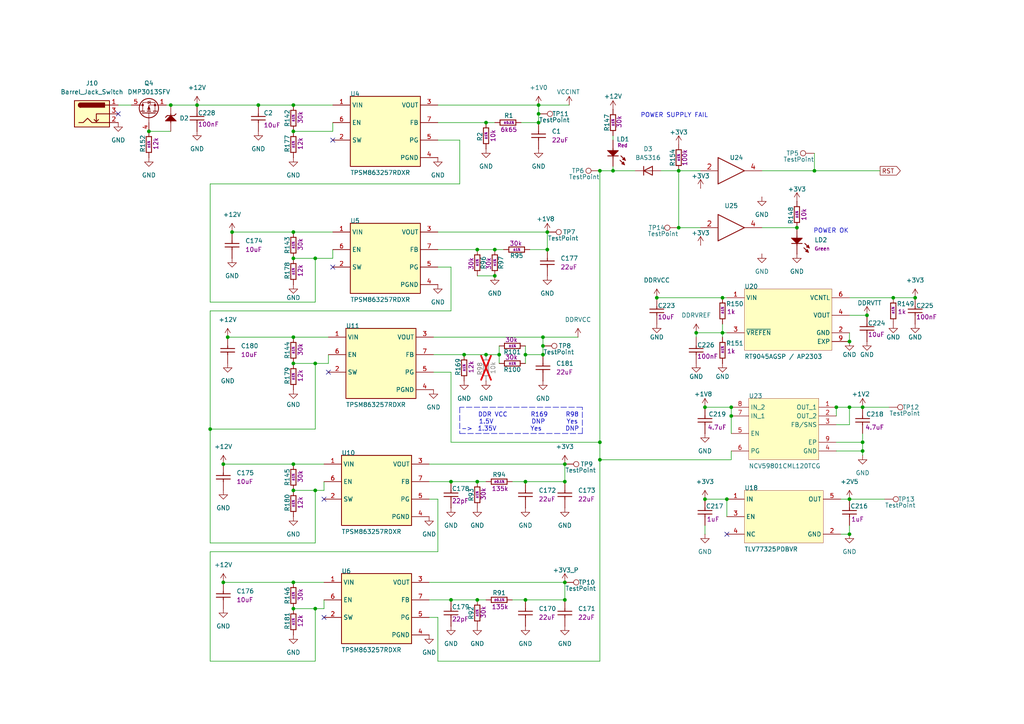
<source format=kicad_sch>
(kicad_sch (version 20250114) (generator "eeschema") (generator_version "9.0")
  (paper "A4")
  (title_block (date "2025-04-18") (rev "${rev}") (company "${name}") (comment 1 "${author}"))
  (lib_symbols
    (symbol "Capacitors SMD:CC0402_100NF_50V_10%_X7R" (pin_names (offset 1.27))
      (property "Reference" "C" (at 3.81 3.048 0))
      (property "Val" "100nF" (at 3.81 -3.048 0))
      (symbol "CC0402_100NF_50V_10%_X7R_0_1"
        (pin passive line (at 0 0 0) (length 2.54) (name "1") (number "1"))
        (pin passive line (at 7.62 0 180) (length 2.54) (name "2") (number "2"))
      )
    )
    (symbol "Capacitors SMD:CC0402_10UF_6.3V_20%_X5R" (pin_names (offset 1.27))
      (property "Reference" "C" (at 3.81 3.048 0))
      (property "Val" "10uF" (at 3.81 -3.048 0))
      (symbol "CC0402_10UF_6.3V_20%_X5R_0_1"
        (pin passive line (at 0 0 0) (length 2.54) (name "1") (number "1"))
        (pin passive line (at 7.62 0 180) (length 2.54) (name "2") (number "2"))
      )
    )
    (symbol "Capacitors SMD:CC0402_1UF_16V_10%_X5R" (pin_names (offset 1.27))
      (property "Reference" "C" (at 3.81 3.048 0))
      (property "Val" "1uF" (at 3.81 -3.048 0))
      (symbol "CC0402_1UF_16V_10%_X5R_0_1"
        (pin passive line (at 0 0 0) (length 2.54) (name "1") (number "1"))
        (pin passive line (at 7.62 0 180) (length 2.54) (name "2") (number "2"))
      )
    )
    (symbol "Capacitors SMD:CC0402_22PF_50V_5%_C0G" (pin_names (offset 1.27))
      (property "Reference" "C" (at 3.81 3.048 0))
      (property "Val" "22pF" (at 3.81 -3.048 0))
      (symbol "CC0402_22PF_50V_5%_C0G_0_1"
        (pin passive line (at 0 0 0) (length 2.54) (name "1") (number "1"))
        (pin passive line (at 7.62 0 180) (length 2.54) (name "2") (number "2"))
      )
    )
    (symbol "Capacitors SMD:CC0402_4.7UF_16V_20%_X5R" (pin_names (offset 1.27))
      (property "Reference" "C" (at 3.81 3.048 0))
      (property "Val" "4.7uF" (at 3.81 -3.048 0))
      (symbol "CC0402_4.7UF_16V_20%_X5R_0_1"
        (pin passive line (at 0 0 0) (length 2.54) (name "1") (number "1"))
        (pin passive line (at 7.62 0 180) (length 2.54) (name "2") (number "2"))
      )
    )
    (symbol "Capacitors SMD:CC0805_10UF_25V_10%_X5R" (pin_names (offset 1.27))
      (property "Reference" "C" (at 3.81 3.048 0))
      (property "Val" "10uF" (at 3.81 -3.048 0))
      (symbol "CC0805_10UF_25V_10%_X5R_0_1"
        (pin passive line (at 0 0 0) (length 2.54) (name "1") (number "1"))
        (pin passive line (at 7.62 0 180) (length 2.54) (name "2") (number "2"))
      )
    )
    (symbol "Capacitors SMD:CC0805_22UF_16V_10%_X5R" (pin_names (offset 1.27))
      (property "Reference" "C" (at 3.81 3.048 0))
      (property "Val" "22uF" (at 3.81 -3.048 0))
      (symbol "CC0805_22UF_16V_10%_X5R_0_1"
        (pin passive line (at 0 0 0) (length 2.54) (name "1") (number "1"))
        (pin passive line (at 7.62 0 180) (length 2.54) (name "2") (number "2"))
      )
    )
    (symbol "Connector:Barrel_Jack_Switch" (pin_names (hide yes))
      (property "Reference" "J" (at 0 5.334 0))
      (property "Value" "Barrel_Jack_Switch" (at 0 -5.08 0))
      (symbol "Barrel_Jack_Switch_1_1"
        (pin passive line (at 7.62 2.54 180) (length 2.54) (name "~") (number "1"))
        (pin passive line (at 7.62 0 180) (length 2.54) (name "~") (number "3"))
        (pin passive line (at 7.62 -2.54 180) (length 2.54) (name "~") (number "2"))
      )
    )
    (symbol "Connector:TestPoint" (pin_numbers (hide yes)) (pin_names (offset 0.762) (hide yes))
      (property "Reference" "TP" (at 0 6.858 0))
      (property "Value" "TestPoint" (at 0 5.08 0))
      (symbol "TestPoint_1_1"
        (pin passive line (at 0 0 90) (length 2.54) (name "1") (number "1"))
      )
    )
    (symbol "Diode:BAS316" (pin_numbers (hide yes)) (pin_names (hide yes))
      (property "Reference" "D" (at 0 2.54 0))
      (property "Value" "BAS316" (at 0 -2.54 0))
      (symbol "BAS316_1_1"
        (pin passive line (at -3.81 0 0) (length 2.54) (name "K") (number "1"))
        (pin passive line (at 3.81 0 180) (length 2.54) (name "A") (number "2"))
      )
    )
    (symbol "Diodes:MM3Z12VB" (pin_names (offset 1.27))
      (property "Reference" "D" (at 3.81 2.794 0))
      (symbol "MM3Z12VB_0_1"
        (pin passive line (at 0 0 0) (length 2.54) (name "A") (number "2"))
        (pin passive line (at 7.62 0 180) (length 2.54) (name "C") (number "1"))
      )
    )
    (symbol "LEDs & Displays:LED_KINGBRIGHT_KPH-1608CGCK" (pin_names (offset 1.27))
      (property "Reference" "LD" (at -1.27 2.54 0))
      (property "Color" "Green" (at 0 -2.54 0))
      (symbol "LED_KINGBRIGHT_KPH-1608CGCK_0_1"
        (pin passive line (at -3.81 0 0) (length 2.54) (name "A") (number "2"))
        (pin passive line (at 3.81 0 180) (length 2.54) (name "C") (number "1"))
      )
      (symbol "LED_KINGBRIGHT_KPH-1608CGCK_0_2"
        (pin passive line (at -3.81 0 0) (length 2.54) (name "A") (number "2"))
        (pin passive line (at 3.81 0 180) (length 2.54) (name "C") (number "1"))
      )
    )
    (symbol "LEDs & Displays:LED_OSRAM_LS_Q976-NR-1" (pin_names (offset 1.27))
      (property "Reference" "LD" (at -1.27 2.54 0))
      (property "Color" "Red" (at 0 -2.54 0))
      (symbol "LED_OSRAM_LS_Q976-NR-1_0_1"
        (pin passive line (at -3.81 0 0) (length 2.54) (name "A") (number "2"))
        (pin passive line (at 3.81 0 180) (length 2.54) (name "C") (number "1"))
      )
      (symbol "LED_OSRAM_LS_Q976-NR-1_0_2"
        (pin passive line (at -3.81 0 0) (length 2.54) (name "A") (number "2"))
        (pin passive line (at 3.81 0 180) (length 2.54) (name "C") (number "1"))
      )
    )
    (symbol "Resistors SMD:R0402_100K_1%_0.0625W_100PPM" (pin_names (offset 1.27))
      (property "Reference" "R" (at 3.81 1.778 0))
      (property "Tolerance" "±1%" (at 3.81 0 0))
      (property "Val" "100k" (at 3.81 -1.778 0))
      (symbol "R0402_100K_1%_0.0625W_100PPM_0_1"
        (pin passive line (at 0 0 0) (length 1.524) (name "1") (number "1"))
        (pin passive line (at 7.62 0 180) (length 1.524) (name "2") (number "2"))
      )
    )
    (symbol "Resistors SMD:R0402_10K_1%_0.0625W_100PPM" (pin_names (offset 1.27))
      (property "Reference" "R" (at 3.81 1.778 0))
      (property "Tolerance" "±1%" (at 3.81 0 0))
      (property "Val" "10k" (at 3.81 -1.778 0))
      (symbol "R0402_10K_1%_0.0625W_100PPM_0_1"
        (pin passive line (at 0 0 0) (length 1.524) (name "1") (number "1"))
        (pin passive line (at 7.62 0 180) (length 1.524) (name "2") (number "2"))
      )
    )
    (symbol "Resistors SMD:R0402_12K_1%_0.0625W_100PPM" (pin_names (offset 1.27))
      (property "Reference" "R" (at 3.81 1.778 0))
      (property "Tolerance" "±1%" (at 3.81 0 0))
      (property "Val" "12k" (at 3.81 -1.778 0))
      (symbol "R0402_12K_1%_0.0625W_100PPM_0_1"
        (pin passive line (at 0 0 0) (length 1.524) (name "1") (number "1"))
        (pin passive line (at 7.62 0 180) (length 1.524) (name "2") (number "2"))
      )
    )
    (symbol "Resistors SMD:R0402_1K_1%_0.0625W_100PPM" (pin_names (offset 1.27))
      (property "Reference" "R" (at 3.81 1.778 0))
      (property "Tolerance" "±1%" (at 3.81 0 0))
      (property "Val" "1k" (at 3.81 -1.778 0))
      (symbol "R0402_1K_1%_0.0625W_100PPM_0_1"
        (pin passive line (at 0 0 0) (length 1.524) (name "1") (number "1"))
        (pin passive line (at 7.62 0 180) (length 1.524) (name "2") (number "2"))
      )
    )
    (symbol "Resistors SMD:R0402_30K_1%_0.0625W_100PPM" (pin_names (offset 1.27))
      (property "Reference" "R" (at 3.81 1.778 0))
      (property "Tolerance" "±1%" (at 3.81 0 0))
      (property "Val" "30k" (at 3.81 -1.778 0))
      (symbol "R0402_30K_1%_0.0625W_100PPM_0_1"
        (pin passive line (at 0 0 0) (length 1.524) (name "1") (number "1"))
        (pin passive line (at 7.62 0 180) (length 1.524) (name "2") (number "2"))
      )
    )
    (symbol "Resistors SMD:R0603_6K65_0.1%_0.063W_10PPM" (pin_names (offset 1.27))
      (property "Reference" "R" (at 3.81 1.778 0))
      (property "Tolerance" "±0.1%" (at 3.81 0 0))
      (property "Val" "6k65" (at 3.81 -1.778 0))
      (symbol "R0603_6K65_0.1%_0.063W_10PPM_0_1"
        (pin passive line (at 0 0 0) (length 1.524) (name "1") (number "1"))
        (pin passive line (at 7.62 0 180) (length 1.524) (name "2") (number "2"))
      )
    )
    (symbol "Resistors SMD:R0805_135K_0.1%_0.1W_25PPM_KOA_RN73R2ATTD1353B25" (pin_names (offset 1.27))
      (property "Reference" "R" (at 3.81 1.778 0))
      (property "Tolerance" "±0.1%" (at 3.81 0 0))
      (property "Val" "135k" (at 3.81 -1.778 0))
      (symbol "R0805_135K_0.1%_0.1W_25PPM_KOA_RN73R2ATTD1353B25_0_1"
        (pin passive line (at 0 0 0) (length 1.524) (name "1") (number "1"))
        (pin passive line (at 7.62 0 180) (length 1.524) (name "2") (number "2"))
      )
    )
    (symbol "Sheet2-altium-import:root_0_TPSM863257RDXR"
      (property "Reference" "U6" (at -10.16 10.16 0))
      (property "Value" "TPSM863257RDXR" (at -10.16 -12.7 0))
      (symbol "root_0_TPSM863257RDXR_1_0"
        (pin input line (at -15.24 7.62 0) (length 5.08) (name "VIN") (number "1"))
        (pin input line (at -15.24 2.54 0) (length 5.08) (name "EN") (number "6"))
        (pin passive line (at -15.24 -2.54 0) (length 5.08) (name "SW") (number "2"))
        (pin output line (at 15.24 7.62 180) (length 5.08) (name "VOUT") (number "3"))
        (pin input line (at 15.24 2.54 180) (length 5.08) (name "FB") (number "7"))
        (pin open_collector line (at 15.24 -2.54 180) (length 5.08) (name "PG") (number "5"))
        (pin power_in line (at 15.24 -7.62 180) (length 5.08) (name "PGND") (number "4"))
      )
    )
    (symbol "Sheet3-altium-import:root_0_9444cdc507fe29f20f0adc9980b4e13"
      (property "Reference" "U18" (at 5.08 2.54 0))
      (property "Value" "TLV77325PDBVR" (at 5.08 -15.24 0))
      (symbol "root_0_9444cdc507fe29f20f0adc9980b4e13_1_0"
        (pin power_in line (at 0 0 0) (length 5.08) (name "IN") (number "1"))
        (pin input line (at 0 -5.08 0) (length 5.08) (name "EN") (number "3"))
        (pin passive line (at 0 -10.16 0) (length 5.08) (name "NC") (number "4"))
        (pin power_out line (at 33.02 0 180) (length 5.08) (name "OUT") (number "5"))
        (pin power_in line (at 33.02 -10.16 180) (length 5.08) (name "GND") (number "2"))
      )
    )
    (symbol "Sheet3-altium-import:root_0_AP2303MPTR-G1"
      (symbol "root_0_AP2303MPTR-G1_1_0"
        (pin input line (at -17.78 7.62 0) (length 5.08) (name "VIN") (number "1"))
        (pin input line (at -17.78 -2.54 0) (length 5.08) (name "~{VREFEN~{}}") (number "3"))
        (pin power_in line (at 17.78 7.62 180) (length 5.08) (name "VCNTL") (number "6"))
        (pin output line (at 17.78 2.54 180) (length 5.08) (name "VOUT") (number "4"))
        (pin power_in line (at 17.78 -2.54 180) (length 5.08) (name "GND") (number "2"))
        (pin power_in line (at 17.78 -5.08 180) (length 5.08) (name "EXP") (number "9"))
      )
    )
    (symbol "Sheet3-altium-import:root_0_NCV59801CML120TCG"
      (symbol "root_0_NCV59801CML120TCG_1_0"
        (pin passive line (at 0 0 0) (length 5.08) (name "IN_2") (number "8"))
        (pin passive line (at 0 -2.54 0) (length 5.08) (name "IN_1") (number "7"))
        (pin passive line (at 0 -7.62 0) (length 5.08) (name "EN") (number "5"))
        (pin passive line (at 0 -12.7 0) (length 5.08) (name "PG") (number "6"))
        (pin passive line (at 30.48 0 180) (length 5.08) (name "OUT_1") (number "1"))
        (pin passive line (at 30.48 -2.54 180) (length 5.08) (name "OUT_2") (number "2"))
        (pin passive line (at 30.48 -5.08 180) (length 5.08) (name "FB/SNS") (number "3"))
        (pin passive line (at 30.48 -10.16 180) (length 5.08) (name "EP") (number "9"))
        (pin passive line (at 30.48 -12.7 180) (length 5.08) (name "GND") (number "4"))
      )
    )
    (symbol "Standard Logic:SN74LVC1G07DBV" (pin_names (offset 1.27))
      (property "Reference" "IC" (at 5.08 -1.27 0))
      (symbol "SN74LVC1G07DBV_0_1"
        (pin input line (at -5.08 -5.08 0) (length 5.08) (name "IN") (number "2"))
        (pin power_in line (at -5.08 -10.16 0) (length 5.08) (hide yes) (name "VCC") (number "5"))
        (pin open_collector line (at 12.7 -5.08 180) (length 5.08) (name "OUT") (number "4"))
        (pin power_in line (at 12.7 -12.7 180) (length 5.08) (hide yes) (name "GND") (number "3"))
      )
    )
    (symbol "Transistor_FET:DMP3013SFV" (pin_names (hide yes))
      (property "Reference" "Q" (at 5.08 1.905 0))
      (property "Value" "DMP3013SFV" (at 5.08 0 0))
      (symbol "DMP3013SFV_1_1"
        (pin passive line (at -5.08 0 0) (length 2.54) (name "G") (number "4"))
        (pin passive line (at 2.54 5.08 270) (length 2.54) (name "D") (number "5"))
        (pin passive line (at 2.54 -5.08 90) (length 2.54) (name "S") (number "1"))
        (pin passive line (at 2.54 -5.08 90) (length 2.54) (hide yes) (name "S") (number "2"))
        (pin passive line (at 2.54 -5.08 90) (length 2.54) (hide yes) (name "S") (number "3"))
      )
    )
    (symbol "power:+12V" (power) (pin_numbers (hide yes)) (pin_names (offset 0) (hide yes))
      (property "Value" "+12V" (at 0 3.556 0))
      (symbol "+12V_1_1"
        (pin power_in line (at 0 0 90) (length 0) (name "~") (number "1"))
      )
    )
    (symbol "power:+1V0" (power) (pin_numbers (hide yes)) (pin_names (offset 0) (hide yes))
      (property "Value" "+1V0" (at 0 3.556 0))
      (symbol "+1V0_1_1"
        (pin power_in line (at 0 0 90) (length 0) (name "~") (number "1"))
      )
    )
    (symbol "power:GND" (power) (pin_numbers (hide yes)) (pin_names (offset 0) (hide yes))
      (property "Value" "GND" (at 0 -3.81 0))
      (symbol "GND_1_1"
        (pin power_in line (at 0 0 270) (length 0) (name "~") (number "1"))
      )
    )
    (symbol "root_0_TPSM863257RDXR_1"
      (property "Reference" "U4" (at -10.16 10.16 0))
      (property "Value" "TPSM863257RDXR" (at -10.16 -12.7 0))
      (symbol "root_0_TPSM863257RDXR_1_1_0"
        (pin input line (at -15.24 7.62 0) (length 5.08) (name "VIN") (number "1"))
        (pin input line (at -15.24 2.54 0) (length 5.08) (name "EN") (number "6"))
        (pin passive line (at -15.24 -2.54 0) (length 5.08) (name "SW") (number "2"))
        (pin output line (at 15.24 7.62 180) (length 5.08) (name "VOUT") (number "3"))
        (pin input line (at 15.24 2.54 180) (length 5.08) (name "FB") (number "7"))
        (pin open_collector line (at 15.24 -2.54 180) (length 5.08) (name "PG") (number "5"))
        (pin power_in line (at 15.24 -7.62 180) (length 5.08) (name "PGND") (number "4"))
      )
    )
    (symbol "root_0_TPSM863257RDXR_2"
      (property "Reference" "U5" (at -10.16 10.16 0))
      (property "Value" "TPSM863257RDXR" (at -10.16 -12.7 0))
      (symbol "root_0_TPSM863257RDXR_2_1_0"
        (pin input line (at -15.24 7.62 0) (length 5.08) (name "VIN") (number "1"))
        (pin input line (at -15.24 2.54 0) (length 5.08) (name "EN") (number "6"))
        (pin passive line (at -15.24 -2.54 0) (length 5.08) (name "SW") (number "2"))
        (pin output line (at 15.24 7.62 180) (length 5.08) (name "VOUT") (number "3"))
        (pin input line (at 15.24 2.54 180) (length 5.08) (name "FB") (number "7"))
        (pin open_collector line (at 15.24 -2.54 180) (length 5.08) (name "PG") (number "5"))
        (pin power_in line (at 15.24 -7.62 180) (length 5.08) (name "PGND") (number "4"))
      )
    )
    (symbol "root_0_TPSM863257RDXR_3"
      (property "Reference" "U11" (at -10.16 10.16 0))
      (property "Value" "TPSM863257RDXR" (at -10.16 -12.7 0))
      (symbol "root_0_TPSM863257RDXR_3_1_0"
        (pin input line (at -15.24 7.62 0) (length 5.08) (name "VIN") (number "1"))
        (pin input line (at -15.24 2.54 0) (length 5.08) (name "EN") (number "6"))
        (pin passive line (at -15.24 -2.54 0) (length 5.08) (name "SW") (number "2"))
        (pin output line (at 15.24 7.62 180) (length 5.08) (name "VOUT") (number "3"))
        (pin input line (at 15.24 2.54 180) (length 5.08) (name "FB") (number "7"))
        (pin open_collector line (at 15.24 -2.54 180) (length 5.08) (name "PG") (number "5"))
        (pin power_in line (at 15.24 -7.62 180) (length 5.08) (name "PGND") (number "4"))
      )
    )
    (symbol "root_0_TPSM863257RDXR_4"
      (property "Reference" "U10" (at -10.16 10.16 0))
      (property "Value" "TPSM863257RDXR" (at -10.16 -12.7 0))
      (symbol "root_0_TPSM863257RDXR_4_1_0"
        (pin input line (at -15.24 7.62 0) (length 5.08) (name "VIN") (number "1"))
        (pin input line (at -15.24 2.54 0) (length 5.08) (name "EN") (number "6"))
        (pin passive line (at -15.24 -2.54 0) (length 5.08) (name "SW") (number "2"))
        (pin output line (at 15.24 7.62 180) (length 5.08) (name "VOUT") (number "3"))
        (pin input line (at 15.24 2.54 180) (length 5.08) (name "FB") (number "7"))
        (pin open_collector line (at 15.24 -2.54 180) (length 5.08) (name "PG") (number "5"))
        (pin power_in line (at 15.24 -7.62 180) (length 5.08) (name "PGND") (number "4"))
      )
    )
  )
  (text "	DDR VCC		R169	R98\n	1.5V		DNP		Yes\n->	1.35V		Yes		DNP" (at 150.876 122.428 0) (effects (font (size 1.27 1.27) (thickness 0.1588))))
  (text "POWER SUPPLY FAIL" (at 195.58 33.528 0) (effects (font (size 1.27 1.27))))
  (text "POWER OK" (at 241.046 67.056 0) (effects (font (size 1.27 1.27))))
  (junction (at 246.38 118.11))
  (junction (at 140.97 35.56))
  (junction (at 246.38 144.78))
  (junction (at 140.97 102.87))
  (junction (at 250.19 128.27))
  (junction (at 250.19 118.11))
  (junction (at 265.43 86.36))
  (junction (at 246.38 99.06))
  (junction (at 130.81 139.7))
  (junction (at 201.93 96.52))
  (junction (at 138.43 173.99))
  (junction (at 85.09 67.31))
  (junction (at 158.75 72.39))
  (junction (at 209.55 96.52))
  (junction (at 67.31 67.31))
  (junction (at 196.85 66.04))
  (junction (at 64.77 168.91))
  (junction (at 157.48 97.79))
  (junction (at 130.81 173.99))
  (junction (at 246.38 154.94))
  (junction (at 163.83 139.7))
  (junction (at 49.53 30.48))
  (junction (at 85.09 38.1))
  (junction (at 163.83 168.91))
  (junction (at 85.09 168.91))
  (junction (at 236.22 49.53))
  (junction (at 158.75 67.31))
  (junction (at 242.57 118.11))
  (junction (at 91.44 74.93))
  (junction (at 190.5 86.36))
  (junction (at 91.44 176.53))
  (junction (at 138.43 139.7))
  (junction (at 156.21 33.02))
  (junction (at 66.04 97.79))
  (junction (at 157.48 100.33))
  (junction (at 177.8 49.53))
  (junction (at 173.99 49.53))
  (junction (at 210.82 144.78))
  (junction (at 212.09 120.65))
  (junction (at 152.4 173.99))
  (junction (at 250.19 130.81))
  (junction (at 85.09 105.41))
  (junction (at 144.78 102.87))
  (junction (at 173.99 133.35))
  (junction (at 152.4 139.7))
  (junction (at 204.47 144.78))
  (junction (at 204.47 118.11))
  (junction (at 231.14 66.04))
  (junction (at 85.09 176.53))
  (junction (at 134.62 102.87))
  (junction (at 64.77 134.62))
  (junction (at 157.48 102.87))
  (junction (at 173.99 128.27))
  (junction (at 138.43 72.39))
  (junction (at 156.21 35.56))
  (junction (at 209.55 86.36))
  (junction (at 57.15 30.48))
  (junction (at 85.09 142.24))
  (junction (at 156.21 30.48))
  (junction (at 163.83 173.99))
  (junction (at 196.85 49.53))
  (junction (at 163.83 134.62))
  (junction (at 91.44 105.41))
  (junction (at 85.09 97.79))
  (junction (at 152.4 102.87))
  (junction (at 143.51 72.39))
  (junction (at 85.09 30.48))
  (junction (at 259.08 86.36))
  (junction (at 212.09 118.11))
  (junction (at 43.18 38.1))
  (junction (at 91.44 142.24))
  (junction (at 85.09 134.62))
  (junction (at 74.93 30.48))
  (junction (at 251.46 91.44))
  (junction (at 85.09 74.93))
  (junction (at 143.51 80.01))
  (junction (at 60.96 124.46))
  (no_connect (at 95.25 107.95))
  (no_connect (at 210.82 154.94))
  (no_connect (at 96.52 40.64))
  (no_connect (at 96.52 77.47))
  (no_connect (at 34.29 33.02))
  (no_connect (at 93.98 179.07))
  (no_connect (at 93.98 144.78))
  (wire (pts (xy 152.4 139.7) (xy 163.83 139.7)))
  (wire (pts (xy 60.96 124.46) (xy 60.96 157.48)))
  (wire (pts (xy 140.97 102.87) (xy 144.78 102.87)))
  (wire (pts (xy 156.21 30.48) (xy 165.1 30.48)))
  (wire (pts (xy 91.44 124.46) (xy 91.44 105.41)))
  (wire (pts (xy 74.93 30.48) (xy 85.09 30.48)))
  (wire (pts (xy 133.35 53.34) (xy 60.96 53.34)))
  (wire (pts (xy 250.19 125.73) (xy 250.19 128.27)))
  (wire (pts (xy 242.57 123.19) (xy 246.38 123.19)))
  (wire (pts (xy 93.98 173.99) (xy 93.98 176.53)))
  (wire (pts (xy 236.22 49.53) (xy 255.27 49.53)))
  (wire (pts (xy 209.55 86.36) (xy 210.82 86.36)))
  (wire (pts (xy 34.29 30.48) (xy 38.1 30.48)))
  (wire (pts (xy 60.96 157.48) (xy 91.44 157.48)))
  (wire (pts (xy 163.83 168.91) (xy 163.83 173.99)))
  (wire (pts (xy 196.85 66.04) (xy 203.2 66.04)))
  (wire (pts (xy 243.84 144.78) (xy 246.38 144.78)))
  (wire (pts (xy 138.43 139.7) (xy 140.97 139.7)))
  (wire (pts (xy 236.22 44.45) (xy 236.22 49.53)))
  (wire (pts (xy 246.38 152.4) (xy 246.38 154.94)))
  (wire (pts (xy 204.47 144.78) (xy 210.82 144.78)))
  (wire (pts (xy 85.09 30.48) (xy 96.52 30.48)))
  (wire (pts (xy 173.99 133.35) (xy 212.09 133.35)))
  (wire (pts (xy 85.09 105.41) (xy 91.44 105.41)))
  (wire (pts (xy 60.96 124.46) (xy 91.44 124.46)))
  (wire (pts (xy 246.38 154.94) (xy 243.84 154.94)))
  (wire (pts (xy 152.4 102.87) (xy 157.48 102.87)))
  (wire (pts (xy 157.48 100.33) (xy 157.48 102.87)))
  (wire (pts (xy 138.43 72.39) (xy 143.51 72.39)))
  (wire (pts (xy 124.46 179.07) (xy 127 179.07)))
  (wire (pts (xy 64.77 134.62) (xy 85.09 134.62)))
  (wire (pts (xy 140.97 35.56) (xy 143.51 35.56)))
  (wire (pts (xy 246.38 144.78) (xy 256.54 144.78)))
  (wire (pts (xy 133.35 40.64) (xy 133.35 53.34)))
  (wire (pts (xy 91.44 176.53) (xy 91.44 191.77)))
  (wire (pts (xy 148.59 139.7) (xy 152.4 139.7)))
  (wire (pts (xy 127 144.78) (xy 127 160.02)))
  (wire (pts (xy 151.13 35.56) (xy 156.21 35.56)))
  (wire (pts (xy 204.47 152.4) (xy 204.47 154.94)))
  (wire (pts (xy 49.53 30.48) (xy 57.15 30.48)))
  (polyline (pts (xy 133.35 125.73) (xy 168.91 125.73)) (stroke (width 0) (type dash)))
  (wire (pts (xy 246.38 123.19) (xy 246.38 118.11)))
  (wire (pts (xy 250.19 128.27) (xy 250.19 130.81)))
  (polyline (pts (xy 168.91 125.73) (xy 168.91 118.11)) (stroke (width 0) (type dash)))
  (wire (pts (xy 204.47 118.11) (xy 212.09 118.11)))
  (wire (pts (xy 130.81 139.7) (xy 138.43 139.7)))
  (wire (pts (xy 144.78 102.87) (xy 144.78 105.41)))
  (wire (pts (xy 127 77.47) (xy 130.81 77.47)))
  (wire (pts (xy 85.09 134.62) (xy 93.98 134.62)))
  (wire (pts (xy 64.77 168.91) (xy 85.09 168.91)))
  (wire (pts (xy 127 40.64) (xy 133.35 40.64)))
  (wire (pts (xy 125.73 107.95) (xy 130.81 107.95)))
  (wire (pts (xy 250.19 130.81) (xy 250.19 132.08)))
  (wire (pts (xy 93.98 142.24) (xy 93.98 139.7)))
  (wire (pts (xy 156.21 33.02) (xy 156.21 35.56)))
  (wire (pts (xy 127 67.31) (xy 158.75 67.31)))
  (wire (pts (xy 124.46 144.78) (xy 127 144.78)))
  (polyline (pts (xy 133.35 118.11) (xy 133.35 125.73)) (stroke (width 0) (type dash)))
  (wire (pts (xy 127 30.48) (xy 156.21 30.48)))
  (wire (pts (xy 196.85 49.53) (xy 203.2 49.53)))
  (wire (pts (xy 173.99 49.53) (xy 173.99 128.27)))
  (wire (pts (xy 152.4 100.33) (xy 152.4 102.87)))
  (wire (pts (xy 85.09 38.1) (xy 96.52 38.1)))
  (wire (pts (xy 91.44 157.48) (xy 91.44 142.24)))
  (wire (pts (xy 91.44 74.93) (xy 85.09 74.93)))
  (wire (pts (xy 127 160.02) (xy 60.96 160.02)))
  (wire (pts (xy 130.81 90.17) (xy 60.96 90.17)))
  (wire (pts (xy 201.93 96.52) (xy 209.55 96.52)))
  (wire (pts (xy 130.81 173.99) (xy 138.43 173.99)))
  (wire (pts (xy 130.81 107.95) (xy 130.81 128.27)))
  (wire (pts (xy 210.82 144.78) (xy 210.82 149.86)))
  (wire (pts (xy 85.09 176.53) (xy 91.44 176.53)))
  (wire (pts (xy 157.48 97.79) (xy 167.64 97.79)))
  (wire (pts (xy 177.8 39.37) (xy 177.8 40.64)))
  (wire (pts (xy 85.09 168.91) (xy 93.98 168.91)))
  (wire (pts (xy 60.96 90.17) (xy 60.96 124.46)))
  (wire (pts (xy 96.52 74.93) (xy 96.52 72.39)))
  (wire (pts (xy 212.09 133.35) (xy 212.09 130.81)))
  (wire (pts (xy 124.46 139.7) (xy 130.81 139.7)))
  (wire (pts (xy 127 191.77) (xy 173.99 191.77)))
  (wire (pts (xy 66.04 97.79) (xy 85.09 97.79)))
  (wire (pts (xy 201.93 97.79) (xy 201.93 96.52)))
  (wire (pts (xy 177.8 48.26) (xy 177.8 49.53)))
  (wire (pts (xy 60.96 160.02) (xy 60.96 191.77)))
  (wire (pts (xy 158.75 67.31) (xy 158.75 72.39)))
  (wire (pts (xy 209.55 97.79) (xy 209.55 96.52)))
  (wire (pts (xy 91.44 105.41) (xy 95.25 105.41)))
  (wire (pts (xy 157.48 97.79) (xy 157.48 100.33)))
  (wire (pts (xy 95.25 105.41) (xy 95.25 102.87)))
  (wire (pts (xy 134.62 102.87) (xy 140.97 102.87)))
  (wire (pts (xy 85.09 67.31) (xy 96.52 67.31)))
  (wire (pts (xy 91.44 176.53) (xy 93.98 176.53)))
  (wire (pts (xy 67.31 67.31) (xy 85.09 67.31)))
  (wire (pts (xy 91.44 74.93) (xy 96.52 74.93)))
  (wire (pts (xy 173.99 49.53) (xy 177.8 49.53)))
  (wire (pts (xy 242.57 118.11) (xy 246.38 118.11)))
  (wire (pts (xy 48.26 30.48) (xy 49.53 30.48)))
  (wire (pts (xy 130.81 128.27) (xy 173.99 128.27)))
  (wire (pts (xy 152.4 173.99) (xy 163.83 173.99)))
  (wire (pts (xy 242.57 130.81) (xy 250.19 130.81)))
  (wire (pts (xy 124.46 134.62) (xy 163.83 134.62)))
  (wire (pts (xy 220.98 66.04) (xy 231.14 66.04)))
  (wire (pts (xy 209.55 96.52) (xy 210.82 96.52)))
  (polyline (pts (xy 168.91 118.11) (xy 133.35 118.11)) (stroke (width 0) (type dash)))
  (wire (pts (xy 138.43 80.01) (xy 143.51 80.01)))
  (wire (pts (xy 60.96 87.63) (xy 91.44 87.63)))
  (wire (pts (xy 91.44 142.24) (xy 93.98 142.24)))
  (wire (pts (xy 209.55 93.98) (xy 209.55 96.52)))
  (wire (pts (xy 85.09 97.79) (xy 95.25 97.79)))
  (wire (pts (xy 148.59 173.99) (xy 152.4 173.99)))
  (wire (pts (xy 57.15 30.48) (xy 74.93 30.48)))
  (wire (pts (xy 246.38 86.36) (xy 259.08 86.36)))
  (wire (pts (xy 85.09 142.24) (xy 91.44 142.24)))
  (wire (pts (xy 138.43 173.99) (xy 140.97 173.99)))
  (wire (pts (xy 190.5 86.36) (xy 209.55 86.36)))
  (wire (pts (xy 246.38 118.11) (xy 250.19 118.11)))
  (wire (pts (xy 127 72.39) (xy 138.43 72.39)))
  (wire (pts (xy 152.4 102.87) (xy 152.4 105.41)))
  (wire (pts (xy 250.19 118.11) (xy 257.81 118.11)))
  (wire (pts (xy 96.52 38.1) (xy 96.52 35.56)))
  (wire (pts (xy 246.38 91.44) (xy 251.46 91.44)))
  (wire (pts (xy 43.18 38.1) (xy 49.53 38.1)))
  (wire (pts (xy 60.96 191.77) (xy 91.44 191.77)))
  (wire (pts (xy 125.73 102.87) (xy 134.62 102.87)))
  (wire (pts (xy 124.46 168.91) (xy 163.83 168.91)))
  (wire (pts (xy 124.46 173.99) (xy 130.81 173.99)))
  (wire (pts (xy 91.44 87.63) (xy 91.44 74.93)))
  (wire (pts (xy 196.85 49.53) (xy 196.85 66.04)))
  (wire (pts (xy 173.99 191.77) (xy 173.99 133.35)))
  (wire (pts (xy 191.77 49.53) (xy 196.85 49.53)))
  (wire (pts (xy 177.8 49.53) (xy 184.15 49.53)))
  (wire (pts (xy 60.96 53.34) (xy 60.96 87.63)))
  (wire (pts (xy 173.99 128.27) (xy 173.99 133.35)))
  (wire (pts (xy 127 35.56) (xy 140.97 35.56)))
  (wire (pts (xy 143.51 72.39) (xy 146.05 72.39)))
  (wire (pts (xy 156.21 30.48) (xy 156.21 33.02)))
  (wire (pts (xy 130.81 77.47) (xy 130.81 90.17)))
  (wire (pts (xy 127 179.07) (xy 127 191.77)))
  (wire (pts (xy 259.08 86.36) (xy 265.43 86.36)))
  (wire (pts (xy 242.57 128.27) (xy 250.19 128.27)))
  (wire (pts (xy 242.57 118.11) (xy 242.57 120.65)))
  (wire (pts (xy 153.67 72.39) (xy 158.75 72.39)))
  (wire (pts (xy 163.83 134.62) (xy 163.83 139.7)))
  (wire (pts (xy 144.78 100.33) (xy 144.78 102.87)))
  (wire (pts (xy 212.09 118.11) (xy 212.09 120.65)))
  (wire (pts (xy 246.38 96.52) (xy 246.38 99.06)))
  (wire (pts (xy 212.09 120.65) (xy 212.09 125.73)))
  (wire (pts (xy 125.73 97.79) (xy 157.48 97.79)))
  (wire (pts (xy 220.98 49.53) (xy 236.22 49.53)))
  (global_label "RST" (shape output) (at 255.27 49.53 0) (property "Intersheetrefs" "${INTERSHEET_REFS}" (effects (hide yes))))
  (symbol (lib_id "power:GND") (at 251.46 99.06 0) (unit 1)
    (property "Reference" "#PWR0304" (effects (hide yes)))
    (property "Value" "GND" (at 251.46 102.87 0))
    (property "Description" "Power symbol creates a global label with name \"GND\" , ground" (effects (hide yes)))
  )
  (symbol (lib_id "power:GND") (at 43.18 45.72 0) (unit 1)
    (property "Reference" "#PWR0313" (effects (hide yes)))
    (property "Value" "GND" (at 43.18 50.8 0))
    (property "Description" "Power symbol creates a global label with name \"GND\" , ground" (effects (hide yes)))
  )
  (symbol (lib_id "Capacitors SMD:CC0805_10UF_25V_10%_X5R") (at 64.77 142.24 90) (unit 1)
    (property "Reference" "C175" (at 68.58 137.1599 90) (effects (justify right)))
    (property "Value" "CC0805_10UF_25V_10%_X5R" (effects (hide yes)))
    (property "Footprint" "Capacitors SMD:CAPC2012X95N" (effects (hide yes)))
    (property "Datasheet" "\\\\cern.ch\\dfs\\Applications\\Altium\\Datasheets\\CC0805_X5R_MURATA_GRM.pdf" (effects (hide yes)))
    (property "Description" "SMD Multilayer Chip Ceramic Capacitor" (effects (hide yes)))
    (property "Val" "10uF" (at 68.58 139.6999 90) (effects (justify right)))
    (property "Part Number" "CC0805_10UF_25V_10%_X5R" (effects (hide yes)))
    (property "Library Ref" "Capacitor - non polarized" (effects (hide yes)))
    (property "Library Path" "SchLib\\Capacitors.SchLib" (effects (hide yes)))
    (property "Comment" "10uF" (effects (hide yes)))
    (property "Component Kind" "Standard" (effects (hide yes)))
    (property "Component Type" "Standard" (effects (hide yes)))
    (property "Pin Count" "2" (effects (hide yes)))
    (property "Footprint Path" "PcbLib\\Capacitors SMD.PcbLib" (effects (hide yes)))
    (property "Footprint Ref" "CAPC2012X95N" (effects (hide yes)))
    (property "PackageDescription" " " (effects (hide yes)))
    (property "Status" "Preferred" (effects (hide yes)))
    (property "Status Comment" " " (effects (hide yes)))
    (property "Voltage" "25V" (effects (hide yes)))
    (property "TC" "X5R" (effects (hide yes)))
    (property "Tolerance" "±10%" (effects (hide yes)))
    (property "Part Description" "SMD Multilayer Chip Ceramic Capacitor" (effects (hide yes)))
    (property "Manufacturer" "GENERIC" (effects (hide yes)))
    (property "Manufacturer Part Number" "CC0805_10UF_25V_10%_X5R" (effects (hide yes)))
    (property "Case" "0805" (effects (hide yes)))
    (property "Mounted" "Yes" (effects (hide yes)))
    (property "Socket" "No" (effects (hide yes)))
    (property "SMD" "Yes" (effects (hide yes)))
    (property "PressFit" " " (effects (hide yes)))
    (property "Sense" "No" (effects (hide yes)))
    (property "Sense Comment" " " (effects (hide yes)))
    (property "ComponentHeight" " " (effects (hide yes)))
    (property "Manufacturer1 Example" "MURATA" (effects (hide yes)))
    (property "Manufacturer1 Part Number" "GRM219R61E106KA12D" (effects (hide yes)))
    (property "Manufacturer1 ComponentHeight" "0.95mm" (effects (hide yes)))
    (property "HelpURL" "\\\\cern.ch\\dfs\\Applications\\Altium\\Datasheets\\CC0805_X5R_MURATA_GRM.pdf" (effects (hide yes)))
    (property "Author" "CERN DEM JLC" (effects (hide yes)))
    (property "CreateDate" "10/25/12 00:00:00" (effects (hide yes)))
    (property "LatestRevisionDate" "09/06/16 00:00:00" (effects (hide yes)))
    (property "Database Table Name" "Capacitors" (effects (hide yes)))
    (property "Library Name" "Capacitors SMD" (effects (hide yes)))
    (property "Footprint Library" "Capacitors SMD" (effects (hide yes)))
    (property "License" "CC-BY-SA 4.0" (effects (hide yes)))
  )
  (symbol (lib_id "Resistors SMD:R0402_12K_1%_0.0625W_100PPM") (at 85.09 45.72 90) (unit 1)
    (property "Reference" "R177" (at 83.312 41.656 0))
    (property "Value" "R0402_12K_1%_0.0625W_100PPM" (effects (hide yes)))
    (property "Footprint" "Resistors SMD:RESC1005X40N" (effects (hide yes)))
    (property "Datasheet" "\\\\cern.ch\\dfs\\Applications\\Altium\\Datasheets\\R0402_Phycomp_RC0402.pdf" (effects (hide yes)))
    (property "Description" "General Purpose Thick Film Chip Resistor" (effects (hide yes)))
    (property "Tolerance" "±1%" (at 85.09 41.91 0) (effects (font (size 0.635 0.635))))
    (property "Val" "12k" (at 87.122 41.656 0))
    (property "Part Number" "R0402_12K_1%_0.0625W_100PPM" (effects (hide yes)))
    (property "Library Ref" "Resistor - 1%" (effects (hide yes)))
    (property "Library Path" "SchLib\\Resistors.SchLib" (effects (hide yes)))
    (property "Comment" "12k" (effects (hide yes)))
    (property "Component Kind" "Standard" (effects (hide yes)))
    (property "Component Type" "Standard" (effects (hide yes)))
    (property "PackageDescription" " " (effects (hide yes)))
    (property "Pin Count" "2" (effects (hide yes)))
    (property "Footprint Path" "PcbLib\\Resistors SMD.PcbLib" (effects (hide yes)))
    (property "Footprint Ref" "RESC1005X40N" (effects (hide yes)))
    (property "Status" "Not Recommended" (effects (hide yes)))
    (property "Power" "0.0625W" (effects (hide yes)))
    (property "TC" "±100ppm/°C" (effects (hide yes)))
    (property "Voltage" " " (effects (hide yes)))
    (property "Part Description" "General Purpose Thick Film Chip Resistor" (effects (hide yes)))
    (property "Manufacturer" "GENERIC" (effects (hide yes)))
    (property "Manufacturer Part Number" "R0402_12K_1%_0.0625W_100PPM" (effects (hide yes)))
    (property "Case" "0402" (effects (hide yes)))
    (property "PressFit" "No" (effects (hide yes)))
    (property "Mounted" "Yes" (effects (hide yes)))
    (property "Sense Comment" " " (effects (hide yes)))
    (property "Sense" "No" (effects (hide yes)))
    (property "Status Comment" " " (effects (hide yes)))
    (property "Socket" "No" (effects (hide yes)))
    (property "SMD" "Yes" (effects (hide yes)))
    (property "ComponentHeight" " " (effects (hide yes)))
    (property "Manufacturer1 Example" "YAGEO PHYCOMP" (effects (hide yes)))
    (property "Manufacturer1 Part Number" "232270671203L" (effects (hide yes)))
    (property "Manufacturer1 ComponentHeight" "0.4mm" (effects (hide yes)))
    (property "HelpURL" "\\\\cern.ch\\dfs\\Applications\\Altium\\Datasheets\\R0402_Phycomp_RC0402.pdf" (effects (hide yes)))
    (property "Author" "CERN DEM JLC" (effects (hide yes)))
    (property "CreateDate" "12/03/07 00:00:00" (effects (hide yes)))
    (property "LatestRevisionDate" "10/17/12 00:00:00" (effects (hide yes)))
    (property "Database Table Name" "Resistors" (effects (hide yes)))
    (property "Library Name" "Resistors SMD" (effects (hide yes)))
    (property "Footprint Library" "Resistors SMD" (effects (hide yes)))
    (property "License" "CC-BY-SA 4.0" (effects (hide yes)))
  )
  (symbol (lib_id "power:GND") (at 250.19 132.08 0) (unit 1)
    (property "Reference" "#PWR0268" (effects (hide yes)))
    (property "Value" "GND" (at 250.19 137.16 0))
    (property "Description" "Power symbol creates a global label with name \"GND\" , ground" (effects (hide yes)))
  )
  (symbol (lib_id "power:GND") (at 64.77 142.24 0) (unit 1)
    (property "Reference" "#PWR0180" (effects (hide yes)))
    (property "Value" "GND" (at 64.77 147.32 0))
    (property "Description" "Power symbol creates a global label with name \"GND\" , ground" (effects (hide yes)))
  )
  (symbol (lib_id "power:+12V") (at 64.77 134.62 0) (unit 1)
    (property "Reference" "#PWR0179" (effects (hide yes)))
    (property "Value" "+12V" (at 64.77 129.54 0))
    (property "Description" "Power symbol creates a global label with name \"+12V\"" (effects (hide yes)))
  )
  (symbol (lib_id "Resistors SMD:R0402_30K_1%_0.0625W_100PPM") (at 138.43 173.99 270) (unit 1)
    (property "Reference" "R92" (at 136.652 177.8 0))
    (property "Value" "R0402_30K_1%_0.0625W_100PPM" (effects (hide yes)))
    (property "Footprint" "Resistors SMD:RESC1005X40N" (effects (hide yes)))
    (property "Datasheet" "\\\\cern.ch\\dfs\\Applications\\Altium\\Datasheets\\R0402_Phycomp_RC0402.pdf" (effects (hide yes)))
    (property "Description" "General Purpose Thick Film Chip Resistor" (effects (hide yes)))
    (property "Tolerance" "±1%" (at 138.43 177.8 0) (effects (font (size 0.635 0.635))))
    (property "Val" "30k" (at 140.208 177.546 0))
    (property "Part Number" "R0402_30K_1%_0.0625W_100PPM" (effects (hide yes)))
    (property "Library Ref" "Resistor - 1%" (effects (hide yes)))
    (property "Library Path" "SchLib\\Resistors.SchLib" (effects (hide yes)))
    (property "Comment" "30k" (effects (hide yes)))
    (property "Component Kind" "Standard" (effects (hide yes)))
    (property "Component Type" "Standard" (effects (hide yes)))
    (property "PackageDescription" " " (effects (hide yes)))
    (property "Pin Count" "2" (effects (hide yes)))
    (property "Footprint Path" "PcbLib\\Resistors SMD.PcbLib" (effects (hide yes)))
    (property "Footprint Ref" "RESC1005X40N" (effects (hide yes)))
    (property "Status" "Not Recommended" (effects (hide yes)))
    (property "Power" "0.0625W" (effects (hide yes)))
    (property "TC" "±100ppm/°C" (effects (hide yes)))
    (property "Voltage" " " (effects (hide yes)))
    (property "Part Description" "General Purpose Thick Film Chip Resistor" (effects (hide yes)))
    (property "Manufacturer" "GENERIC" (effects (hide yes)))
    (property "Manufacturer Part Number" "R0402_30K_1%_0.0625W_100PPM" (effects (hide yes)))
    (property "Case" "0402" (effects (hide yes)))
    (property "PressFit" "No" (effects (hide yes)))
    (property "Mounted" "Yes" (effects (hide yes)))
    (property "Sense Comment" " " (effects (hide yes)))
    (property "Sense" "No" (effects (hide yes)))
    (property "Status Comment" " " (effects (hide yes)))
    (property "Socket" "No" (effects (hide yes)))
    (property "SMD" "Yes" (effects (hide yes)))
    (property "ComponentHeight" " " (effects (hide yes)))
    (property "Manufacturer1 Example" "YAGEO PHYCOMP" (effects (hide yes)))
    (property "Manufacturer1 Part Number" "232270673003L" (effects (hide yes)))
    (property "Manufacturer1 ComponentHeight" "0.4mm" (effects (hide yes)))
    (property "HelpURL" "\\\\cern.ch\\dfs\\Applications\\Altium\\Datasheets\\R0402_Phycomp_RC0402.pdf" (effects (hide yes)))
    (property "Author" "CERN DEM JLC" (effects (hide yes)))
    (property "CreateDate" "12/03/07 00:00:00" (effects (hide yes)))
    (property "LatestRevisionDate" "10/17/12 00:00:00" (effects (hide yes)))
    (property "Database Table Name" "Resistors" (effects (hide yes)))
    (property "Library Name" "Resistors SMD" (effects (hide yes)))
    (property "Footprint Library" "Resistors SMD" (effects (hide yes)))
    (property "License" "CC-BY-SA 4.0" (effects (hide yes)))
  )
  (symbol (lib_id "power:GND") (at 124.46 184.15 0) (unit 1)
    (property "Reference" "#PWR0169" (effects (hide yes)))
    (property "Value" "GND" (at 124.46 189.23 0))
    (property "Description" "Power symbol creates a global label with name \"GND\" , ground" (effects (hide yes)))
  )
  (symbol (lib_id "power:GND") (at 204.47 154.94 0) (unit 1)
    (property "Reference" "#PWR0266" (effects (hide yes)))
    (property "Value" "GND" (at 204.47 160.02 0))
    (property "Description" "Power symbol creates a global label with name \"GND\" , ground" (effects (hide yes)))
  )
  (symbol (lib_id "power:GND") (at 130.81 181.61 0) (unit 1)
    (property "Reference" "#PWR0189" (effects (hide yes)))
    (property "Value" "GND" (at 130.81 186.69 0))
    (property "Description" "Power symbol creates a global label with name \"GND\" , ground" (effects (hide yes)))
  )
  (symbol (lib_id "power:GND") (at 57.15 38.1 0) (unit 1)
    (property "Reference" "#PWR0315" (effects (hide yes)))
    (property "Value" "GND" (at 57.15 43.18 0))
    (property "Description" "Power symbol creates a global label with name \"GND\" , ground" (effects (hide yes)))
  )
  (symbol (lib_id "Capacitors SMD:CC0805_22UF_16V_10%_X5R") (at 157.48 110.49 90) (unit 1)
    (property "Reference" "C181" (at 161.29 105.4099 90) (effects (justify right)))
    (property "Value" "CC0805_22UF_16V_10%_X5R" (effects (hide yes)))
    (property "Footprint" "Capacitors SMD:CAPC2012X135N" (effects (hide yes)))
    (property "Datasheet" "\\\\cern.ch\\dfs\\Applications\\Altium\\Datasheets\\CC0805_X5R_TDK_C.pdf" (effects (hide yes)))
    (property "Description" "SMD Multilayer Chip Ceramic Capacitor" (effects (hide yes)))
    (property "Val" "22uF" (at 161.29 107.9499 90) (effects (justify right)))
    (property "Part Number" "CC0805_22UF_16V_10%_X5R" (effects (hide yes)))
    (property "Library Ref" "Capacitor - non polarized" (effects (hide yes)))
    (property "Library Path" "SchLib\\Capacitors.SchLib" (effects (hide yes)))
    (property "Comment" "22uF" (effects (hide yes)))
    (property "Component Kind" "Standard" (effects (hide yes)))
    (property "Component Type" "Standard" (effects (hide yes)))
    (property "Pin Count" "2" (effects (hide yes)))
    (property "Footprint Path" "PcbLib\\Capacitors SMD.PcbLib" (effects (hide yes)))
    (property "Footprint Ref" "CAPC2012X135N" (effects (hide yes)))
    (property "PackageDescription" " " (effects (hide yes)))
    (property "Status" "Preferred" (effects (hide yes)))
    (property "Status Comment" " " (effects (hide yes)))
    (property "Voltage" "16V" (effects (hide yes)))
    (property "TC" "X5R" (effects (hide yes)))
    (property "Tolerance" "±10%" (effects (hide yes)))
    (property "Part Description" "SMD Multilayer Chip Ceramic Capacitor" (effects (hide yes)))
    (property "Manufacturer" "GENERIC" (effects (hide yes)))
    (property "Manufacturer Part Number" "CC0805_22UF_16V_10%_X5R" (effects (hide yes)))
    (property "Case" "0805" (effects (hide yes)))
    (property "Mounted" "Yes" (effects (hide yes)))
    (property "Socket" "No" (effects (hide yes)))
    (property "SMD" "Yes" (effects (hide yes)))
    (property "PressFit" " " (effects (hide yes)))
    (property "Sense" "No" (effects (hide yes)))
    (property "Sense Comment" " " (effects (hide yes)))
    (property "ComponentHeight" " " (effects (hide yes)))
    (property "Manufacturer1 Example" "TDK" (effects (hide yes)))
    (property "Manufacturer1 Part Number" "C2012X5R1C226KT" (effects (hide yes)))
    (property "Manufacturer1 ComponentHeight" "1.35mm" (effects (hide yes)))
    (property "HelpURL" "\\\\cern.ch\\dfs\\Applications\\Altium\\Datasheets\\CC0805_X5R_TDK_C.pdf" (effects (hide yes)))
    (property "Author" "CERN DEM JLC" (effects (hide yes)))
    (property "CreateDate" "10/25/12 00:00:00" (effects (hide yes)))
    (property "LatestRevisionDate" "10/25/12 00:00:00" (effects (hide yes)))
    (property "Database Table Name" "Capacitors" (effects (hide yes)))
    (property "Library Name" "Capacitors SMD" (effects (hide yes)))
    (property "Footprint Library" "Capacitors SMD" (effects (hide yes)))
    (property "License" "CC-BY-SA 4.0" (effects (hide yes)))
  )
  (symbol (lib_id "Connector:Barrel_Jack_Switch") (at 26.67 33.02 0) (unit 1)
    (property "Reference" "J10" (at 26.67 24.13 0))
    (property "Value" "Barrel_Jack_Switch" (at 26.67 26.67 0))
    (property "Footprint" "Connector_BarrelJack:BarrelJack_GCT_DCJ200-10-A_Horizontal" (effects (hide yes)))
    (property "Description" "DC Barrel Jack with an internal switch" (effects (hide yes)))
  )
  (symbol (lib_id "power:GND") (at 201.93 105.41 0) (unit 1)
    (property "Reference" "#PWR0309" (effects (hide yes)))
    (property "Value" "GND" (at 201.93 109.22 0))
    (property "Description" "Power symbol creates a global label with name \"GND\" , ground" (effects (hide yes)))
  )
  (symbol (lib_id "Resistors SMD:R0402_1K_1%_0.0625W_100PPM") (at 259.08 93.98 90) (unit 1)
    (property "Reference" "R149" (at 260.096 88.138 90) (effects (justify right)))
    (property "Value" "R0402_1K_1%_0.0625W_100PPM" (effects (hide yes)))
    (property "Footprint" "Resistors SMD:RESC1005X40N" (effects (hide yes)))
    (property "Datasheet" "\\\\cern.ch\\dfs\\Applications\\Altium\\Datasheets\\R0402_Phycomp_RC0402.pdf" (effects (hide yes)))
    (property "Description" "General Purpose Thick Film Chip Resistor" (effects (hide yes)))
    (property "Tolerance" "±1%" (at 259.08 88.9 0) (effects (font (size 0.635 0.635)) (justify right)))
    (property "Val" "1k" (at 260.35 90.424 90) (effects (justify right)))
    (property "Part Number" "R0402_1K_1%_0.0625W_100PPM" (effects (hide yes)))
    (property "Library Ref" "Resistor - 1%" (effects (hide yes)))
    (property "Library Path" "SchLib\\Resistors.SchLib" (effects (hide yes)))
    (property "Comment" "1k" (effects (hide yes)))
    (property "Component Kind" "Standard" (effects (hide yes)))
    (property "Component Type" "Standard" (effects (hide yes)))
    (property "PackageDescription" " " (effects (hide yes)))
    (property "Pin Count" "2" (effects (hide yes)))
    (property "Footprint Path" "PcbLib\\Resistors SMD.PcbLib" (effects (hide yes)))
    (property "Footprint Ref" "RESC1005X40N" (effects (hide yes)))
    (property "Status" "Not Recommended" (effects (hide yes)))
    (property "Power" "0.0625W" (effects (hide yes)))
    (property "TC" "±100ppm/°C" (effects (hide yes)))
    (property "Voltage" " " (effects (hide yes)))
    (property "Part Description" "General Purpose Thick Film Chip Resistor" (effects (hide yes)))
    (property "Manufacturer" "GENERIC" (effects (hide yes)))
    (property "Manufacturer Part Number" "R0402_1K_1%_0.0625W_100PPM" (effects (hide yes)))
    (property "Case" "0402" (effects (hide yes)))
    (property "PressFit" "No" (effects (hide yes)))
    (property "Mounted" "Yes" (effects (hide yes)))
    (property "Sense Comment" " " (effects (hide yes)))
    (property "Sense" "No" (effects (hide yes)))
    (property "Status Comment" " " (effects (hide yes)))
    (property "Socket" "No" (effects (hide yes)))
    (property "SMD" "Yes" (effects (hide yes)))
    (property "ComponentHeight" " " (effects (hide yes)))
    (property "Manufacturer1 Example" "YAGEO PHYCOMP" (effects (hide yes)))
    (property "Manufacturer1 Part Number" "232270671002L" (effects (hide yes)))
    (property "Manufacturer1 ComponentHeight" "0.4mm" (effects (hide yes)))
    (property "HelpURL" "\\\\cern.ch\\dfs\\Applications\\Altium\\Datasheets\\R0402_Phycomp_RC0402.pdf" (effects (hide yes)))
    (property "Author" "CERN DEM JLC" (effects (hide yes)))
    (property "CreateDate" "12/03/07 00:00:00" (effects (hide yes)))
    (property "LatestRevisionDate" "10/17/12 00:00:00" (effects (hide yes)))
    (property "Database Table Name" "Resistors" (effects (hide yes)))
    (property "Library Name" "Resistors SMD" (effects (hide yes)))
    (property "Footprint Library" "Resistors SMD" (effects (hide yes)))
    (property "License" "CC-BY-SA 4.0" (effects (hide yes)))
  )
  (symbol (lib_id "Resistors SMD:R0402_30K_1%_0.0625W_100PPM") (at 138.43 80.01 90) (unit 1)
    (property "Reference" "R96" (at 140.208 76.2 0))
    (property "Value" "R0402_30K_1%_0.0625W_100PPM" (effects (hide yes)))
    (property "Footprint" "Resistors SMD:RESC1005X40N" (effects (hide yes)))
    (property "Datasheet" "\\\\cern.ch\\dfs\\Applications\\Altium\\Datasheets\\R0402_Phycomp_RC0402.pdf" (effects (hide yes)))
    (property "Description" "General Purpose Thick Film Chip Resistor" (effects (hide yes)))
    (property "Tolerance" "±1%" (at 138.43 76.2 0) (effects (font (size 0.635 0.635))))
    (property "Val" "30k" (at 136.652 76.454 0))
    (property "Part Number" "R0402_30K_1%_0.0625W_100PPM" (effects (hide yes)))
    (property "Library Ref" "Resistor - 1%" (effects (hide yes)))
    (property "Library Path" "SchLib\\Resistors.SchLib" (effects (hide yes)))
    (property "Comment" "30k" (effects (hide yes)))
    (property "Component Kind" "Standard" (effects (hide yes)))
    (property "Component Type" "Standard" (effects (hide yes)))
    (property "PackageDescription" " " (effects (hide yes)))
    (property "Pin Count" "2" (effects (hide yes)))
    (property "Footprint Path" "PcbLib\\Resistors SMD.PcbLib" (effects (hide yes)))
    (property "Footprint Ref" "RESC1005X40N" (effects (hide yes)))
    (property "Status" "Not Recommended" (effects (hide yes)))
    (property "Power" "0.0625W" (effects (hide yes)))
    (property "TC" "±100ppm/°C" (effects (hide yes)))
    (property "Voltage" " " (effects (hide yes)))
    (property "Part Description" "General Purpose Thick Film Chip Resistor" (effects (hide yes)))
    (property "Manufacturer" "GENERIC" (effects (hide yes)))
    (property "Manufacturer Part Number" "R0402_30K_1%_0.0625W_100PPM" (effects (hide yes)))
    (property "Case" "0402" (effects (hide yes)))
    (property "PressFit" "No" (effects (hide yes)))
    (property "Mounted" "Yes" (effects (hide yes)))
    (property "Sense Comment" " " (effects (hide yes)))
    (property "Sense" "No" (effects (hide yes)))
    (property "Status Comment" " " (effects (hide yes)))
    (property "Socket" "No" (effects (hide yes)))
    (property "SMD" "Yes" (effects (hide yes)))
    (property "ComponentHeight" " " (effects (hide yes)))
    (property "Manufacturer1 Example" "YAGEO PHYCOMP" (effects (hide yes)))
    (property "Manufacturer1 Part Number" "232270673003L" (effects (hide yes)))
    (property "Manufacturer1 ComponentHeight" "0.4mm" (effects (hide yes)))
    (property "HelpURL" "\\\\cern.ch\\dfs\\Applications\\Altium\\Datasheets\\R0402_Phycomp_RC0402.pdf" (effects (hide yes)))
    (property "Author" "CERN DEM JLC" (effects (hide yes)))
    (property "CreateDate" "12/03/07 00:00:00" (effects (hide yes)))
    (property "LatestRevisionDate" "10/17/12 00:00:00" (effects (hide yes)))
    (property "Database Table Name" "Resistors" (effects (hide yes)))
    (property "Library Name" "Resistors SMD" (effects (hide yes)))
    (property "Footprint Library" "Resistors SMD" (effects (hide yes)))
    (property "License" "CC-BY-SA 4.0" (effects (hide yes)))
  )
  (symbol (lib_id "Resistors SMD:R0402_10K_1%_0.0625W_100PPM") (at 231.14 66.04 90) (unit 1)
    (property "Reference" "R148" (at 229.362 62.484 0))
    (property "Value" "R0402_10K_1%_0.0625W_100PPM" (effects (hide yes)))
    (property "Footprint" "Resistors SMD:RESC1005X40N" (effects (hide yes)))
    (property "Datasheet" "\\\\cern.ch\\dfs\\Applications\\Altium\\Datasheets\\R0402_Phycomp_RC0402.pdf" (effects (hide yes)))
    (property "Description" "General Purpose Thick Film Chip Resistor" (effects (hide yes)))
    (property "Tolerance" "±1%" (at 231.14 62.23 0) (effects (font (size 0.635 0.635))))
    (property "Val" "10k" (at 233.172 62.23 0))
    (property "Part Number" "R0402_10K_1%_0.0625W_100PPM" (effects (hide yes)))
    (property "Library Ref" "Resistor - 1%" (effects (hide yes)))
    (property "Library Path" "SchLib\\Resistors.SchLib" (effects (hide yes)))
    (property "Comment" "10k" (effects (hide yes)))
    (property "Component Kind" "Standard" (effects (hide yes)))
    (property "Component Type" "Standard" (effects (hide yes)))
    (property "PackageDescription" " " (effects (hide yes)))
    (property "Pin Count" "2" (effects (hide yes)))
    (property "Footprint Path" "PcbLib\\Resistors SMD.PcbLib" (effects (hide yes)))
    (property "Footprint Ref" "RESC1005X40N" (effects (hide yes)))
    (property "Status" "Not Recommended" (effects (hide yes)))
    (property "Power" "0.0625W" (effects (hide yes)))
    (property "TC" "±100ppm/°C" (effects (hide yes)))
    (property "Voltage" " " (effects (hide yes)))
    (property "Part Description" "General Purpose Thick Film Chip Resistor" (effects (hide yes)))
    (property "Manufacturer" "GENERIC" (effects (hide yes)))
    (property "Manufacturer Part Number" "R0402_10K_1%_0.0625W_100PPM" (effects (hide yes)))
    (property "Case" "0402" (effects (hide yes)))
    (property "PressFit" "No" (effects (hide yes)))
    (property "Mounted" "Yes" (effects (hide yes)))
    (property "Sense Comment" " " (effects (hide yes)))
    (property "Sense" "No" (effects (hide yes)))
    (property "Status Comment" " " (effects (hide yes)))
    (property "Socket" "No" (effects (hide yes)))
    (property "SMD" "Yes" (effects (hide yes)))
    (property "ComponentHeight" " " (effects (hide yes)))
    (property "Manufacturer1 Example" "YAGEO PHYCOMP" (effects (hide yes)))
    (property "Manufacturer1 Part Number" "232270671003L" (effects (hide yes)))
    (property "Manufacturer1 ComponentHeight" "0.4mm" (effects (hide yes)))
    (property "HelpURL" "\\\\cern.ch\\dfs\\Applications\\Altium\\Datasheets\\R0402_Phycomp_RC0402.pdf" (effects (hide yes)))
    (property "Author" "CERN DEM JLC" (effects (hide yes)))
    (property "CreateDate" "12/03/07 00:00:00" (effects (hide yes)))
    (property "LatestRevisionDate" "10/17/12 00:00:00" (effects (hide yes)))
    (property "Database Table Name" "Resistors" (effects (hide yes)))
    (property "Library Name" "Resistors SMD" (effects (hide yes)))
    (property "Footprint Library" "Resistors SMD" (effects (hide yes)))
    (property "License" "CC-BY-SA 4.0" (effects (hide yes)))
  )
  (symbol (lib_id "Resistors SMD:R0402_30K_1%_0.0625W_100PPM") (at 85.09 142.24 90) (unit 1)
    (property "Reference" "R145" (at 83.312 138.43 0))
    (property "Value" "R0402_30K_1%_0.0625W_100PPM" (effects (hide yes)))
    (property "Footprint" "Resistors SMD:RESC1005X40N" (effects (hide yes)))
    (property "Datasheet" "\\\\cern.ch\\dfs\\Applications\\Altium\\Datasheets\\R0402_Phycomp_RC0402.pdf" (effects (hide yes)))
    (property "Description" "General Purpose Thick Film Chip Resistor" (effects (hide yes)))
    (property "Tolerance" "±1%" (at 85.09 138.43 0) (effects (font (size 0.635 0.635))))
    (property "Val" "30k" (at 87.122 138.176 0))
    (property "Part Number" "R0402_30K_1%_0.0625W_100PPM" (effects (hide yes)))
    (property "Library Ref" "Resistor - 1%" (effects (hide yes)))
    (property "Library Path" "SchLib\\Resistors.SchLib" (effects (hide yes)))
    (property "Comment" "30k" (effects (hide yes)))
    (property "Component Kind" "Standard" (effects (hide yes)))
    (property "Component Type" "Standard" (effects (hide yes)))
    (property "PackageDescription" " " (effects (hide yes)))
    (property "Pin Count" "2" (effects (hide yes)))
    (property "Footprint Path" "PcbLib\\Resistors SMD.PcbLib" (effects (hide yes)))
    (property "Footprint Ref" "RESC1005X40N" (effects (hide yes)))
    (property "Status" "Not Recommended" (effects (hide yes)))
    (property "Power" "0.0625W" (effects (hide yes)))
    (property "TC" "±100ppm/°C" (effects (hide yes)))
    (property "Voltage" " " (effects (hide yes)))
    (property "Part Description" "General Purpose Thick Film Chip Resistor" (effects (hide yes)))
    (property "Manufacturer" "GENERIC" (effects (hide yes)))
    (property "Manufacturer Part Number" "R0402_30K_1%_0.0625W_100PPM" (effects (hide yes)))
    (property "Case" "0402" (effects (hide yes)))
    (property "PressFit" "No" (effects (hide yes)))
    (property "Mounted" "Yes" (effects (hide yes)))
    (property "Sense Comment" " " (effects (hide yes)))
    (property "Sense" "No" (effects (hide yes)))
    (property "Status Comment" " " (effects (hide yes)))
    (property "Socket" "No" (effects (hide yes)))
    (property "SMD" "Yes" (effects (hide yes)))
    (property "ComponentHeight" " " (effects (hide yes)))
    (property "Manufacturer1 Example" "YAGEO PHYCOMP" (effects (hide yes)))
    (property "Manufacturer1 Part Number" "232270673003L" (effects (hide yes)))
    (property "Manufacturer1 ComponentHeight" "0.4mm" (effects (hide yes)))
    (property "HelpURL" "\\\\cern.ch\\dfs\\Applications\\Altium\\Datasheets\\R0402_Phycomp_RC0402.pdf" (effects (hide yes)))
    (property "Author" "CERN DEM JLC" (effects (hide yes)))
    (property "CreateDate" "12/03/07 00:00:00" (effects (hide yes)))
    (property "LatestRevisionDate" "10/17/12 00:00:00" (effects (hide yes)))
    (property "Database Table Name" "Resistors" (effects (hide yes)))
    (property "Library Name" "Resistors SMD" (effects (hide yes)))
    (property "Footprint Library" "Resistors SMD" (effects (hide yes)))
    (property "License" "CC-BY-SA 4.0" (effects (hide yes)))
  )
  (symbol (lib_id "Capacitors SMD:CC0805_22UF_16V_10%_X5R") (at 163.83 181.61 90) (unit 1)
    (property "Reference" "C171" (at 167.64 176.5299 90) (effects (justify right)))
    (property "Value" "CC0805_22UF_16V_10%_X5R" (effects (hide yes)))
    (property "Footprint" "Capacitors SMD:CAPC2012X135N" (effects (hide yes)))
    (property "Datasheet" "\\\\cern.ch\\dfs\\Applications\\Altium\\Datasheets\\CC0805_X5R_TDK_C.pdf" (effects (hide yes)))
    (property "Description" "SMD Multilayer Chip Ceramic Capacitor" (effects (hide yes)))
    (property "Val" "22uF" (at 167.64 179.0699 90) (effects (justify right)))
    (property "Part Number" "CC0805_22UF_16V_10%_X5R" (effects (hide yes)))
    (property "Library Ref" "Capacitor - non polarized" (effects (hide yes)))
    (property "Library Path" "SchLib\\Capacitors.SchLib" (effects (hide yes)))
    (property "Comment" "22uF" (effects (hide yes)))
    (property "Component Kind" "Standard" (effects (hide yes)))
    (property "Component Type" "Standard" (effects (hide yes)))
    (property "Pin Count" "2" (effects (hide yes)))
    (property "Footprint Path" "PcbLib\\Capacitors SMD.PcbLib" (effects (hide yes)))
    (property "Footprint Ref" "CAPC2012X135N" (effects (hide yes)))
    (property "PackageDescription" " " (effects (hide yes)))
    (property "Status" "Preferred" (effects (hide yes)))
    (property "Status Comment" " " (effects (hide yes)))
    (property "Voltage" "16V" (effects (hide yes)))
    (property "TC" "X5R" (effects (hide yes)))
    (property "Tolerance" "±10%" (effects (hide yes)))
    (property "Part Description" "SMD Multilayer Chip Ceramic Capacitor" (effects (hide yes)))
    (property "Manufacturer" "GENERIC" (effects (hide yes)))
    (property "Manufacturer Part Number" "CC0805_22UF_16V_10%_X5R" (effects (hide yes)))
    (property "Case" "0805" (effects (hide yes)))
    (property "Mounted" "Yes" (effects (hide yes)))
    (property "Socket" "No" (effects (hide yes)))
    (property "SMD" "Yes" (effects (hide yes)))
    (property "PressFit" " " (effects (hide yes)))
    (property "Sense" "No" (effects (hide yes)))
    (property "Sense Comment" " " (effects (hide yes)))
    (property "ComponentHeight" " " (effects (hide yes)))
    (property "Manufacturer1 Example" "TDK" (effects (hide yes)))
    (property "Manufacturer1 Part Number" "C2012X5R1C226KT" (effects (hide yes)))
    (property "Manufacturer1 ComponentHeight" "1.35mm" (effects (hide yes)))
    (property "HelpURL" "\\\\cern.ch\\dfs\\Applications\\Altium\\Datasheets\\CC0805_X5R_TDK_C.pdf" (effects (hide yes)))
    (property "Author" "CERN DEM JLC" (effects (hide yes)))
    (property "CreateDate" "10/25/12 00:00:00" (effects (hide yes)))
    (property "LatestRevisionDate" "10/25/12 00:00:00" (effects (hide yes)))
    (property "Database Table Name" "Capacitors" (effects (hide yes)))
    (property "Library Name" "Capacitors SMD" (effects (hide yes)))
    (property "Footprint Library" "Capacitors SMD" (effects (hide yes)))
    (property "License" "CC-BY-SA 4.0" (effects (hide yes)))
  )
  (symbol (lib_id "Sheet3-altium-import:root_0_AP2303MPTR-G1") (at 228.6 93.98 0) (unit 1)
    (property "Reference" "U20" (at 215.9 83.82 0) (effects (justify left bottom)))
    (property "Value" "RT9045AGSP / AP2303" (at 215.9 104.14 0) (effects (justify left bottom)))
    (property "Footprint" "ICs And Semiconductors SMD:SOIC127P600X168-9N-S230" (effects (hide yes)))
    (property "Description" "series Converter, DDR Voltage Regulator IC 1 Output 8-SO-EP" (effects (hide yes)))
    (property "SNAPEDA_LINK" "https://www.snapeda.com/parts/AP2303MPTR-G1/Diodes+Inc./view-part/?ref=snap" (effects (hide yes)))
    (property "PACKAGE" "SOIC-8 Diodes Inc." (effects (hide yes)))
    (property "MF" "Diodes Inc." (effects (hide yes)))
    (property "MP" "RT9045AGSP / AP2303" (effects (hide yes)))
  )
  (symbol (lib_id "Connector:TestPoint") (at 236.22 44.45 90) (unit 1)
    (property "Reference" "TP5" (at 229.87 44.45 90))
    (property "Value" "TestPoint" (at 231.648 46.228 90))
    (property "Footprint" "TestPoint:TestPoint_Pad_D1.5mm" (effects (hide yes)))
    (property "Description" "test point" (effects (hide yes)))
  )
  (symbol (lib_id "power:GND") (at 152.4 147.32 0) (unit 1)
    (property "Reference" "#PWR0174" (effects (hide yes)))
    (property "Value" "GND" (at 152.4 152.4 0))
    (property "Description" "Power symbol creates a global label with name \"GND\" , ground" (effects (hide yes)))
  )
  (symbol (lib_id "Resistors SMD:R0402_30K_1%_0.0625W_100PPM") (at 85.09 74.93 90) (unit 1)
    (property "Reference" "R143" (at 83.312 71.12 0))
    (property "Value" "R0402_30K_1%_0.0625W_100PPM" (effects (hide yes)))
    (property "Footprint" "Resistors SMD:RESC1005X40N" (effects (hide yes)))
    (property "Datasheet" "\\\\cern.ch\\dfs\\Applications\\Altium\\Datasheets\\R0402_Phycomp_RC0402.pdf" (effects (hide yes)))
    (property "Description" "General Purpose Thick Film Chip Resistor" (effects (hide yes)))
    (property "Tolerance" "±1%" (at 85.09 71.12 0) (effects (font (size 0.635 0.635))))
    (property "Val" "30k" (at 87.122 70.866 0))
    (property "Part Number" "R0402_30K_1%_0.0625W_100PPM" (effects (hide yes)))
    (property "Library Ref" "Resistor - 1%" (effects (hide yes)))
    (property "Library Path" "SchLib\\Resistors.SchLib" (effects (hide yes)))
    (property "Comment" "30k" (effects (hide yes)))
    (property "Component Kind" "Standard" (effects (hide yes)))
    (property "Component Type" "Standard" (effects (hide yes)))
    (property "PackageDescription" " " (effects (hide yes)))
    (property "Pin Count" "2" (effects (hide yes)))
    (property "Footprint Path" "PcbLib\\Resistors SMD.PcbLib" (effects (hide yes)))
    (property "Footprint Ref" "RESC1005X40N" (effects (hide yes)))
    (property "Status" "Not Recommended" (effects (hide yes)))
    (property "Power" "0.0625W" (effects (hide yes)))
    (property "TC" "±100ppm/°C" (effects (hide yes)))
    (property "Voltage" " " (effects (hide yes)))
    (property "Part Description" "General Purpose Thick Film Chip Resistor" (effects (hide yes)))
    (property "Manufacturer" "GENERIC" (effects (hide yes)))
    (property "Manufacturer Part Number" "R0402_30K_1%_0.0625W_100PPM" (effects (hide yes)))
    (property "Case" "0402" (effects (hide yes)))
    (property "PressFit" "No" (effects (hide yes)))
    (property "Mounted" "Yes" (effects (hide yes)))
    (property "Sense Comment" " " (effects (hide yes)))
    (property "Sense" "No" (effects (hide yes)))
    (property "Status Comment" " " (effects (hide yes)))
    (property "Socket" "No" (effects (hide yes)))
    (property "SMD" "Yes" (effects (hide yes)))
    (property "ComponentHeight" " " (effects (hide yes)))
    (property "Manufacturer1 Example" "YAGEO PHYCOMP" (effects (hide yes)))
    (property "Manufacturer1 Part Number" "232270673003L" (effects (hide yes)))
    (property "Manufacturer1 ComponentHeight" "0.4mm" (effects (hide yes)))
    (property "HelpURL" "\\\\cern.ch\\dfs\\Applications\\Altium\\Datasheets\\R0402_Phycomp_RC0402.pdf" (effects (hide yes)))
    (property "Author" "CERN DEM JLC" (effects (hide yes)))
    (property "CreateDate" "12/03/07 00:00:00" (effects (hide yes)))
    (property "LatestRevisionDate" "10/17/12 00:00:00" (effects (hide yes)))
    (property "Database Table Name" "Resistors" (effects (hide yes)))
    (property "Library Name" "Resistors SMD" (effects (hide yes)))
    (property "Footprint Library" "Resistors SMD" (effects (hide yes)))
    (property "License" "CC-BY-SA 4.0" (effects (hide yes)))
  )
  (symbol (lib_id "LEDs & Displays:LED_OSRAM_LS_Q976-NR-1") (at 177.8 44.45 270) (unit 1)
    (property "Reference" "LD1" (at 178.816 40.386 90) (effects (justify left)))
    (property "Value" "LED_OSRAM_LS_Q976-NR-1" (effects (hide yes)))
    (property "Footprint" "ICs And Semiconductors SMD:LED_OSRAM_LS Q976" (effects (hide yes)))
    (property "Datasheet" "\\\\cern.ch\\dfs\\Applications\\Altium\\Datasheets\\LED_OSRAM_LS Q976-NR-1.pdf" (effects (hide yes)))
    (property "Description" "CHIPLED Super Red LED (0603 Case)" (effects (hide yes)))
    (property "Color" "Red" (at 179.07 42.164 90) (effects (font (size 1.016 1.016)) (justify left)))
    (property "Part Number" "LED_OSRAM_LS_Q976-NR-1" (effects (hide yes)))
    (property "Library Ref" "LED Red 1C 2A" (effects (hide yes)))
    (property "Library Path" "SchLib\\LEDs & Displays.SchLib" (effects (hide yes)))
    (property "Comment" " " (effects (hide yes)))
    (property "Component Kind" "Standard" (effects (hide yes)))
    (property "Component Type" "Standard" (effects (hide yes)))
    (property "Device" " " (effects (hide yes)))
    (property "PackageDescription" "Chip Super Red LED, 2-Leads, Body 1.6x0.8mm" (effects (hide yes)))
    (property "Status" " " (effects (hide yes)))
    (property "Part Description" "CHIPLED Super Red LED (0603 Case)" (effects (hide yes)))
    (property "Manufacturer" "OSRAM" (effects (hide yes)))
    (property "Manufacturer Part Number" "LS Q976-NR-1" (effects (hide yes)))
    (property "Pin Count" "2" (effects (hide yes)))
    (property "Case" "0603" (effects (hide yes)))
    (property "Mounted" "Yes" (effects (hide yes)))
    (property "Socket" "No" (effects (hide yes)))
    (property "SMD" "Yes" (effects (hide yes)))
    (property "PressFit" "No" (effects (hide yes)))
    (property "Sense Comment" " " (effects (hide yes)))
    (property "Sense" "No" (effects (hide yes)))
    (property "Bonding" "No" (effects (hide yes)))
    (property "Status Comment" " " (effects (hide yes)))
    (property "ComponentHeight" "0.8mm" (effects (hide yes)))
    (property "Footprint Path" "PcbLib\\ICs And Semiconductors SMD.PcbLib" (effects (hide yes)))
    (property "Footprint Ref" "LED_OSRAM_LS Q976" (effects (hide yes)))
    (property "HelpURL" "\\\\cern.ch\\dfs\\Applications\\Altium\\Datasheets\\LED_OSRAM_LS Q976-NR-1.pdf" (effects (hide yes)))
    (property "ComponentLink1URL" " " (effects (hide yes)))
    (property "ComponentLink1Description" " " (effects (hide yes)))
    (property "ComponentLink2URL" " " (effects (hide yes)))
    (property "ComponentLink2Description" " " (effects (hide yes)))
    (property "Author" "CERN DEM JLC" (effects (hide yes)))
    (property "CreateDate" "11/12/14 00:00:00" (effects (hide yes)))
    (property "LatestRevisionDate" "11/12/14 00:00:00" (effects (hide yes)))
    (property "Database Table Name" "ICs And Semiconductors" (effects (hide yes)))
    (property "Library Name" "LEDs & Displays" (effects (hide yes)))
    (property "Footprint Library" "ICs And Semiconductors SMD" (effects (hide yes)))
    (property "License" "CC-BY-SA 4.0" (effects (hide yes)))
  )
  (symbol (lib_id "Resistors SMD:R0402_10K_1%_0.0625W_100PPM") (at 140.97 110.49 90) (unit 1) (dnp yes)
    (property "Reference" "R98" (at 139.192 106.934 0))
    (property "Value" "R0402_10K_1%_0.0625W_100PPM" (effects (hide yes)))
    (property "Footprint" "Resistors SMD:RESC1005X40N" (effects (hide yes)))
    (property "Datasheet" "\\\\cern.ch\\dfs\\Applications\\Altium\\Datasheets\\R0402_Phycomp_RC0402.pdf" (effects (hide yes)))
    (property "Description" "General Purpose Thick Film Chip Resistor" (effects (hide yes)))
    (property "Tolerance" "±1%" (at 140.97 106.68 0) (effects (font (size 0.635 0.635))))
    (property "Val" "10k" (at 143.002 106.68 0))
    (property "Part Number" "R0402_10K_1%_0.0625W_100PPM" (effects (hide yes)))
    (property "Library Ref" "Resistor - 1%" (effects (hide yes)))
    (property "Library Path" "SchLib\\Resistors.SchLib" (effects (hide yes)))
    (property "Comment" "10k" (effects (hide yes)))
    (property "Component Kind" "Standard" (effects (hide yes)))
    (property "Component Type" "Standard" (effects (hide yes)))
    (property "PackageDescription" " " (effects (hide yes)))
    (property "Pin Count" "2" (effects (hide yes)))
    (property "Footprint Path" "PcbLib\\Resistors SMD.PcbLib" (effects (hide yes)))
    (property "Footprint Ref" "RESC1005X40N" (effects (hide yes)))
    (property "Status" "Not Recommended" (effects (hide yes)))
    (property "Power" "0.0625W" (effects (hide yes)))
    (property "TC" "±100ppm/°C" (effects (hide yes)))
    (property "Voltage" " " (effects (hide yes)))
    (property "Part Description" "General Purpose Thick Film Chip Resistor" (effects (hide yes)))
    (property "Manufacturer" "GENERIC" (effects (hide yes)))
    (property "Manufacturer Part Number" "R0402_10K_1%_0.0625W_100PPM" (effects (hide yes)))
    (property "Case" "0402" (effects (hide yes)))
    (property "PressFit" "No" (effects (hide yes)))
    (property "Mounted" "Yes" (effects (hide yes)))
    (property "Sense Comment" " " (effects (hide yes)))
    (property "Sense" "No" (effects (hide yes)))
    (property "Status Comment" " " (effects (hide yes)))
    (property "Socket" "No" (effects (hide yes)))
    (property "SMD" "Yes" (effects (hide yes)))
    (property "ComponentHeight" " " (effects (hide yes)))
    (property "Manufacturer1 Example" "YAGEO PHYCOMP" (effects (hide yes)))
    (property "Manufacturer1 Part Number" "232270671003L" (effects (hide yes)))
    (property "Manufacturer1 ComponentHeight" "0.4mm" (effects (hide yes)))
    (property "HelpURL" "\\\\cern.ch\\dfs\\Applications\\Altium\\Datasheets\\R0402_Phycomp_RC0402.pdf" (effects (hide yes)))
    (property "Author" "CERN DEM JLC" (effects (hide yes)))
    (property "CreateDate" "12/03/07 00:00:00" (effects (hide yes)))
    (property "LatestRevisionDate" "10/17/12 00:00:00" (effects (hide yes)))
    (property "Database Table Name" "Resistors" (effects (hide yes)))
    (property "Library Name" "Resistors SMD" (effects (hide yes)))
    (property "Footprint Library" "Resistors SMD" (effects (hide yes)))
    (property "License" "CC-BY-SA 4.0" (effects (hide yes)))
  )
  (symbol (lib_id "Sheet3-altium-import:root_0_NCV59801CML120TCG") (at 212.09 118.11 0) (unit 1)
    (property "Reference" "U23" (at 217.17 115.57 0) (effects (justify left bottom)))
    (property "Value" "NCV59801CML120TCG" (at 217.17 135.89 0) (effects (justify left bottom)))
    (property "Footprint" "ICs And Semiconductors SMD:SON65P300X300X100-9N-R170X245" (effects (hide yes)))
    (property "Description" "1.6V to 5.5V input voltage; Output voltage from 0.6V; Controlled output voltage slew rate; PSRR: 85 dB at 1 kHz; Low dropout 120mV ar 3.3V / 1A; Ultra-Low Noise: 10VRMS; WDFNW6 2 x 2mm and DFNW8 3 x 3mm" (effects (hide yes)))
    (property "MANUFACTURER_NAME" "onsemi" (effects (hide yes)))
    (property "MANUFACTURER_PART_NUMBER" "NCV59801CML120TCG" (effects (hide yes)))
    (property "MOUSER PART NUMBER" "*" (effects (hide yes)))
    (property "MOUSER PRICE/STOCK" "*" (effects (hide yes)))
    (property "ARROW PART NUMBER" "*" (effects (hide yes)))
    (property "ARROW PRICE/STOCK" "*" (effects (hide yes)))
    (property "DATASHEET LINK" "https://www.onsemi.com/pub/Collateral/NCV59801-D.PDF" (effects (hide yes)))
    (property "GEOMETRY.HEIGHT" "1mm" (effects (hide yes)))
  )
  (symbol (lib_id "Connector:TestPoint") (at 256.54 144.78 270) (mirror x) (unit 1)
    (property "Reference" "TP13" (at 262.89 144.78 90))
    (property "Value" "TestPoint" (at 261.112 146.558 90))
    (property "Footprint" "TestPoint:TestPoint_Pad_D1.5mm" (effects (hide yes)))
    (property "Description" "test point" (effects (hide yes)))
  )
  (symbol (lib_id "power:GND") (at 134.62 110.49 0) (unit 1)
    (property "Reference" "#PWR0345" (effects (hide yes)))
    (property "Value" "GND" (at 134.62 115.57 0))
    (property "Description" "Power symbol creates a global label with name \"GND\" , ground" (effects (hide yes)))
  )
  (symbol (lib_id "Resistors SMD:R0805_135K_0.1%_0.1W_25PPM_KOA_RN73R2ATTD1353B25") (at 148.59 173.99 180) (unit 1)
    (property "Reference" "R91" (at 144.78 171.958 0))
    (property "Value" "R0805_135K_0.1%_0.1W_25PPM_KOA_RN73R2ATTD1353B25" (effects (hide yes)))
    (property "Footprint" "Resistors SMD:RESC2012X60N" (effects (hide yes)))
    (property "Datasheet" "\\\\cern.ch\\dfs\\Applications\\Altium\\Datasheets\\R0805_KOA_RN73R.pdf" (effects (hide yes)))
    (property "Description" "Thin (Metal) Film Flat Chip Resistor" (effects (hide yes)))
    (property "Tolerance" "±0.1%" (at 144.78 173.99 0) (effects (font (size 0.635 0.635))))
    (property "Val" "135k" (at 145.034 176.022 0))
    (property "Part Number" "R0805_135K_0.1%_0.1W_25PPM_KOA_RN73R2ATTD1353B25" (effects (hide yes)))
    (property "Library Ref" "Resistor - 0.1%" (effects (hide yes)))
    (property "Library Path" "SchLib\\Resistors.SchLib" (effects (hide yes)))
    (property "Comment" "135k" (effects (hide yes)))
    (property "Component Kind" "Standard" (effects (hide yes)))
    (property "Component Type" "Standard" (effects (hide yes)))
    (property "PackageDescription" " " (effects (hide yes)))
    (property "Pin Count" "2" (effects (hide yes)))
    (property "Footprint Path" "PcbLib\\Resistors SMD.PcbLib" (effects (hide yes)))
    (property "Footprint Ref" "RESC2012X60N" (effects (hide yes)))
    (property "Status" "Not Recommended" (effects (hide yes)))
    (property "Power" "0.1W" (effects (hide yes)))
    (property "TC" "±25ppm/°C" (effects (hide yes)))
    (property "Voltage" " " (effects (hide yes)))
    (property "Part Description" "Thin (Metal) Film Flat Chip Resistor" (effects (hide yes)))
    (property "Manufacturer" "KOA" (effects (hide yes)))
    (property "Manufacturer Part Number" "RN73R2ATTD1353B25" (effects (hide yes)))
    (property "Case" "0805" (effects (hide yes)))
    (property "PressFit" "No" (effects (hide yes)))
    (property "Mounted" "Yes" (effects (hide yes)))
    (property "Sense Comment" " " (effects (hide yes)))
    (property "Sense" "No" (effects (hide yes)))
    (property "Status Comment" " " (effects (hide yes)))
    (property "Socket" "No" (effects (hide yes)))
    (property "SMD" "Yes" (effects (hide yes)))
    (property "ComponentHeight" "0.6mm" (effects (hide yes)))
    (property "Manufacturer1 Example" " " (effects (hide yes)))
    (property "Manufacturer1 Part Number" " " (effects (hide yes)))
    (property "Manufacturer1 ComponentHeight" " " (effects (hide yes)))
    (property "HelpURL" "\\\\cern.ch\\dfs\\Applications\\Altium\\Datasheets\\R0805_KOA_RN73R.pdf" (effects (hide yes)))
    (property "Author" "CERN DEM BC" (effects (hide yes)))
    (property "CreateDate" "04/24/20 00:00:00" (effects (hide yes)))
    (property "LatestRevisionDate" "04/24/20 00:00:00" (effects (hide yes)))
    (property "Database Table Name" "Resistors" (effects (hide yes)))
    (property "Library Name" "Resistors SMD" (effects (hide yes)))
    (property "Footprint Library" "Resistors SMD" (effects (hide yes)))
    (property "License" "CC-BY-SA 4.0" (effects (hide yes)))
  )
  (symbol (lib_id "Capacitors SMD:CC0805_22UF_16V_10%_X5R") (at 158.75 80.01 90) (unit 1)
    (property "Reference" "C177" (at 162.56 74.9299 90) (effects (justify right)))
    (property "Value" "CC0805_22UF_16V_10%_X5R" (effects (hide yes)))
    (property "Footprint" "Capacitors SMD:CAPC2012X135N" (effects (hide yes)))
    (property "Datasheet" "\\\\cern.ch\\dfs\\Applications\\Altium\\Datasheets\\CC0805_X5R_TDK_C.pdf" (effects (hide yes)))
    (property "Description" "SMD Multilayer Chip Ceramic Capacitor" (effects (hide yes)))
    (property "Val" "22uF" (at 162.56 77.4699 90) (effects (justify right)))
    (property "Part Number" "CC0805_22UF_16V_10%_X5R" (effects (hide yes)))
    (property "Library Ref" "Capacitor - non polarized" (effects (hide yes)))
    (property "Library Path" "SchLib\\Capacitors.SchLib" (effects (hide yes)))
    (property "Comment" "22uF" (effects (hide yes)))
    (property "Component Kind" "Standard" (effects (hide yes)))
    (property "Component Type" "Standard" (effects (hide yes)))
    (property "Pin Count" "2" (effects (hide yes)))
    (property "Footprint Path" "PcbLib\\Capacitors SMD.PcbLib" (effects (hide yes)))
    (property "Footprint Ref" "CAPC2012X135N" (effects (hide yes)))
    (property "PackageDescription" " " (effects (hide yes)))
    (property "Status" "Preferred" (effects (hide yes)))
    (property "Status Comment" " " (effects (hide yes)))
    (property "Voltage" "16V" (effects (hide yes)))
    (property "TC" "X5R" (effects (hide yes)))
    (property "Tolerance" "±10%" (effects (hide yes)))
    (property "Part Description" "SMD Multilayer Chip Ceramic Capacitor" (effects (hide yes)))
    (property "Manufacturer" "GENERIC" (effects (hide yes)))
    (property "Manufacturer Part Number" "CC0805_22UF_16V_10%_X5R" (effects (hide yes)))
    (property "Case" "0805" (effects (hide yes)))
    (property "Mounted" "Yes" (effects (hide yes)))
    (property "Socket" "No" (effects (hide yes)))
    (property "SMD" "Yes" (effects (hide yes)))
    (property "PressFit" " " (effects (hide yes)))
    (property "Sense" "No" (effects (hide yes)))
    (property "Sense Comment" " " (effects (hide yes)))
    (property "ComponentHeight" " " (effects (hide yes)))
    (property "Manufacturer1 Example" "TDK" (effects (hide yes)))
    (property "Manufacturer1 Part Number" "C2012X5R1C226KT" (effects (hide yes)))
    (property "Manufacturer1 ComponentHeight" "1.35mm" (effects (hide yes)))
    (property "HelpURL" "\\\\cern.ch\\dfs\\Applications\\Altium\\Datasheets\\CC0805_X5R_TDK_C.pdf" (effects (hide yes)))
    (property "Author" "CERN DEM JLC" (effects (hide yes)))
    (property "CreateDate" "10/25/12 00:00:00" (effects (hide yes)))
    (property "LatestRevisionDate" "10/25/12 00:00:00" (effects (hide yes)))
    (property "Database Table Name" "Capacitors" (effects (hide yes)))
    (property "Library Name" "Capacitors SMD" (effects (hide yes)))
    (property "Footprint Library" "Capacitors SMD" (effects (hide yes)))
    (property "License" "CC-BY-SA 4.0" (effects (hide yes)))
  )
  (symbol (lib_id "power:GND") (at 190.5 93.98 0) (unit 1)
    (property "Reference" "#PWR0303" (effects (hide yes)))
    (property "Value" "GND" (at 190.5 97.79 0))
    (property "Description" "Power symbol creates a global label with name \"GND\" , ground" (effects (hide yes)))
  )
  (symbol (lib_id "Capacitors SMD:CC0805_22UF_16V_10%_X5R") (at 156.21 43.18 90) (unit 1)
    (property "Reference" "C1" (at 160.02 38.0999 90) (effects (justify right)))
    (property "Value" "CC0805_22UF_16V_10%_X5R" (effects (hide yes)))
    (property "Footprint" "Capacitors SMD:CAPC2012X135N" (effects (hide yes)))
    (property "Datasheet" "\\\\cern.ch\\dfs\\Applications\\Altium\\Datasheets\\CC0805_X5R_TDK_C.pdf" (effects (hide yes)))
    (property "Description" "SMD Multilayer Chip Ceramic Capacitor" (effects (hide yes)))
    (property "Val" "22uF" (at 160.02 40.6399 90) (effects (justify right)))
    (property "Part Number" "CC0805_22UF_16V_10%_X5R" (effects (hide yes)))
    (property "Library Ref" "Capacitor - non polarized" (effects (hide yes)))
    (property "Library Path" "SchLib\\Capacitors.SchLib" (effects (hide yes)))
    (property "Comment" "22uF" (effects (hide yes)))
    (property "Component Kind" "Standard" (effects (hide yes)))
    (property "Component Type" "Standard" (effects (hide yes)))
    (property "Pin Count" "2" (effects (hide yes)))
    (property "Footprint Path" "PcbLib\\Capacitors SMD.PcbLib" (effects (hide yes)))
    (property "Footprint Ref" "CAPC2012X135N" (effects (hide yes)))
    (property "PackageDescription" " " (effects (hide yes)))
    (property "Status" "Preferred" (effects (hide yes)))
    (property "Status Comment" " " (effects (hide yes)))
    (property "Voltage" "16V" (effects (hide yes)))
    (property "TC" "X5R" (effects (hide yes)))
    (property "Tolerance" "±10%" (effects (hide yes)))
    (property "Part Description" "SMD Multilayer Chip Ceramic Capacitor" (effects (hide yes)))
    (property "Manufacturer" "GENERIC" (effects (hide yes)))
    (property "Manufacturer Part Number" "CC0805_22UF_16V_10%_X5R" (effects (hide yes)))
    (property "Case" "0805" (effects (hide yes)))
    (property "Mounted" "Yes" (effects (hide yes)))
    (property "Socket" "No" (effects (hide yes)))
    (property "SMD" "Yes" (effects (hide yes)))
    (property "PressFit" " " (effects (hide yes)))
    (property "Sense" "No" (effects (hide yes)))
    (property "Sense Comment" " " (effects (hide yes)))
    (property "ComponentHeight" " " (effects (hide yes)))
    (property "Manufacturer1 Example" "TDK" (effects (hide yes)))
    (property "Manufacturer1 Part Number" "C2012X5R1C226KT" (effects (hide yes)))
    (property "Manufacturer1 ComponentHeight" "1.35mm" (effects (hide yes)))
    (property "HelpURL" "\\\\cern.ch\\dfs\\Applications\\Altium\\Datasheets\\CC0805_X5R_TDK_C.pdf" (effects (hide yes)))
    (property "Author" "CERN DEM JLC" (effects (hide yes)))
    (property "CreateDate" "10/25/12 00:00:00" (effects (hide yes)))
    (property "LatestRevisionDate" "10/25/12 00:00:00" (effects (hide yes)))
    (property "Database Table Name" "Capacitors" (effects (hide yes)))
    (property "Library Name" "Capacitors SMD" (effects (hide yes)))
    (property "Footprint Library" "Capacitors SMD" (effects (hide yes)))
    (property "License" "CC-BY-SA 4.0" (effects (hide yes)))
  )
  (symbol (lib_id "power:GND") (at 66.04 105.41 0) (unit 1)
    (property "Reference" "#PWR0191" (effects (hide yes)))
    (property "Value" "GND" (at 66.04 110.49 0))
    (property "Description" "Power symbol creates a global label with name \"GND\" , ground" (effects (hide yes)))
  )
  (symbol (lib_id "power:GND") (at 259.08 93.98 0) (unit 1)
    (property "Reference" "#PWR0307" (effects (hide yes)))
    (property "Value" "GND" (at 259.08 97.79 0))
    (property "Description" "Power symbol creates a global label with name \"GND\" , ground" (effects (hide yes)))
  )
  (symbol (lib_id "Capacitors SMD:CC0402_10UF_6.3V_20%_X5R") (at 251.46 99.06 90) (unit 1)
    (property "Reference" "C224" (at 251.714 93.726 90) (effects (justify right)))
    (property "Value" "CC0402_10UF_6.3V_20%_X5R" (effects (hide yes)))
    (property "Footprint" "Capacitors SMD:CAPC1005X70N" (effects (hide yes)))
    (property "Datasheet" "\\\\cern.ch\\dfs\\Applications\\Altium\\Datasheets\\CC0402_X5R_TDK_C.pdf" (effects (hide yes)))
    (property "Description" "SMD Multilayer Chip Ceramic Capacitor" (effects (hide yes)))
    (property "Val" "10uF" (at 251.714 97.028 90) (effects (justify right)))
    (property "Part Number" "CC0402_10UF_6.3V_20%_X5R" (effects (hide yes)))
    (property "Library Ref" "Capacitor - non polarized" (effects (hide yes)))
    (property "Library Path" "SchLib\\Capacitors.SchLib" (effects (hide yes)))
    (property "Comment" "10uF" (effects (hide yes)))
    (property "Component Kind" "Standard" (effects (hide yes)))
    (property "Component Type" "Standard" (effects (hide yes)))
    (property "Pin Count" "2" (effects (hide yes)))
    (property "Footprint Path" "PcbLib\\Capacitors SMD.PcbLib" (effects (hide yes)))
    (property "Footprint Ref" "CAPC1005X70N" (effects (hide yes)))
    (property "PackageDescription" " " (effects (hide yes)))
    (property "Status" "Preferred" (effects (hide yes)))
    (property "Status Comment" " " (effects (hide yes)))
    (property "Voltage" "6.3V" (effects (hide yes)))
    (property "TC" "X5R" (effects (hide yes)))
    (property "Tolerance" "±10%" (effects (hide yes)))
    (property "Part Description" "SMD Multilayer Chip Ceramic Capacitor" (effects (hide yes)))
    (property "Manufacturer" "GENERIC" (effects (hide yes)))
    (property "Manufacturer Part Number" "CC0402_10UF_6.3V_20%_X5R" (effects (hide yes)))
    (property "Case" "0402" (effects (hide yes)))
    (property "Mounted" "Yes" (effects (hide yes)))
    (property "Socket" "No" (effects (hide yes)))
    (property "SMD" "Yes" (effects (hide yes)))
    (property "PressFit" " " (effects (hide yes)))
    (property "Sense" "No" (effects (hide yes)))
    (property "Sense Comment" " " (effects (hide yes)))
    (property "ComponentHeight" " " (effects (hide yes)))
    (property "Manufacturer1 Example" "TDK" (effects (hide yes)))
    (property "Manufacturer1 Part Number" "C1005X5R0J106M050" (effects (hide yes)))
    (property "Manufacturer1 ComponentHeight" "0.70mm" (effects (hide yes)))
    (property "HelpURL" "\\\\cern.ch\\dfs\\Applications\\Altium\\Datasheets\\CC0402_X5R_TDK_C.pdf" (effects (hide yes)))
    (property "Author" "CERN DEM JLC" (effects (hide yes)))
    (property "CreateDate" "01/07/15 00:00:00" (effects (hide yes)))
    (property "LatestRevisionDate" "01/07/15 00:00:00" (effects (hide yes)))
    (property "Database Table Name" "Capacitors" (effects (hide yes)))
    (property "Library Name" "Capacitors SMD" (effects (hide yes)))
    (property "Footprint Library" "Capacitors SMD" (effects (hide yes)))
    (property "License" "CC-BY-SA 4.0" (effects (hide yes)))
  )
  (symbol (lib_id "power:+1V0") (at 165.1 30.48 0) (unit 1)
    (property "Reference" "#PWR0184" (effects (hide yes)))
    (property "Value" "VCCINT" (at 164.846 26.67 0))
    (property "Description" "Power symbol creates a global label with name \"+1V0\"" (effects (hide yes)))
  )
  (symbol (lib_id "power:+1V0") (at 251.46 91.44 0) (unit 1)
    (property "Reference" "#PWR073" (effects (hide yes)))
    (property "Value" "DDRVTT" (at 248.666 87.884 0) (effects (justify left)))
    (property "Description" "Power symbol creates a global label with name \"DDRVTT\"" (effects (hide yes)))
  )
  (symbol (lib_id "power:GND") (at 85.09 149.86 0) (unit 1)
    (property "Reference" "#PWR0350" (effects (hide yes)))
    (property "Value" "GND" (at 85.09 154.94 0))
    (property "Description" "Power symbol creates a global label with name \"GND\" , ground" (effects (hide yes)))
  )
  (symbol (lib_id "power:GND") (at 85.09 113.03 0) (unit 1)
    (property "Reference" "#PWR0349" (effects (hide yes)))
    (property "Value" "GND" (at 85.09 117.348 0))
    (property "Description" "Power symbol creates a global label with name \"GND\" , ground" (effects (hide yes)))
  )
  (symbol (lib_id "Resistors SMD:R0402_30K_1%_0.0625W_100PPM") (at 138.43 139.7 270) (unit 1)
    (property "Reference" "R93" (at 136.652 143.51 0))
    (property "Value" "R0402_30K_1%_0.0625W_100PPM" (effects (hide yes)))
    (property "Footprint" "Resistors SMD:RESC1005X40N" (effects (hide yes)))
    (property "Datasheet" "\\\\cern.ch\\dfs\\Applications\\Altium\\Datasheets\\R0402_Phycomp_RC0402.pdf" (effects (hide yes)))
    (property "Description" "General Purpose Thick Film Chip Resistor" (effects (hide yes)))
    (property "Tolerance" "±1%" (at 138.43 143.51 0) (effects (font (size 0.635 0.635))))
    (property "Val" "30k" (at 140.208 143.256 0))
    (property "Part Number" "R0402_30K_1%_0.0625W_100PPM" (effects (hide yes)))
    (property "Library Ref" "Resistor - 1%" (effects (hide yes)))
    (property "Library Path" "SchLib\\Resistors.SchLib" (effects (hide yes)))
    (property "Comment" "30k" (effects (hide yes)))
    (property "Component Kind" "Standard" (effects (hide yes)))
    (property "Component Type" "Standard" (effects (hide yes)))
    (property "PackageDescription" " " (effects (hide yes)))
    (property "Pin Count" "2" (effects (hide yes)))
    (property "Footprint Path" "PcbLib\\Resistors SMD.PcbLib" (effects (hide yes)))
    (property "Footprint Ref" "RESC1005X40N" (effects (hide yes)))
    (property "Status" "Not Recommended" (effects (hide yes)))
    (property "Power" "0.0625W" (effects (hide yes)))
    (property "TC" "±100ppm/°C" (effects (hide yes)))
    (property "Voltage" " " (effects (hide yes)))
    (property "Part Description" "General Purpose Thick Film Chip Resistor" (effects (hide yes)))
    (property "Manufacturer" "GENERIC" (effects (hide yes)))
    (property "Manufacturer Part Number" "R0402_30K_1%_0.0625W_100PPM" (effects (hide yes)))
    (property "Case" "0402" (effects (hide yes)))
    (property "PressFit" "No" (effects (hide yes)))
    (property "Mounted" "Yes" (effects (hide yes)))
    (property "Sense Comment" " " (effects (hide yes)))
    (property "Sense" "No" (effects (hide yes)))
    (property "Status Comment" " " (effects (hide yes)))
    (property "Socket" "No" (effects (hide yes)))
    (property "SMD" "Yes" (effects (hide yes)))
    (property "ComponentHeight" " " (effects (hide yes)))
    (property "Manufacturer1 Example" "YAGEO PHYCOMP" (effects (hide yes)))
    (property "Manufacturer1 Part Number" "232270673003L" (effects (hide yes)))
    (property "Manufacturer1 ComponentHeight" "0.4mm" (effects (hide yes)))
    (property "HelpURL" "\\\\cern.ch\\dfs\\Applications\\Altium\\Datasheets\\R0402_Phycomp_RC0402.pdf" (effects (hide yes)))
    (property "Author" "CERN DEM JLC" (effects (hide yes)))
    (property "CreateDate" "12/03/07 00:00:00" (effects (hide yes)))
    (property "LatestRevisionDate" "10/17/12 00:00:00" (effects (hide yes)))
    (property "Database Table Name" "Resistors" (effects (hide yes)))
    (property "Library Name" "Resistors SMD" (effects (hide yes)))
    (property "Footprint Library" "Resistors SMD" (effects (hide yes)))
    (property "License" "CC-BY-SA 4.0" (effects (hide yes)))
  )
  (symbol (lib_id "power:GND") (at 246.38 99.06 0) (unit 1)
    (property "Reference" "#PWR0301" (effects (hide yes)))
    (property "Value" "GND" (at 246.38 102.87 0))
    (property "Description" "Power symbol creates a global label with name \"GND\" , ground" (effects (hide yes)))
  )
  (symbol (lib_id "power:GND") (at 124.46 149.86 0) (unit 1)
    (property "Reference" "#PWR0172" (effects (hide yes)))
    (property "Value" "GND" (at 124.46 154.94 0))
    (property "Description" "Power symbol creates a global label with name \"GND\" , ground" (effects (hide yes)))
  )
  (symbol (lib_id "Capacitors SMD:CC0805_10UF_25V_10%_X5R") (at 66.04 105.41 90) (unit 1)
    (property "Reference" "C180" (at 69.85 100.3299 90) (effects (justify right)))
    (property "Value" "CC0805_10UF_25V_10%_X5R" (effects (hide yes)))
    (property "Footprint" "Capacitors SMD:CAPC2012X95N" (effects (hide yes)))
    (property "Datasheet" "\\\\cern.ch\\dfs\\Applications\\Altium\\Datasheets\\CC0805_X5R_MURATA_GRM.pdf" (effects (hide yes)))
    (property "Description" "SMD Multilayer Chip Ceramic Capacitor" (effects (hide yes)))
    (property "Val" "10uF" (at 69.85 102.8699 90) (effects (justify right)))
    (property "Part Number" "CC0805_10UF_25V_10%_X5R" (effects (hide yes)))
    (property "Library Ref" "Capacitor - non polarized" (effects (hide yes)))
    (property "Library Path" "SchLib\\Capacitors.SchLib" (effects (hide yes)))
    (property "Comment" "10uF" (effects (hide yes)))
    (property "Component Kind" "Standard" (effects (hide yes)))
    (property "Component Type" "Standard" (effects (hide yes)))
    (property "Pin Count" "2" (effects (hide yes)))
    (property "Footprint Path" "PcbLib\\Capacitors SMD.PcbLib" (effects (hide yes)))
    (property "Footprint Ref" "CAPC2012X95N" (effects (hide yes)))
    (property "PackageDescription" " " (effects (hide yes)))
    (property "Status" "Preferred" (effects (hide yes)))
    (property "Status Comment" " " (effects (hide yes)))
    (property "Voltage" "25V" (effects (hide yes)))
    (property "TC" "X5R" (effects (hide yes)))
    (property "Tolerance" "±10%" (effects (hide yes)))
    (property "Part Description" "SMD Multilayer Chip Ceramic Capacitor" (effects (hide yes)))
    (property "Manufacturer" "GENERIC" (effects (hide yes)))
    (property "Manufacturer Part Number" "CC0805_10UF_25V_10%_X5R" (effects (hide yes)))
    (property "Case" "0805" (effects (hide yes)))
    (property "Mounted" "Yes" (effects (hide yes)))
    (property "Socket" "No" (effects (hide yes)))
    (property "SMD" "Yes" (effects (hide yes)))
    (property "PressFit" " " (effects (hide yes)))
    (property "Sense" "No" (effects (hide yes)))
    (property "Sense Comment" " " (effects (hide yes)))
    (property "ComponentHeight" " " (effects (hide yes)))
    (property "Manufacturer1 Example" "MURATA" (effects (hide yes)))
    (property "Manufacturer1 Part Number" "GRM219R61E106KA12D" (effects (hide yes)))
    (property "Manufacturer1 ComponentHeight" "0.95mm" (effects (hide yes)))
    (property "HelpURL" "\\\\cern.ch\\dfs\\Applications\\Altium\\Datasheets\\CC0805_X5R_MURATA_GRM.pdf" (effects (hide yes)))
    (property "Author" "CERN DEM JLC" (effects (hide yes)))
    (property "CreateDate" "10/25/12 00:00:00" (effects (hide yes)))
    (property "LatestRevisionDate" "09/06/16 00:00:00" (effects (hide yes)))
    (property "Database Table Name" "Capacitors" (effects (hide yes)))
    (property "Library Name" "Capacitors SMD" (effects (hide yes)))
    (property "Footprint Library" "Capacitors SMD" (effects (hide yes)))
    (property "License" "CC-BY-SA 4.0" (effects (hide yes)))
  )
  (symbol (lib_id "power:+1V0") (at 196.85 41.91 0) (unit 1)
    (property "Reference" "#PWR0319" (effects (hide yes)))
    (property "Value" "+3V3" (at 196.85 38.354 0))
    (property "Description" "Power symbol creates a global label with name \"+1V0\"" (effects (hide yes)))
  )
  (symbol (lib_id "Capacitors SMD:CC0402_100NF_50V_10%_X7R") (at 57.15 38.1 90) (unit 1)
    (property "Reference" "C228" (at 57.404 32.766 90) (effects (justify right)))
    (property "Value" "CC0402_100NF_50V_10%_X7R" (effects (hide yes)))
    (property "Footprint" "Capacitors SMD:CAPC1005X55N" (effects (hide yes)))
    (property "Datasheet" "\\\\cern.ch\\dfs\\Applications\\Altium\\Datasheets\\CC0402_MURATA_GRM155R71H104KE14D.pdf" (effects (hide yes)))
    (property "Description" "SMD Multilayer Chip Ceramic Capacitor" (effects (hide yes)))
    (property "Val" "100nF" (at 57.404 36.068 90) (effects (justify right)))
    (property "Part Number" "CC0402_100NF_50V_10%_X7R" (effects (hide yes)))
    (property "Library Ref" "Capacitor - non polarized" (effects (hide yes)))
    (property "Library Path" "SchLib\\Capacitors.SchLib" (effects (hide yes)))
    (property "Comment" "100nF" (effects (hide yes)))
    (property "Component Kind" "Standard" (effects (hide yes)))
    (property "Component Type" "Standard" (effects (hide yes)))
    (property "Pin Count" "2" (effects (hide yes)))
    (property "Footprint Path" "PcbLib\\Capacitors SMD.PcbLib" (effects (hide yes)))
    (property "Footprint Ref" "CAPC1005X55N" (effects (hide yes)))
    (property "PackageDescription" " " (effects (hide yes)))
    (property "Status" "None" (effects (hide yes)))
    (property "Status Comment" " " (effects (hide yes)))
    (property "Voltage" "50V" (effects (hide yes)))
    (property "TC" "X7R" (effects (hide yes)))
    (property "Tolerance" "±10%" (effects (hide yes)))
    (property "Part Description" "SMD Multilayer Chip Ceramic Capacitor" (effects (hide yes)))
    (property "Manufacturer" "GENERIC" (effects (hide yes)))
    (property "Manufacturer Part Number" "CC0402_100NF_50V_10%_X7R" (effects (hide yes)))
    (property "Case" "0402" (effects (hide yes)))
    (property "Mounted" "Yes" (effects (hide yes)))
    (property "Socket" "No" (effects (hide yes)))
    (property "SMD" "Yes" (effects (hide yes)))
    (property "PressFit" " " (effects (hide yes)))
    (property "Sense" "No" (effects (hide yes)))
    (property "Sense Comment" " " (effects (hide yes)))
    (property "ComponentHeight" " " (effects (hide yes)))
    (property "Manufacturer1 Example" "MURATA" (effects (hide yes)))
    (property "Manufacturer1 Part Number" "GRM155R71H104KE14D" (effects (hide yes)))
    (property "Manufacturer1 ComponentHeight" "0.55mm" (effects (hide yes)))
    (property "HelpURL" "\\\\cern.ch\\dfs\\Applications\\Altium\\Datasheets\\CC0402_MURATA_GRM155R71H104KE14D.pdf" (effects (hide yes)))
    (property "Author" "CERN DEM MR" (effects (hide yes)))
    (property "CreateDate" "06/30/17 00:00:00" (effects (hide yes)))
    (property "LatestRevisionDate" "06/30/17 00:00:00" (effects (hide yes)))
    (property "Database Table Name" "Capacitors" (effects (hide yes)))
    (property "Library Name" "Capacitors SMD" (effects (hide yes)))
    (property "Footprint Library" "Capacitors SMD" (effects (hide yes)))
    (property "License" "CC-BY-SA 4.0" (effects (hide yes)))
  )
  (symbol (lib_id "Transistor_FET:DMP3013SFV") (at 43.18 33.02 90) (unit 1)
    (property "Reference" "Q4" (at 43.18 24.13 90))
    (property "Value" "DMP3013SFV" (at 43.18 26.67 90))
    (property "Footprint" "Package_SON:Diodes_PowerDI3333-8" (effects (hide yes)))
    (property "Datasheet" "https://www.diodes.com/assets/Datasheets/DMP3013SFV.pdf" (effects (hide yes)))
    (property "Description" "-12A Id, -30V Vds, P-Channel Power MOSFET, 9.5mOhm Ron, 33.7nC Qg (typ), PowerDI3333-8" (effects (hide yes)))
  )
  (symbol (lib_id "Resistors SMD:R0402_1K_1%_0.0625W_100PPM") (at 209.55 105.41 90) (unit 1)
    (property "Reference" "R151" (at 210.566 99.568 90) (effects (justify right)))
    (property "Value" "R0402_1K_1%_0.0625W_100PPM" (effects (hide yes)))
    (property "Footprint" "Resistors SMD:RESC1005X40N" (effects (hide yes)))
    (property "Datasheet" "\\\\cern.ch\\dfs\\Applications\\Altium\\Datasheets\\R0402_Phycomp_RC0402.pdf" (effects (hide yes)))
    (property "Description" "General Purpose Thick Film Chip Resistor" (effects (hide yes)))
    (property "Tolerance" "±1%" (at 209.55 100.33 0) (effects (font (size 0.635 0.635)) (justify right)))
    (property "Val" "1k" (at 210.82 101.854 90) (effects (justify right)))
    (property "Part Number" "R0402_1K_1%_0.0625W_100PPM" (effects (hide yes)))
    (property "Library Ref" "Resistor - 1%" (effects (hide yes)))
    (property "Library Path" "SchLib\\Resistors.SchLib" (effects (hide yes)))
    (property "Comment" "1k" (effects (hide yes)))
    (property "Component Kind" "Standard" (effects (hide yes)))
    (property "Component Type" "Standard" (effects (hide yes)))
    (property "PackageDescription" " " (effects (hide yes)))
    (property "Pin Count" "2" (effects (hide yes)))
    (property "Footprint Path" "PcbLib\\Resistors SMD.PcbLib" (effects (hide yes)))
    (property "Footprint Ref" "RESC1005X40N" (effects (hide yes)))
    (property "Status" "Not Recommended" (effects (hide yes)))
    (property "Power" "0.0625W" (effects (hide yes)))
    (property "TC" "±100ppm/°C" (effects (hide yes)))
    (property "Voltage" " " (effects (hide yes)))
    (property "Part Description" "General Purpose Thick Film Chip Resistor" (effects (hide yes)))
    (property "Manufacturer" "GENERIC" (effects (hide yes)))
    (property "Manufacturer Part Number" "R0402_1K_1%_0.0625W_100PPM" (effects (hide yes)))
    (property "Case" "0402" (effects (hide yes)))
    (property "PressFit" "No" (effects (hide yes)))
    (property "Mounted" "Yes" (effects (hide yes)))
    (property "Sense Comment" " " (effects (hide yes)))
    (property "Sense" "No" (effects (hide yes)))
    (property "Status Comment" " " (effects (hide yes)))
    (property "Socket" "No" (effects (hide yes)))
    (property "SMD" "Yes" (effects (hide yes)))
    (property "ComponentHeight" " " (effects (hide yes)))
    (property "Manufacturer1 Example" "YAGEO PHYCOMP" (effects (hide yes)))
    (property "Manufacturer1 Part Number" "232270671002L" (effects (hide yes)))
    (property "Manufacturer1 ComponentHeight" "0.4mm" (effects (hide yes)))
    (property "HelpURL" "\\\\cern.ch\\dfs\\Applications\\Altium\\Datasheets\\R0402_Phycomp_RC0402.pdf" (effects (hide yes)))
    (property "Author" "CERN DEM JLC" (effects (hide yes)))
    (property "CreateDate" "12/03/07 00:00:00" (effects (hide yes)))
    (property "LatestRevisionDate" "10/17/12 00:00:00" (effects (hide yes)))
    (property "Database Table Name" "Resistors" (effects (hide yes)))
    (property "Library Name" "Resistors SMD" (effects (hide yes)))
    (property "Footprint Library" "Resistors SMD" (effects (hide yes)))
    (property "License" "CC-BY-SA 4.0" (effects (hide yes)))
  )
  (symbol (lib_id "power:GND") (at 246.38 154.94 0) (unit 1)
    (property "Reference" "#PWR0265" (effects (hide yes)))
    (property "Value" "GND" (at 246.38 160.02 0))
    (property "Description" "Power symbol creates a global label with name \"GND\" , ground" (effects (hide yes)))
  )
  (symbol (lib_id "Capacitors SMD:CC0805_22UF_16V_10%_X5R") (at 152.4 181.61 90) (unit 1)
    (property "Reference" "C170" (at 156.21 176.5299 90) (effects (justify right)))
    (property "Value" "CC0805_22UF_16V_10%_X5R" (effects (hide yes)))
    (property "Footprint" "Capacitors SMD:CAPC2012X135N" (effects (hide yes)))
    (property "Datasheet" "\\\\cern.ch\\dfs\\Applications\\Altium\\Datasheets\\CC0805_X5R_TDK_C.pdf" (effects (hide yes)))
    (property "Description" "SMD Multilayer Chip Ceramic Capacitor" (effects (hide yes)))
    (property "Val" "22uF" (at 156.21 179.0699 90) (effects (justify right)))
    (property "Part Number" "CC0805_22UF_16V_10%_X5R" (effects (hide yes)))
    (property "Library Ref" "Capacitor - non polarized" (effects (hide yes)))
    (property "Library Path" "SchLib\\Capacitors.SchLib" (effects (hide yes)))
    (property "Comment" "22uF" (effects (hide yes)))
    (property "Component Kind" "Standard" (effects (hide yes)))
    (property "Component Type" "Standard" (effects (hide yes)))
    (property "Pin Count" "2" (effects (hide yes)))
    (property "Footprint Path" "PcbLib\\Capacitors SMD.PcbLib" (effects (hide yes)))
    (property "Footprint Ref" "CAPC2012X135N" (effects (hide yes)))
    (property "PackageDescription" " " (effects (hide yes)))
    (property "Status" "Preferred" (effects (hide yes)))
    (property "Status Comment" " " (effects (hide yes)))
    (property "Voltage" "16V" (effects (hide yes)))
    (property "TC" "X5R" (effects (hide yes)))
    (property "Tolerance" "±10%" (effects (hide yes)))
    (property "Part Description" "SMD Multilayer Chip Ceramic Capacitor" (effects (hide yes)))
    (property "Manufacturer" "GENERIC" (effects (hide yes)))
    (property "Manufacturer Part Number" "CC0805_22UF_16V_10%_X5R" (effects (hide yes)))
    (property "Case" "0805" (effects (hide yes)))
    (property "Mounted" "Yes" (effects (hide yes)))
    (property "Socket" "No" (effects (hide yes)))
    (property "SMD" "Yes" (effects (hide yes)))
    (property "PressFit" " " (effects (hide yes)))
    (property "Sense" "No" (effects (hide yes)))
    (property "Sense Comment" " " (effects (hide yes)))
    (property "ComponentHeight" " " (effects (hide yes)))
    (property "Manufacturer1 Example" "TDK" (effects (hide yes)))
    (property "Manufacturer1 Part Number" "C2012X5R1C226KT" (effects (hide yes)))
    (property "Manufacturer1 ComponentHeight" "1.35mm" (effects (hide yes)))
    (property "HelpURL" "\\\\cern.ch\\dfs\\Applications\\Altium\\Datasheets\\CC0805_X5R_TDK_C.pdf" (effects (hide yes)))
    (property "Author" "CERN DEM JLC" (effects (hide yes)))
    (property "CreateDate" "10/25/12 00:00:00" (effects (hide yes)))
    (property "LatestRevisionDate" "10/25/12 00:00:00" (effects (hide yes)))
    (property "Database Table Name" "Capacitors" (effects (hide yes)))
    (property "Library Name" "Capacitors SMD" (effects (hide yes)))
    (property "Footprint Library" "Capacitors SMD" (effects (hide yes)))
    (property "License" "CC-BY-SA 4.0" (effects (hide yes)))
  )
  (symbol (lib_id "Resistors SMD:R0402_12K_1%_0.0625W_100PPM") (at 43.18 45.72 90) (unit 1)
    (property "Reference" "R152" (at 41.402 41.656 0))
    (property "Value" "R0402_12K_1%_0.0625W_100PPM" (effects (hide yes)))
    (property "Footprint" "Resistors SMD:RESC1005X40N" (effects (hide yes)))
    (property "Datasheet" "\\\\cern.ch\\dfs\\Applications\\Altium\\Datasheets\\R0402_Phycomp_RC0402.pdf" (effects (hide yes)))
    (property "Description" "General Purpose Thick Film Chip Resistor" (effects (hide yes)))
    (property "Tolerance" "±1%" (at 43.18 41.91 0) (effects (font (size 0.635 0.635))))
    (property "Val" "12k" (at 45.212 41.656 0))
    (property "Part Number" "R0402_12K_1%_0.0625W_100PPM" (effects (hide yes)))
    (property "Library Ref" "Resistor - 1%" (effects (hide yes)))
    (property "Library Path" "SchLib\\Resistors.SchLib" (effects (hide yes)))
    (property "Comment" "12k" (effects (hide yes)))
    (property "Component Kind" "Standard" (effects (hide yes)))
    (property "Component Type" "Standard" (effects (hide yes)))
    (property "PackageDescription" " " (effects (hide yes)))
    (property "Pin Count" "2" (effects (hide yes)))
    (property "Footprint Path" "PcbLib\\Resistors SMD.PcbLib" (effects (hide yes)))
    (property "Footprint Ref" "RESC1005X40N" (effects (hide yes)))
    (property "Status" "Not Recommended" (effects (hide yes)))
    (property "Power" "0.0625W" (effects (hide yes)))
    (property "TC" "±100ppm/°C" (effects (hide yes)))
    (property "Voltage" " " (effects (hide yes)))
    (property "Part Description" "General Purpose Thick Film Chip Resistor" (effects (hide yes)))
    (property "Manufacturer" "GENERIC" (effects (hide yes)))
    (property "Manufacturer Part Number" "R0402_12K_1%_0.0625W_100PPM" (effects (hide yes)))
    (property "Case" "0402" (effects (hide yes)))
    (property "PressFit" "No" (effects (hide yes)))
    (property "Mounted" "Yes" (effects (hide yes)))
    (property "Sense Comment" " " (effects (hide yes)))
    (property "Sense" "No" (effects (hide yes)))
    (property "Status Comment" " " (effects (hide yes)))
    (property "Socket" "No" (effects (hide yes)))
    (property "SMD" "Yes" (effects (hide yes)))
    (property "ComponentHeight" " " (effects (hide yes)))
    (property "Manufacturer1 Example" "YAGEO PHYCOMP" (effects (hide yes)))
    (property "Manufacturer1 Part Number" "232270671203L" (effects (hide yes)))
    (property "Manufacturer1 ComponentHeight" "0.4mm" (effects (hide yes)))
    (property "HelpURL" "\\\\cern.ch\\dfs\\Applications\\Altium\\Datasheets\\R0402_Phycomp_RC0402.pdf" (effects (hide yes)))
    (property "Author" "CERN DEM JLC" (effects (hide yes)))
    (property "CreateDate" "12/03/07 00:00:00" (effects (hide yes)))
    (property "LatestRevisionDate" "10/17/12 00:00:00" (effects (hide yes)))
    (property "Database Table Name" "Resistors" (effects (hide yes)))
    (property "Library Name" "Resistors SMD" (effects (hide yes)))
    (property "Footprint Library" "Resistors SMD" (effects (hide yes)))
    (property "License" "CC-BY-SA 4.0" (effects (hide yes)))
  )
  (symbol (lib_id "power:+12V") (at 57.15 30.48 0) (unit 1)
    (property "Reference" "#PWR01" (effects (hide yes)))
    (property "Value" "+12V" (at 57.15 25.4 0))
    (property "Description" "Power symbol creates a global label with name \"+12V\"" (effects (hide yes)))
  )
  (symbol (lib_id "power:+1V0") (at 250.19 118.11 0) (unit 1)
    (property "Reference" "#PWR0267" (effects (hide yes)))
    (property "Value" "+1V2" (at 249.682 114.3 0))
    (property "Description" "Power symbol creates a global label with name \"+1V8\"" (effects (hide yes)))
  )
  (symbol (lib_id "power:GND") (at 220.98 73.66 0) (unit 1)
    (property "Reference" "#PWR0318" (effects (hide yes)))
    (property "Value" "GND" (at 220.98 78.74 0))
    (property "Description" "Power symbol creates a global label with name \"GND\" , ground" (effects (hide yes)))
  )
  (symbol (lib_id "power:GND") (at 34.29 35.56 0) (unit 1)
    (property "Reference" "#PWR0314" (effects (hide yes)))
    (property "Value" "GND" (at 34.29 40.64 0))
    (property "Description" "Power symbol creates a global label with name \"GND\" , ground" (effects (hide yes)))
  )
  (symbol (lib_id "Capacitors SMD:CC0402_4.7UF_16V_20%_X5R") (at 204.47 125.73 90) (unit 1)
    (property "Reference" "C219" (at 205.486 120.142 90) (effects (justify right)))
    (property "Value" "CC0402_4.7UF_16V_20%_X5R" (effects (hide yes)))
    (property "Footprint" "Capacitors SMD:CAPC1005X55N" (effects (hide yes)))
    (property "Datasheet" "\\\\cern.ch\\dfs\\Applications\\Altium\\Datasheets\\CC0402_X5R_YAGEO_4VTO50V.pdf" (effects (hide yes)))
    (property "Description" "SMD Multilayer Chip Ceramic Capacitor" (effects (hide yes)))
    (property "Val" "4.7uF" (at 205.232 123.952 90) (effects (justify right)))
    (property "Part Number" "CC0402_4.7UF_16V_20%_X5R" (effects (hide yes)))
    (property "Library Ref" "Capacitor - non polarized" (effects (hide yes)))
    (property "Library Path" "SchLib\\Capacitors.SchLib" (effects (hide yes)))
    (property "Comment" "4.7uF" (effects (hide yes)))
    (property "Component Kind" "Standard" (effects (hide yes)))
    (property "Component Type" "Standard" (effects (hide yes)))
    (property "Pin Count" "2" (effects (hide yes)))
    (property "Footprint Path" "PcbLib\\Capacitors SMD.PcbLib" (effects (hide yes)))
    (property "Footprint Ref" "CAPC1005X55N" (effects (hide yes)))
    (property "PackageDescription" " " (effects (hide yes)))
    (property "Status" "Preferred" (effects (hide yes)))
    (property "Status Comment" " " (effects (hide yes)))
    (property "Voltage" "16V" (effects (hide yes)))
    (property "TC" "X5R" (effects (hide yes)))
    (property "Tolerance" "±20%" (effects (hide yes)))
    (property "Part Description" "SMD Multilayer Chip Ceramic Capacitor" (effects (hide yes)))
    (property "Manufacturer" "GENERIC" (effects (hide yes)))
    (property "Manufacturer Part Number" "CC0402_4.7UF_16V_20%_X5R" (effects (hide yes)))
    (property "Case" "0402" (effects (hide yes)))
    (property "Mounted" "Yes" (effects (hide yes)))
    (property "Socket" "No" (effects (hide yes)))
    (property "SMD" "Yes" (effects (hide yes)))
    (property "PressFit" " " (effects (hide yes)))
    (property "Sense" "No" (effects (hide yes)))
    (property "Sense Comment" " " (effects (hide yes)))
    (property "ComponentHeight" " " (effects (hide yes)))
    (property "Manufacturer1 Example" "YAGEO PHYCOMP" (effects (hide yes)))
    (property "Manufacturer1 Part Number" "CC0402MRX5R7BB475" (effects (hide yes)))
    (property "Manufacturer1 ComponentHeight" "0.55mm" (effects (hide yes)))
    (property "HelpURL" "\\\\cern.ch\\dfs\\Applications\\Altium\\Datasheets\\CC0402_X5R_YAGEO_4VTO50V.pdf" (effects (hide yes)))
    (property "Author" "CERN DEM BC" (effects (hide yes)))
    (property "CreateDate" "09/07/20 00:00:00" (effects (hide yes)))
    (property "LatestRevisionDate" "09/07/20 00:00:00" (effects (hide yes)))
    (property "Database Table Name" "Capacitors" (effects (hide yes)))
    (property "Library Name" "Capacitors SMD" (effects (hide yes)))
    (property "Footprint Library" "Capacitors SMD" (effects (hide yes)))
    (property "License" "CC-BY-SA 4.0" (effects (hide yes)))
  )
  (symbol (lib_id "power:+1V0") (at 204.47 144.78 0) (unit 1)
    (property "Reference" "#PWR0264" (effects (hide yes)))
    (property "Value" "+3V3" (at 204.47 139.7 0))
    (property "Description" "Power symbol creates a global label with name \"+1V0\"" (effects (hide yes)))
  )
  (symbol (lib_id "Resistors SMD:R0402_12K_1%_0.0625W_100PPM") (at 85.09 184.15 90) (unit 1)
    (property "Reference" "R181" (at 83.312 180.086 0))
    (property "Value" "R0402_12K_1%_0.0625W_100PPM" (effects (hide yes)))
    (property "Footprint" "Resistors SMD:RESC1005X40N" (effects (hide yes)))
    (property "Datasheet" "\\\\cern.ch\\dfs\\Applications\\Altium\\Datasheets\\R0402_Phycomp_RC0402.pdf" (effects (hide yes)))
    (property "Description" "General Purpose Thick Film Chip Resistor" (effects (hide yes)))
    (property "Tolerance" "±1%" (at 85.09 180.34 0) (effects (font (size 0.635 0.635))))
    (property "Val" "12k" (at 87.122 180.086 0))
    (property "Part Number" "R0402_12K_1%_0.0625W_100PPM" (effects (hide yes)))
    (property "Library Ref" "Resistor - 1%" (effects (hide yes)))
    (property "Library Path" "SchLib\\Resistors.SchLib" (effects (hide yes)))
    (property "Comment" "12k" (effects (hide yes)))
    (property "Component Kind" "Standard" (effects (hide yes)))
    (property "Component Type" "Standard" (effects (hide yes)))
    (property "PackageDescription" " " (effects (hide yes)))
    (property "Pin Count" "2" (effects (hide yes)))
    (property "Footprint Path" "PcbLib\\Resistors SMD.PcbLib" (effects (hide yes)))
    (property "Footprint Ref" "RESC1005X40N" (effects (hide yes)))
    (property "Status" "Not Recommended" (effects (hide yes)))
    (property "Power" "0.0625W" (effects (hide yes)))
    (property "TC" "±100ppm/°C" (effects (hide yes)))
    (property "Voltage" " " (effects (hide yes)))
    (property "Part Description" "General Purpose Thick Film Chip Resistor" (effects (hide yes)))
    (property "Manufacturer" "GENERIC" (effects (hide yes)))
    (property "Manufacturer Part Number" "R0402_12K_1%_0.0625W_100PPM" (effects (hide yes)))
    (property "Case" "0402" (effects (hide yes)))
    (property "PressFit" "No" (effects (hide yes)))
    (property "Mounted" "Yes" (effects (hide yes)))
    (property "Sense Comment" " " (effects (hide yes)))
    (property "Sense" "No" (effects (hide yes)))
    (property "Status Comment" " " (effects (hide yes)))
    (property "Socket" "No" (effects (hide yes)))
    (property "SMD" "Yes" (effects (hide yes)))
    (property "ComponentHeight" " " (effects (hide yes)))
    (property "Manufacturer1 Example" "YAGEO PHYCOMP" (effects (hide yes)))
    (property "Manufacturer1 Part Number" "232270671203L" (effects (hide yes)))
    (property "Manufacturer1 ComponentHeight" "0.4mm" (effects (hide yes)))
    (property "HelpURL" "\\\\cern.ch\\dfs\\Applications\\Altium\\Datasheets\\R0402_Phycomp_RC0402.pdf" (effects (hide yes)))
    (property "Author" "CERN DEM JLC" (effects (hide yes)))
    (property "CreateDate" "12/03/07 00:00:00" (effects (hide yes)))
    (property "LatestRevisionDate" "10/17/12 00:00:00" (effects (hide yes)))
    (property "Database Table Name" "Resistors" (effects (hide yes)))
    (property "Library Name" "Resistors SMD" (effects (hide yes)))
    (property "Footprint Library" "Resistors SMD" (effects (hide yes)))
    (property "License" "CC-BY-SA 4.0" (effects (hide yes)))
  )
  (symbol (lib_id "Capacitors SMD:CC0402_100NF_50V_10%_X7R") (at 201.93 105.41 90) (unit 1)
    (property "Reference" "C226" (at 202.184 100.076 90) (effects (justify right)))
    (property "Value" "CC0402_100NF_50V_10%_X7R" (effects (hide yes)))
    (property "Footprint" "Capacitors SMD:CAPC1005X55N" (effects (hide yes)))
    (property "Datasheet" "\\\\cern.ch\\dfs\\Applications\\Altium\\Datasheets\\CC0402_MURATA_GRM155R71H104KE14D.pdf" (effects (hide yes)))
    (property "Description" "SMD Multilayer Chip Ceramic Capacitor" (effects (hide yes)))
    (property "Val" "100nF" (at 202.184 103.378 90) (effects (justify right)))
    (property "Part Number" "CC0402_100NF_50V_10%_X7R" (effects (hide yes)))
    (property "Library Ref" "Capacitor - non polarized" (effects (hide yes)))
    (property "Library Path" "SchLib\\Capacitors.SchLib" (effects (hide yes)))
    (property "Comment" "100nF" (effects (hide yes)))
    (property "Component Kind" "Standard" (effects (hide yes)))
    (property "Component Type" "Standard" (effects (hide yes)))
    (property "Pin Count" "2" (effects (hide yes)))
    (property "Footprint Path" "PcbLib\\Capacitors SMD.PcbLib" (effects (hide yes)))
    (property "Footprint Ref" "CAPC1005X55N" (effects (hide yes)))
    (property "PackageDescription" " " (effects (hide yes)))
    (property "Status" "None" (effects (hide yes)))
    (property "Status Comment" " " (effects (hide yes)))
    (property "Voltage" "50V" (effects (hide yes)))
    (property "TC" "X7R" (effects (hide yes)))
    (property "Tolerance" "±10%" (effects (hide yes)))
    (property "Part Description" "SMD Multilayer Chip Ceramic Capacitor" (effects (hide yes)))
    (property "Manufacturer" "GENERIC" (effects (hide yes)))
    (property "Manufacturer Part Number" "CC0402_100NF_50V_10%_X7R" (effects (hide yes)))
    (property "Case" "0402" (effects (hide yes)))
    (property "Mounted" "Yes" (effects (hide yes)))
    (property "Socket" "No" (effects (hide yes)))
    (property "SMD" "Yes" (effects (hide yes)))
    (property "PressFit" " " (effects (hide yes)))
    (property "Sense" "No" (effects (hide yes)))
    (property "Sense Comment" " " (effects (hide yes)))
    (property "ComponentHeight" " " (effects (hide yes)))
    (property "Manufacturer1 Example" "MURATA" (effects (hide yes)))
    (property "Manufacturer1 Part Number" "GRM155R71H104KE14D" (effects (hide yes)))
    (property "Manufacturer1 ComponentHeight" "0.55mm" (effects (hide yes)))
    (property "HelpURL" "\\\\cern.ch\\dfs\\Applications\\Altium\\Datasheets\\CC0402_MURATA_GRM155R71H104KE14D.pdf" (effects (hide yes)))
    (property "Author" "CERN DEM MR" (effects (hide yes)))
    (property "CreateDate" "06/30/17 00:00:00" (effects (hide yes)))
    (property "LatestRevisionDate" "06/30/17 00:00:00" (effects (hide yes)))
    (property "Database Table Name" "Capacitors" (effects (hide yes)))
    (property "Library Name" "Capacitors SMD" (effects (hide yes)))
    (property "Footprint Library" "Capacitors SMD" (effects (hide yes)))
    (property "License" "CC-BY-SA 4.0" (effects (hide yes)))
  )
  (symbol (lib_id "Capacitors SMD:CC0402_4.7UF_16V_20%_X5R") (at 250.19 125.73 90) (unit 1)
    (property "Reference" "C218" (at 251.206 120.142 90) (effects (justify right)))
    (property "Value" "CC0402_4.7UF_16V_20%_X5R" (effects (hide yes)))
    (property "Footprint" "Capacitors SMD:CAPC1005X55N" (effects (hide yes)))
    (property "Datasheet" "\\\\cern.ch\\dfs\\Applications\\Altium\\Datasheets\\CC0402_X5R_YAGEO_4VTO50V.pdf" (effects (hide yes)))
    (property "Description" "SMD Multilayer Chip Ceramic Capacitor" (effects (hide yes)))
    (property "Val" "4.7uF" (at 250.952 123.952 90) (effects (justify right)))
    (property "Part Number" "CC0402_4.7UF_16V_20%_X5R" (effects (hide yes)))
    (property "Library Ref" "Capacitor - non polarized" (effects (hide yes)))
    (property "Library Path" "SchLib\\Capacitors.SchLib" (effects (hide yes)))
    (property "Comment" "4.7uF" (effects (hide yes)))
    (property "Component Kind" "Standard" (effects (hide yes)))
    (property "Component Type" "Standard" (effects (hide yes)))
    (property "Pin Count" "2" (effects (hide yes)))
    (property "Footprint Path" "PcbLib\\Capacitors SMD.PcbLib" (effects (hide yes)))
    (property "Footprint Ref" "CAPC1005X55N" (effects (hide yes)))
    (property "PackageDescription" " " (effects (hide yes)))
    (property "Status" "Preferred" (effects (hide yes)))
    (property "Status Comment" " " (effects (hide yes)))
    (property "Voltage" "16V" (effects (hide yes)))
    (property "TC" "X5R" (effects (hide yes)))
    (property "Tolerance" "±20%" (effects (hide yes)))
    (property "Part Description" "SMD Multilayer Chip Ceramic Capacitor" (effects (hide yes)))
    (property "Manufacturer" "GENERIC" (effects (hide yes)))
    (property "Manufacturer Part Number" "CC0402_4.7UF_16V_20%_X5R" (effects (hide yes)))
    (property "Case" "0402" (effects (hide yes)))
    (property "Mounted" "Yes" (effects (hide yes)))
    (property "Socket" "No" (effects (hide yes)))
    (property "SMD" "Yes" (effects (hide yes)))
    (property "PressFit" " " (effects (hide yes)))
    (property "Sense" "No" (effects (hide yes)))
    (property "Sense Comment" " " (effects (hide yes)))
    (property "ComponentHeight" " " (effects (hide yes)))
    (property "Manufacturer1 Example" "YAGEO PHYCOMP" (effects (hide yes)))
    (property "Manufacturer1 Part Number" "CC0402MRX5R7BB475" (effects (hide yes)))
    (property "Manufacturer1 ComponentHeight" "0.55mm" (effects (hide yes)))
    (property "HelpURL" "\\\\cern.ch\\dfs\\Applications\\Altium\\Datasheets\\CC0402_X5R_YAGEO_4VTO50V.pdf" (effects (hide yes)))
    (property "Author" "CERN DEM BC" (effects (hide yes)))
    (property "CreateDate" "09/07/20 00:00:00" (effects (hide yes)))
    (property "LatestRevisionDate" "09/07/20 00:00:00" (effects (hide yes)))
    (property "Database Table Name" "Capacitors" (effects (hide yes)))
    (property "Library Name" "Capacitors SMD" (effects (hide yes)))
    (property "Footprint Library" "Capacitors SMD" (effects (hide yes)))
    (property "License" "CC-BY-SA 4.0" (effects (hide yes)))
  )
  (symbol (lib_id "Connector:TestPoint") (at 163.83 134.62 270) (mirror x) (unit 1)
    (property "Reference" "TP9" (at 170.18 134.62 90))
    (property "Value" "TestPoint" (at 168.402 136.398 90))
    (property "Footprint" "TestPoint:TestPoint_Pad_D1.5mm" (effects (hide yes)))
    (property "Description" "test point" (effects (hide yes)))
  )
  (symbol (lib_id "Resistors SMD:R0603_6K65_0.1%_0.063W_10PPM") (at 143.51 35.56 0) (unit 1)
    (property "Reference" "R1" (at 147.574 33.528 0))
    (property "Value" "R0603_6K65_0.1%_0.063W_10PPM" (effects (hide yes)))
    (property "Footprint" "Resistors SMD:RESC1608X55N" (effects (hide yes)))
    (property "Datasheet" "\\\\cern.ch\\dfs\\Applications\\Altium\\Datasheets\\R0603_Tyco_RN73.pdf" (effects (hide yes)))
    (property "Description" "Thin Film Chip Resistor" (effects (hide yes)))
    (property "Tolerance" "±0.1%" (at 147.574 35.56 0) (effects (font (size 0.635 0.635))))
    (property "Val" "6k65" (at 147.574 37.592 0))
    (property "Part Number" "R0603_6K65_0.1%_0.063W_10PPM" (effects (hide yes)))
    (property "Library Ref" "Resistor - 0.1%" (effects (hide yes)))
    (property "Library Path" "SchLib\\Resistors.SchLib" (effects (hide yes)))
    (property "Comment" "6k65" (effects (hide yes)))
    (property "Component Kind" "Standard" (effects (hide yes)))
    (property "Component Type" "Standard" (effects (hide yes)))
    (property "PackageDescription" " " (effects (hide yes)))
    (property "Pin Count" "2" (effects (hide yes)))
    (property "Footprint Path" "PcbLib\\Resistors SMD.PcbLib" (effects (hide yes)))
    (property "Footprint Ref" "RESC1608X55N" (effects (hide yes)))
    (property "Status" "Not Recommended" (effects (hide yes)))
    (property "Power" "0.063W" (effects (hide yes)))
    (property "TC" "±10ppm" (effects (hide yes)))
    (property "Voltage" " " (effects (hide yes)))
    (property "Part Description" "Thin Film Chip Resistor" (effects (hide yes)))
    (property "Manufacturer" "GENERIC" (effects (hide yes)))
    (property "Manufacturer Part Number" "R0603_6K65_0.1%_0.063W_10PPM" (effects (hide yes)))
    (property "Case" "0603" (effects (hide yes)))
    (property "PressFit" "No" (effects (hide yes)))
    (property "Mounted" "Yes" (effects (hide yes)))
    (property "Sense Comment" " " (effects (hide yes)))
    (property "Sense" "No" (effects (hide yes)))
    (property "Status Comment" " " (effects (hide yes)))
    (property "Socket" "No" (effects (hide yes)))
    (property "SMD" "Yes" (effects (hide yes)))
    (property "ComponentHeight" " " (effects (hide yes)))
    (property "Manufacturer1 Example" "TYCO HOLSWORTHY" (effects (hide yes)))
    (property "Manufacturer1 Part Number" "RN73C1J6K65BTDF" (effects (hide yes)))
    (property "Manufacturer1 ComponentHeight" "0.5mm" (effects (hide yes)))
    (property "HelpURL" "\\\\cern.ch\\dfs\\Applications\\Altium\\Datasheets\\R0603_Tyco_RN73.pdf" (effects (hide yes)))
    (property "Author" "CERN DEM JLC" (effects (hide yes)))
    (property "CreateDate" "12/03/07 00:00:00" (effects (hide yes)))
    (property "LatestRevisionDate" "03/13/08 00:00:00" (effects (hide yes)))
    (property "Database Table Name" "Resistors" (effects (hide yes)))
    (property "Library Name" "Resistors SMD" (effects (hide yes)))
    (property "Footprint Library" "Resistors SMD" (effects (hide yes)))
    (property "License" "CC-BY-SA 4.0" (effects (hide yes)))
  )
  (symbol (lib_id "Resistors SMD:R0402_30K_1%_0.0625W_100PPM") (at 85.09 38.1 90) (unit 1)
    (property "Reference" "R142" (at 83.312 34.29 0))
    (property "Value" "R0402_30K_1%_0.0625W_100PPM" (effects (hide yes)))
    (property "Footprint" "Resistors SMD:RESC1005X40N" (effects (hide yes)))
    (property "Datasheet" "\\\\cern.ch\\dfs\\Applications\\Altium\\Datasheets\\R0402_Phycomp_RC0402.pdf" (effects (hide yes)))
    (property "Description" "General Purpose Thick Film Chip Resistor" (effects (hide yes)))
    (property "Tolerance" "±1%" (at 85.09 34.29 0) (effects (font (size 0.635 0.635))))
    (property "Val" "30k" (at 87.122 34.036 0))
    (property "Part Number" "R0402_30K_1%_0.0625W_100PPM" (effects (hide yes)))
    (property "Library Ref" "Resistor - 1%" (effects (hide yes)))
    (property "Library Path" "SchLib\\Resistors.SchLib" (effects (hide yes)))
    (property "Comment" "30k" (effects (hide yes)))
    (property "Component Kind" "Standard" (effects (hide yes)))
    (property "Component Type" "Standard" (effects (hide yes)))
    (property "PackageDescription" " " (effects (hide yes)))
    (property "Pin Count" "2" (effects (hide yes)))
    (property "Footprint Path" "PcbLib\\Resistors SMD.PcbLib" (effects (hide yes)))
    (property "Footprint Ref" "RESC1005X40N" (effects (hide yes)))
    (property "Status" "Not Recommended" (effects (hide yes)))
    (property "Power" "0.0625W" (effects (hide yes)))
    (property "TC" "±100ppm/°C" (effects (hide yes)))
    (property "Voltage" " " (effects (hide yes)))
    (property "Part Description" "General Purpose Thick Film Chip Resistor" (effects (hide yes)))
    (property "Manufacturer" "GENERIC" (effects (hide yes)))
    (property "Manufacturer Part Number" "R0402_30K_1%_0.0625W_100PPM" (effects (hide yes)))
    (property "Case" "0402" (effects (hide yes)))
    (property "PressFit" "No" (effects (hide yes)))
    (property "Mounted" "Yes" (effects (hide yes)))
    (property "Sense Comment" " " (effects (hide yes)))
    (property "Sense" "No" (effects (hide yes)))
    (property "Status Comment" " " (effects (hide yes)))
    (property "Socket" "No" (effects (hide yes)))
    (property "SMD" "Yes" (effects (hide yes)))
    (property "ComponentHeight" " " (effects (hide yes)))
    (property "Manufacturer1 Example" "YAGEO PHYCOMP" (effects (hide yes)))
    (property "Manufacturer1 Part Number" "232270673003L" (effects (hide yes)))
    (property "Manufacturer1 ComponentHeight" "0.4mm" (effects (hide yes)))
    (property "HelpURL" "\\\\cern.ch\\dfs\\Applications\\Altium\\Datasheets\\R0402_Phycomp_RC0402.pdf" (effects (hide yes)))
    (property "Author" "CERN DEM JLC" (effects (hide yes)))
    (property "CreateDate" "12/03/07 00:00:00" (effects (hide yes)))
    (property "LatestRevisionDate" "10/17/12 00:00:00" (effects (hide yes)))
    (property "Database Table Name" "Resistors" (effects (hide yes)))
    (property "Library Name" "Resistors SMD" (effects (hide yes)))
    (property "Footprint Library" "Resistors SMD" (effects (hide yes)))
    (property "License" "CC-BY-SA 4.0" (effects (hide yes)))
  )
  (symbol (lib_id "power:GND") (at 140.97 43.18 0) (unit 1)
    (property "Reference" "#PWR03" (effects (hide yes)))
    (property "Value" "GND" (at 140.97 48.26 0))
    (property "Description" "Power symbol creates a global label with name \"GND\" , ground" (effects (hide yes)))
  )
  (symbol (lib_id "power:GND") (at 143.51 80.01 0) (unit 1)
    (property "Reference" "#PWR0186" (effects (hide yes)))
    (property "Value" "GND" (at 143.51 85.09 0))
    (property "Description" "Power symbol creates a global label with name \"GND\" , ground" (effects (hide yes)))
  )
  (symbol (lib_id "Capacitors SMD:CC0402_22PF_50V_5%_C0G") (at 130.81 181.61 90) (unit 1)
    (property "Reference" "C179" (at 131.064 176.022 90) (effects (justify right)))
    (property "Value" "CC0402_22PF_50V_5%_C0G" (effects (hide yes)))
    (property "Footprint" "Capacitors SMD:CAPC1005X55N" (effects (hide yes)))
    (property "Datasheet" "\\\\cern.ch\\dfs\\Applications\\Altium\\Datasheets\\CC0402_C0G_KEMET_(Commercial Grade).pdf" (effects (hide yes)))
    (property "Description" "SMD Multilayer Chip Ceramic Capacitor" (effects (hide yes)))
    (property "Val" "22pF" (at 131.064 179.578 90) (effects (justify right)))
    (property "Part Number" "CC0402_22PF_50V_5%_C0G" (effects (hide yes)))
    (property "Library Ref" "Capacitor - non polarized" (effects (hide yes)))
    (property "Library Path" "SchLib\\Capacitors.SchLib" (effects (hide yes)))
    (property "Comment" "22pF" (effects (hide yes)))
    (property "Component Kind" "Standard" (effects (hide yes)))
    (property "Component Type" "Standard" (effects (hide yes)))
    (property "Pin Count" "2" (effects (hide yes)))
    (property "Footprint Path" "PcbLib\\Capacitors SMD.PcbLib" (effects (hide yes)))
    (property "Footprint Ref" "CAPC1005X55N" (effects (hide yes)))
    (property "PackageDescription" " " (effects (hide yes)))
    (property "Status" "Preferred" (effects (hide yes)))
    (property "Status Comment" " " (effects (hide yes)))
    (property "Voltage" "50V" (effects (hide yes)))
    (property "TC" "C0G/NP0" (effects (hide yes)))
    (property "Tolerance" "±5%" (effects (hide yes)))
    (property "Part Description" "SMD Multilayer Chip Ceramic Capacitor" (effects (hide yes)))
    (property "Manufacturer" "GENERIC" (effects (hide yes)))
    (property "Manufacturer Part Number" "CC0402_22PF_50V_5%_C0G" (effects (hide yes)))
    (property "Case" "0402" (effects (hide yes)))
    (property "Mounted" "Yes" (effects (hide yes)))
    (property "Socket" "No" (effects (hide yes)))
    (property "SMD" "Yes" (effects (hide yes)))
    (property "PressFit" " " (effects (hide yes)))
    (property "Sense" "No" (effects (hide yes)))
    (property "Sense Comment" " " (effects (hide yes)))
    (property "ComponentHeight" " " (effects (hide yes)))
    (property "Manufacturer1 Example" "KEMET" (effects (hide yes)))
    (property "Manufacturer1 Part Number" "C0402C220J5GACTU" (effects (hide yes)))
    (property "Manufacturer1 ComponentHeight" "0.55mm" (effects (hide yes)))
    (property "HelpURL" "\\\\cern.ch\\dfs\\Applications\\Altium\\Datasheets\\CC0402_C0G_KEMET_(Commercial Grade).pdf" (effects (hide yes)))
    (property "Author" "CERN DEM JLC" (effects (hide yes)))
    (property "CreateDate" "12/03/07 00:00:00" (effects (hide yes)))
    (property "LatestRevisionDate" "12/03/07 00:00:00" (effects (hide yes)))
    (property "Database Table Name" "Capacitors" (effects (hide yes)))
    (property "Library Name" "Capacitors SMD" (effects (hide yes)))
    (property "Footprint Library" "Capacitors SMD" (effects (hide yes)))
    (property "License" "CC-BY-SA 4.0" (effects (hide yes)))
  )
  (symbol (lib_id "Resistors SMD:R0402_12K_1%_0.0625W_100PPM") (at 134.62 110.49 90) (unit 1)
    (property "Reference" "R169" (at 132.842 106.426 0))
    (property "Value" "R0402_12K_1%_0.0625W_100PPM" (effects (hide yes)))
    (property "Footprint" "Resistors SMD:RESC1005X40N" (effects (hide yes)))
    (property "Datasheet" "\\\\cern.ch\\dfs\\Applications\\Altium\\Datasheets\\R0402_Phycomp_RC0402.pdf" (effects (hide yes)))
    (property "Description" "General Purpose Thick Film Chip Resistor" (effects (hide yes)))
    (property "Tolerance" "±1%" (at 134.62 106.68 0) (effects (font (size 0.635 0.635))))
    (property "Val" "12k" (at 136.652 106.426 0))
    (property "Part Number" "R0402_12K_1%_0.0625W_100PPM" (effects (hide yes)))
    (property "Library Ref" "Resistor - 1%" (effects (hide yes)))
    (property "Library Path" "SchLib\\Resistors.SchLib" (effects (hide yes)))
    (property "Comment" "12k" (effects (hide yes)))
    (property "Component Kind" "Standard" (effects (hide yes)))
    (property "Component Type" "Standard" (effects (hide yes)))
    (property "PackageDescription" " " (effects (hide yes)))
    (property "Pin Count" "2" (effects (hide yes)))
    (property "Footprint Path" "PcbLib\\Resistors SMD.PcbLib" (effects (hide yes)))
    (property "Footprint Ref" "RESC1005X40N" (effects (hide yes)))
    (property "Status" "Not Recommended" (effects (hide yes)))
    (property "Power" "0.0625W" (effects (hide yes)))
    (property "TC" "±100ppm/°C" (effects (hide yes)))
    (property "Voltage" " " (effects (hide yes)))
    (property "Part Description" "General Purpose Thick Film Chip Resistor" (effects (hide yes)))
    (property "Manufacturer" "GENERIC" (effects (hide yes)))
    (property "Manufacturer Part Number" "R0402_12K_1%_0.0625W_100PPM" (effects (hide yes)))
    (property "Case" "0402" (effects (hide yes)))
    (property "PressFit" "No" (effects (hide yes)))
    (property "Mounted" "Yes" (effects (hide yes)))
    (property "Sense Comment" " " (effects (hide yes)))
    (property "Sense" "No" (effects (hide yes)))
    (property "Status Comment" " " (effects (hide yes)))
    (property "Socket" "No" (effects (hide yes)))
    (property "SMD" "Yes" (effects (hide yes)))
    (property "ComponentHeight" " " (effects (hide yes)))
    (property "Manufacturer1 Example" "YAGEO PHYCOMP" (effects (hide yes)))
    (property "Manufacturer1 Part Number" "232270671203L" (effects (hide yes)))
    (property "Manufacturer1 ComponentHeight" "0.4mm" (effects (hide yes)))
    (property "HelpURL" "\\\\cern.ch\\dfs\\Applications\\Altium\\Datasheets\\R0402_Phycomp_RC0402.pdf" (effects (hide yes)))
    (property "Author" "CERN DEM JLC" (effects (hide yes)))
    (property "CreateDate" "12/03/07 00:00:00" (effects (hide yes)))
    (property "LatestRevisionDate" "10/17/12 00:00:00" (effects (hide yes)))
    (property "Database Table Name" "Resistors" (effects (hide yes)))
    (property "Library Name" "Resistors SMD" (effects (hide yes)))
    (property "Footprint Library" "Resistors SMD" (effects (hide yes)))
    (property "License" "CC-BY-SA 4.0" (effects (hide yes)))
  )
  (symbol (lib_id "Diode:BAS316") (at 187.96 49.53 0) (unit 1)
    (property "Reference" "D3" (at 187.96 43.18 0))
    (property "Value" "BAS316" (at 187.96 45.72 0))
    (property "Footprint" "Diode_SMD:D_SOD-323" (effects (hide yes)))
    (property "Datasheet" "https://assets.nexperia.com/documents/data-sheet/BAS16_SER.pdf" (effects (hide yes)))
    (property "Description" "100V, 0.25A, High-speed Switching Diode, SOD-323" (effects (hide yes)))
    (property "Sim.Device" "D" (effects (hide yes)))
    (property "Sim.Pins" "1=K 2=A" (effects (hide yes)))
  )
  (symbol (lib_id "Resistors SMD:R0402_30K_1%_0.0625W_100PPM") (at 144.78 100.33 0) (unit 1)
    (property "Reference" "R101" (at 148.59 102.108 0))
    (property "Value" "R0402_30K_1%_0.0625W_100PPM" (effects (hide yes)))
    (property "Footprint" "Resistors SMD:RESC1005X40N" (effects (hide yes)))
    (property "Datasheet" "\\\\cern.ch\\dfs\\Applications\\Altium\\Datasheets\\R0402_Phycomp_RC0402.pdf" (effects (hide yes)))
    (property "Description" "General Purpose Thick Film Chip Resistor" (effects (hide yes)))
    (property "Tolerance" "±1%" (at 148.59 100.33 0) (effects (font (size 0.635 0.635))))
    (property "Val" "30k" (at 148.336 98.552 0))
    (property "Part Number" "R0402_30K_1%_0.0625W_100PPM" (effects (hide yes)))
    (property "Library Ref" "Resistor - 1%" (effects (hide yes)))
    (property "Library Path" "SchLib\\Resistors.SchLib" (effects (hide yes)))
    (property "Comment" "30k" (effects (hide yes)))
    (property "Component Kind" "Standard" (effects (hide yes)))
    (property "Component Type" "Standard" (effects (hide yes)))
    (property "PackageDescription" " " (effects (hide yes)))
    (property "Pin Count" "2" (effects (hide yes)))
    (property "Footprint Path" "PcbLib\\Resistors SMD.PcbLib" (effects (hide yes)))
    (property "Footprint Ref" "RESC1005X40N" (effects (hide yes)))
    (property "Status" "Not Recommended" (effects (hide yes)))
    (property "Power" "0.0625W" (effects (hide yes)))
    (property "TC" "±100ppm/°C" (effects (hide yes)))
    (property "Voltage" " " (effects (hide yes)))
    (property "Part Description" "General Purpose Thick Film Chip Resistor" (effects (hide yes)))
    (property "Manufacturer" "GENERIC" (effects (hide yes)))
    (property "Manufacturer Part Number" "R0402_30K_1%_0.0625W_100PPM" (effects (hide yes)))
    (property "Case" "0402" (effects (hide yes)))
    (property "PressFit" "No" (effects (hide yes)))
    (property "Mounted" "Yes" (effects (hide yes)))
    (property "Sense Comment" " " (effects (hide yes)))
    (property "Sense" "No" (effects (hide yes)))
    (property "Status Comment" " " (effects (hide yes)))
    (property "Socket" "No" (effects (hide yes)))
    (property "SMD" "Yes" (effects (hide yes)))
    (property "ComponentHeight" " " (effects (hide yes)))
    (property "Manufacturer1 Example" "YAGEO PHYCOMP" (effects (hide yes)))
    (property "Manufacturer1 Part Number" "232270673003L" (effects (hide yes)))
    (property "Manufacturer1 ComponentHeight" "0.4mm" (effects (hide yes)))
    (property "HelpURL" "\\\\cern.ch\\dfs\\Applications\\Altium\\Datasheets\\R0402_Phycomp_RC0402.pdf" (effects (hide yes)))
    (property "Author" "CERN DEM JLC" (effects (hide yes)))
    (property "CreateDate" "12/03/07 00:00:00" (effects (hide yes)))
    (property "LatestRevisionDate" "10/17/12 00:00:00" (effects (hide yes)))
    (property "Database Table Name" "Resistors" (effects (hide yes)))
    (property "Library Name" "Resistors SMD" (effects (hide yes)))
    (property "Footprint Library" "Resistors SMD" (effects (hide yes)))
    (property "License" "CC-BY-SA 4.0" (effects (hide yes)))
  )
  (symbol (lib_id "power:+1V0") (at 163.83 168.91 0) (unit 1)
    (property "Reference" "#PWR0167" (effects (hide yes)))
    (property "Value" "+3V3_P" (at 164.084 165.354 0))
    (property "Description" "Power symbol creates a global label with name \"+1V0\"" (effects (hide yes)))
  )
  (symbol (lib_id "power:GND") (at 152.4 181.61 0) (unit 1)
    (property "Reference" "#PWR0170" (effects (hide yes)))
    (property "Value" "GND" (at 152.4 186.69 0))
    (property "Description" "Power symbol creates a global label with name \"GND\" , ground" (effects (hide yes)))
  )
  (symbol (lib_id "Diodes:MM3Z12VB") (at 49.53 38.1 90) (unit 1)
    (property "Reference" "D2" (at 52.07 34.2899 90) (effects (justify right)))
    (property "Value" "MM3Z12VB" (effects (hide yes)))
    (property "Footprint" "ICs And Semiconductors SMD:SODFL2513X100N" (effects (hide yes)))
    (property "Datasheet" "\\\\cern.ch\\dfs\\Applications\\Altium\\Datasheets\\MM3Z12VB.pdf" (effects (hide yes)))
    (property "Description" "Zener Voltage Regulator" (effects (hide yes)))
    (property "Part Number" "MM3Z12VB" (effects (hide yes)))
    (property "Library Ref" "Diode Zener" (effects (hide yes)))
    (property "Library Path" "SchLib\\Diodes.SchLib" (effects (hide yes)))
    (property "Comment" "MM3Z12VB" (effects (hide yes)))
    (property "Component Kind" "Standard" (effects (hide yes)))
    (property "Component Type" "Standard" (effects (hide yes)))
    (property "Device" "MM3Z12VB" (effects (hide yes)))
    (property "PackageDescription" "SODFL Diode (SOD323F); 1.70mm W X 1.30mm L X 1.00mm H body, IPC Medium Density" (effects (hide yes)))
    (property "Voltage" "12V" (effects (hide yes)))
    (property "Power" "200mW" (effects (hide yes)))
    (property "Status" " " (effects (hide yes)))
    (property "Part Description" "Zener Voltage Regulator" (effects (hide yes)))
    (property "Manufacturer" "ON SEMICONDUCTOR" (effects (hide yes)))
    (property "Manufacturer Part Number" "MM3Z12VB" (effects (hide yes)))
    (property "Pin Count" "2" (effects (hide yes)))
    (property "Case" "SOD-323F" (effects (hide yes)))
    (property "Mounted" "Yes" (effects (hide yes)))
    (property "Socket" "No" (effects (hide yes)))
    (property "SMD" "Yes" (effects (hide yes)))
    (property "PressFit" "No" (effects (hide yes)))
    (property "Sense" "No" (effects (hide yes)))
    (property "Sense Comment" " " (effects (hide yes)))
    (property "Bonding" "No" (effects (hide yes)))
    (property "Status Comment" " " (effects (hide yes)))
    (property "ComponentHeight" "1mm" (effects (hide yes)))
    (property "Footprint Path" "PcbLib\\ICs And Semiconductors SMD.PcbLib" (effects (hide yes)))
    (property "Footprint Ref" "SODFL2513X100N" (effects (hide yes)))
    (property "HelpURL" "\\\\cern.ch\\dfs\\Applications\\Altium\\Datasheets\\MM3Z12VB.pdf" (effects (hide yes)))
    (property "ComponentLink1URL" " " (effects (hide yes)))
    (property "ComponentLink1Description" " " (effects (hide yes)))
    (property "ComponentLink2URL" " " (effects (hide yes)))
    (property "ComponentLink2Description" " " (effects (hide yes)))
    (property "Author" "CERN DEM MR" (effects (hide yes)))
    (property "CreateDate" "02/19/18 00:00:00" (effects (hide yes)))
    (property "LatestRevisionDate" "02/19/18 00:00:00" (effects (hide yes)))
    (property "Field1" " " (effects (hide yes)))
    (property "Database Table Name" "ICs And Semiconductors" (effects (hide yes)))
    (property "Library Name" "Diodes" (effects (hide yes)))
    (property "Footprint Library" "ICs And Semiconductors SMD" (effects (hide yes)))
    (property "License" "CC-BY-SA 4.0" (effects (hide yes)))
  )
  (symbol (lib_id "Connector:TestPoint") (at 173.99 49.53 90) (unit 1)
    (property "Reference" "TP6" (at 167.64 49.53 90))
    (property "Value" "TestPoint" (at 169.418 51.308 90))
    (property "Footprint" "TestPoint:TestPoint_Pad_D1.5mm" (effects (hide yes)))
    (property "Description" "test point" (effects (hide yes)))
  )
  (symbol (lib_id "Connector:TestPoint") (at 257.81 118.11 270) (mirror x) (unit 1)
    (property "Reference" "TP12" (at 264.16 118.11 90))
    (property "Value" "TestPoint" (at 262.382 119.888 90))
    (property "Footprint" "TestPoint:TestPoint_Pad_D1.5mm" (effects (hide yes)))
    (property "Description" "test point" (effects (hide yes)))
  )
  (symbol (lib_id "power:+12V") (at 67.31 67.31 0) (unit 1)
    (property "Reference" "#PWR0175" (effects (hide yes)))
    (property "Value" "+12V" (at 67.31 62.23 0))
    (property "Description" "Power symbol creates a global label with name \"+12V\"" (effects (hide yes)))
  )
  (symbol (lib_id "power:GND") (at 67.31 74.93 0) (unit 1)
    (property "Reference" "#PWR0178" (effects (hide yes)))
    (property "Value" "GND" (at 67.31 80.01 0))
    (property "Description" "Power symbol creates a global label with name \"GND\" , ground" (effects (hide yes)))
  )
  (symbol (lib_id "Capacitors SMD:CC0402_1UF_16V_10%_X5R") (at 204.47 152.4 90) (unit 1)
    (property "Reference" "C217" (at 204.724 146.812 90) (effects (justify right)))
    (property "Value" "CC0402_1UF_16V_10%_X5R" (effects (hide yes)))
    (property "Footprint" "Capacitors SMD:CAPC1005X55N" (effects (hide yes)))
    (property "Datasheet" "\\\\cern.ch\\dfs\\Applications\\Altium\\Datasheets\\CC0402_X5R_TDK_C.pdf" (effects (hide yes)))
    (property "Description" "SMD Multilayer Chip Ceramic Capacitor" (effects (hide yes)))
    (property "Val" "1uF" (at 204.978 150.622 90) (effects (justify right)))
    (property "Part Number" "CC0402_1UF_16V_10%_X5R" (effects (hide yes)))
    (property "Library Ref" "Capacitor - non polarized" (effects (hide yes)))
    (property "Library Path" "SchLib\\Capacitors.SchLib" (effects (hide yes)))
    (property "Comment" "1uF" (effects (hide yes)))
    (property "Component Kind" "Standard" (effects (hide yes)))
    (property "Component Type" "Standard" (effects (hide yes)))
    (property "Pin Count" "2" (effects (hide yes)))
    (property "Footprint Path" "PcbLib\\Capacitors SMD.PcbLib" (effects (hide yes)))
    (property "Footprint Ref" "CAPC1005X55N" (effects (hide yes)))
    (property "PackageDescription" " " (effects (hide yes)))
    (property "Status" "Preferred" (effects (hide yes)))
    (property "Status Comment" " " (effects (hide yes)))
    (property "Voltage" "16V" (effects (hide yes)))
    (property "TC" "X5R" (effects (hide yes)))
    (property "Tolerance" "±10%" (effects (hide yes)))
    (property "Part Description" "SMD Multilayer Chip Ceramic Capacitor" (effects (hide yes)))
    (property "Manufacturer" "GENERIC" (effects (hide yes)))
    (property "Manufacturer Part Number" "CC0402_1UF_16V_10%_X5R" (effects (hide yes)))
    (property "Case" "0402" (effects (hide yes)))
    (property "Mounted" "Yes" (effects (hide yes)))
    (property "Socket" "No" (effects (hide yes)))
    (property "SMD" "Yes" (effects (hide yes)))
    (property "PressFit" " " (effects (hide yes)))
    (property "Sense" "No" (effects (hide yes)))
    (property "Sense Comment" " " (effects (hide yes)))
    (property "ComponentHeight" " " (effects (hide yes)))
    (property "Manufacturer1 Example" "TDK" (effects (hide yes)))
    (property "Manufacturer1 Part Number" "C1005X5R1C105KT" (effects (hide yes)))
    (property "Manufacturer1 ComponentHeight" "0.55mm" (effects (hide yes)))
    (property "HelpURL" "\\\\cern.ch\\dfs\\Applications\\Altium\\Datasheets\\CC0402_X5R_TDK_C.pdf" (effects (hide yes)))
    (property "Author" "CERN DEM JLC" (effects (hide yes)))
    (property "CreateDate" "10/25/12 00:00:00" (effects (hide yes)))
    (property "LatestRevisionDate" "10/25/12 00:00:00" (effects (hide yes)))
    (property "Database Table Name" "Capacitors" (effects (hide yes)))
    (property "Library Name" "Capacitors SMD" (effects (hide yes)))
    (property "Footprint Library" "Capacitors SMD" (effects (hide yes)))
    (property "License" "CC-BY-SA 4.0" (effects (hide yes)))
  )
  (symbol (lib_id "Connector:TestPoint") (at 157.48 100.33 270) (mirror x) (unit 1)
    (property "Reference" "TP8" (at 163.83 100.33 90))
    (property "Value" "TestPoint" (at 162.052 102.108 90))
    (property "Footprint" "TestPoint:TestPoint_Pad_D1.5mm" (effects (hide yes)))
    (property "Description" "test point" (effects (hide yes)))
  )
  (symbol (lib_id "Capacitors SMD:CC0805_10UF_25V_10%_X5R") (at 67.31 74.93 90) (unit 1)
    (property "Reference" "C174" (at 71.12 69.8499 90) (effects (justify right)))
    (property "Value" "CC0805_10UF_25V_10%_X5R" (effects (hide yes)))
    (property "Footprint" "Capacitors SMD:CAPC2012X95N" (effects (hide yes)))
    (property "Datasheet" "\\\\cern.ch\\dfs\\Applications\\Altium\\Datasheets\\CC0805_X5R_MURATA_GRM.pdf" (effects (hide yes)))
    (property "Description" "SMD Multilayer Chip Ceramic Capacitor" (effects (hide yes)))
    (property "Val" "10uF" (at 71.12 72.3899 90) (effects (justify right)))
    (property "Part Number" "CC0805_10UF_25V_10%_X5R" (effects (hide yes)))
    (property "Library Ref" "Capacitor - non polarized" (effects (hide yes)))
    (property "Library Path" "SchLib\\Capacitors.SchLib" (effects (hide yes)))
    (property "Comment" "10uF" (effects (hide yes)))
    (property "Component Kind" "Standard" (effects (hide yes)))
    (property "Component Type" "Standard" (effects (hide yes)))
    (property "Pin Count" "2" (effects (hide yes)))
    (property "Footprint Path" "PcbLib\\Capacitors SMD.PcbLib" (effects (hide yes)))
    (property "Footprint Ref" "CAPC2012X95N" (effects (hide yes)))
    (property "PackageDescription" " " (effects (hide yes)))
    (property "Status" "Preferred" (effects (hide yes)))
    (property "Status Comment" " " (effects (hide yes)))
    (property "Voltage" "25V" (effects (hide yes)))
    (property "TC" "X5R" (effects (hide yes)))
    (property "Tolerance" "±10%" (effects (hide yes)))
    (property "Part Description" "SMD Multilayer Chip Ceramic Capacitor" (effects (hide yes)))
    (property "Manufacturer" "GENERIC" (effects (hide yes)))
    (property "Manufacturer Part Number" "CC0805_10UF_25V_10%_X5R" (effects (hide yes)))
    (property "Case" "0805" (effects (hide yes)))
    (property "Mounted" "Yes" (effects (hide yes)))
    (property "Socket" "No" (effects (hide yes)))
    (property "SMD" "Yes" (effects (hide yes)))
    (property "PressFit" " " (effects (hide yes)))
    (property "Sense" "No" (effects (hide yes)))
    (property "Sense Comment" " " (effects (hide yes)))
    (property "ComponentHeight" " " (effects (hide yes)))
    (property "Manufacturer1 Example" "MURATA" (effects (hide yes)))
    (property "Manufacturer1 Part Number" "GRM219R61E106KA12D" (effects (hide yes)))
    (property "Manufacturer1 ComponentHeight" "0.95mm" (effects (hide yes)))
    (property "HelpURL" "\\\\cern.ch\\dfs\\Applications\\Altium\\Datasheets\\CC0805_X5R_MURATA_GRM.pdf" (effects (hide yes)))
    (property "Author" "CERN DEM JLC" (effects (hide yes)))
    (property "CreateDate" "10/25/12 00:00:00" (effects (hide yes)))
    (property "LatestRevisionDate" "09/06/16 00:00:00" (effects (hide yes)))
    (property "Database Table Name" "Capacitors" (effects (hide yes)))
    (property "Library Name" "Capacitors SMD" (effects (hide yes)))
    (property "Footprint Library" "Capacitors SMD" (effects (hide yes)))
    (property "License" "CC-BY-SA 4.0" (effects (hide yes)))
  )
  (symbol (lib_id "Capacitors SMD:CC0805_22UF_16V_10%_X5R") (at 163.83 147.32 90) (unit 1)
    (property "Reference" "C173" (at 167.64 142.2399 90) (effects (justify right)))
    (property "Value" "CC0805_22UF_16V_10%_X5R" (effects (hide yes)))
    (property "Footprint" "Capacitors SMD:CAPC2012X135N" (effects (hide yes)))
    (property "Datasheet" "\\\\cern.ch\\dfs\\Applications\\Altium\\Datasheets\\CC0805_X5R_TDK_C.pdf" (effects (hide yes)))
    (property "Description" "SMD Multilayer Chip Ceramic Capacitor" (effects (hide yes)))
    (property "Val" "22uF" (at 167.64 144.7799 90) (effects (justify right)))
    (property "Part Number" "CC0805_22UF_16V_10%_X5R" (effects (hide yes)))
    (property "Library Ref" "Capacitor - non polarized" (effects (hide yes)))
    (property "Library Path" "SchLib\\Capacitors.SchLib" (effects (hide yes)))
    (property "Comment" "22uF" (effects (hide yes)))
    (property "Component Kind" "Standard" (effects (hide yes)))
    (property "Component Type" "Standard" (effects (hide yes)))
    (property "Pin Count" "2" (effects (hide yes)))
    (property "Footprint Path" "PcbLib\\Capacitors SMD.PcbLib" (effects (hide yes)))
    (property "Footprint Ref" "CAPC2012X135N" (effects (hide yes)))
    (property "PackageDescription" " " (effects (hide yes)))
    (property "Status" "Preferred" (effects (hide yes)))
    (property "Status Comment" " " (effects (hide yes)))
    (property "Voltage" "16V" (effects (hide yes)))
    (property "TC" "X5R" (effects (hide yes)))
    (property "Tolerance" "±10%" (effects (hide yes)))
    (property "Part Description" "SMD Multilayer Chip Ceramic Capacitor" (effects (hide yes)))
    (property "Manufacturer" "GENERIC" (effects (hide yes)))
    (property "Manufacturer Part Number" "CC0805_22UF_16V_10%_X5R" (effects (hide yes)))
    (property "Case" "0805" (effects (hide yes)))
    (property "Mounted" "Yes" (effects (hide yes)))
    (property "Socket" "No" (effects (hide yes)))
    (property "SMD" "Yes" (effects (hide yes)))
    (property "PressFit" " " (effects (hide yes)))
    (property "Sense" "No" (effects (hide yes)))
    (property "Sense Comment" " " (effects (hide yes)))
    (property "ComponentHeight" " " (effects (hide yes)))
    (property "Manufacturer1 Example" "TDK" (effects (hide yes)))
    (property "Manufacturer1 Part Number" "C2012X5R1C226KT" (effects (hide yes)))
    (property "Manufacturer1 ComponentHeight" "1.35mm" (effects (hide yes)))
    (property "HelpURL" "\\\\cern.ch\\dfs\\Applications\\Altium\\Datasheets\\CC0805_X5R_TDK_C.pdf" (effects (hide yes)))
    (property "Author" "CERN DEM JLC" (effects (hide yes)))
    (property "CreateDate" "10/25/12 00:00:00" (effects (hide yes)))
    (property "LatestRevisionDate" "10/25/12 00:00:00" (effects (hide yes)))
    (property "Database Table Name" "Capacitors" (effects (hide yes)))
    (property "Library Name" "Capacitors SMD" (effects (hide yes)))
    (property "Footprint Library" "Capacitors SMD" (effects (hide yes)))
    (property "License" "CC-BY-SA 4.0" (effects (hide yes)))
  )
  (symbol (lib_id "Resistors SMD:R0402_10K_1%_0.0625W_100PPM") (at 140.97 43.18 90) (unit 1)
    (property "Reference" "R2" (at 139.192 39.624 0))
    (property "Value" "R0402_10K_1%_0.0625W_100PPM" (effects (hide yes)))
    (property "Footprint" "Resistors SMD:RESC1005X40N" (effects (hide yes)))
    (property "Datasheet" "\\\\cern.ch\\dfs\\Applications\\Altium\\Datasheets\\R0402_Phycomp_RC0402.pdf" (effects (hide yes)))
    (property "Description" "General Purpose Thick Film Chip Resistor" (effects (hide yes)))
    (property "Tolerance" "±1%" (at 140.97 39.37 0) (effects (font (size 0.635 0.635))))
    (property "Val" "10k" (at 143.002 39.37 0))
    (property "Part Number" "R0402_10K_1%_0.0625W_100PPM" (effects (hide yes)))
    (property "Library Ref" "Resistor - 1%" (effects (hide yes)))
    (property "Library Path" "SchLib\\Resistors.SchLib" (effects (hide yes)))
    (property "Comment" "10k" (effects (hide yes)))
    (property "Component Kind" "Standard" (effects (hide yes)))
    (property "Component Type" "Standard" (effects (hide yes)))
    (property "PackageDescription" " " (effects (hide yes)))
    (property "Pin Count" "2" (effects (hide yes)))
    (property "Footprint Path" "PcbLib\\Resistors SMD.PcbLib" (effects (hide yes)))
    (property "Footprint Ref" "RESC1005X40N" (effects (hide yes)))
    (property "Status" "Not Recommended" (effects (hide yes)))
    (property "Power" "0.0625W" (effects (hide yes)))
    (property "TC" "±100ppm/°C" (effects (hide yes)))
    (property "Voltage" " " (effects (hide yes)))
    (property "Part Description" "General Purpose Thick Film Chip Resistor" (effects (hide yes)))
    (property "Manufacturer" "GENERIC" (effects (hide yes)))
    (property "Manufacturer Part Number" "R0402_10K_1%_0.0625W_100PPM" (effects (hide yes)))
    (property "Case" "0402" (effects (hide yes)))
    (property "PressFit" "No" (effects (hide yes)))
    (property "Mounted" "Yes" (effects (hide yes)))
    (property "Sense Comment" " " (effects (hide yes)))
    (property "Sense" "No" (effects (hide yes)))
    (property "Status Comment" " " (effects (hide yes)))
    (property "Socket" "No" (effects (hide yes)))
    (property "SMD" "Yes" (effects (hide yes)))
    (property "ComponentHeight" " " (effects (hide yes)))
    (property "Manufacturer1 Example" "YAGEO PHYCOMP" (effects (hide yes)))
    (property "Manufacturer1 Part Number" "232270671003L" (effects (hide yes)))
    (property "Manufacturer1 ComponentHeight" "0.4mm" (effects (hide yes)))
    (property "HelpURL" "\\\\cern.ch\\dfs\\Applications\\Altium\\Datasheets\\R0402_Phycomp_RC0402.pdf" (effects (hide yes)))
    (property "Author" "CERN DEM JLC" (effects (hide yes)))
    (property "CreateDate" "12/03/07 00:00:00" (effects (hide yes)))
    (property "LatestRevisionDate" "10/17/12 00:00:00" (effects (hide yes)))
    (property "Database Table Name" "Resistors" (effects (hide yes)))
    (property "Library Name" "Resistors SMD" (effects (hide yes)))
    (property "Footprint Library" "Resistors SMD" (effects (hide yes)))
    (property "License" "CC-BY-SA 4.0" (effects (hide yes)))
  )
  (symbol (lib_id "power:GND") (at 64.77 176.53 0) (unit 1)
    (property "Reference" "#PWR0182" (effects (hide yes)))
    (property "Value" "GND" (at 64.77 181.61 0))
    (property "Description" "Power symbol creates a global label with name \"GND\" , ground" (effects (hide yes)))
  )
  (symbol (lib_name "root_0_TPSM863257RDXR_4") (lib_id "Sheet2-altium-import:root_0_TPSM863257RDXR") (at 109.22 142.24 0) (unit 1)
    (property "Reference" "U10" (at 99.06 132.08 0) (effects (justify left bottom)))
    (property "Value" "TPSM863257RDXR" (at 99.06 154.94 0) (effects (justify left bottom)))
    (property "Footprint" "VREG_TPSM863257RDXR" (effects (hide yes)))
    (property "SNAPEDA_LINK" "https://www.snapeda.com/parts/TPSM863257RDXR/Texas+Instruments/view-part/?ref=snap" (effects (hide yes)))
    (property "PACKAGE" "PowerFQFN-7 Texas Instruments" (effects (hide yes)))
    (property "ALTIUM_VALUE" "*" (effects (hide yes)))
    (property "MF" "Texas Instruments" (effects (hide yes)))
    (property "MP" "TPSM863257RDXR" (effects (hide yes)))
    (property "CHECK_PRICES" "https://www.snapeda.com/parts/TPSM863257RDXR/Texas+Instruments/view-part/?ref=eda" (effects (hide yes)))
  )
  (symbol (lib_id "power:GND") (at 85.09 184.15 0) (unit 1)
    (property "Reference" "#PWR0351" (effects (hide yes)))
    (property "Value" "GND" (at 85.09 189.23 0))
    (property "Description" "Power symbol creates a global label with name \"GND\" , ground" (effects (hide yes)))
  )
  (symbol (lib_id "power:+1V0") (at 158.75 67.31 0) (unit 1)
    (property "Reference" "#PWR0183" (effects (hide yes)))
    (property "Value" "+1V8" (at 158.242 63.5 0))
    (property "Description" "Power symbol creates a global label with name \"+1V8\"" (effects (hide yes)))
  )
  (symbol (lib_id "power:+1V0") (at 167.64 97.79 0) (unit 1)
    (property "Reference" "#PWR0196" (effects (hide yes)))
    (property "Value" "DDRVCC" (at 167.64 92.71 0))
    (property "Description" "Power symbol creates a global label with name \"DDRVTT\"" (effects (hide yes)))
  )
  (symbol (lib_id "power:+1V0") (at 246.38 144.78 0) (unit 1)
    (property "Reference" "#PWR0257" (effects (hide yes)))
    (property "Value" "+2V5" (at 246.38 139.7 0))
    (property "Description" "Power symbol creates a global label with name \"+1V0\"" (effects (hide yes)))
  )
  (symbol (lib_id "power:GND") (at 85.09 82.55 0) (unit 1)
    (property "Reference" "#PWR0348" (effects (hide yes)))
    (property "Value" "GND" (at 85.09 86.36 0))
    (property "Description" "Power symbol creates a global label with name \"GND\" , ground" (effects (hide yes)))
  )
  (symbol (lib_id "power:+1V0") (at 204.47 118.11 0) (unit 1)
    (property "Reference" "#PWR0263" (effects (hide yes)))
    (property "Value" "+1V8" (at 203.962 114.3 0))
    (property "Description" "Power symbol creates a global label with name \"+1V8\"" (effects (hide yes)))
  )
  (symbol (lib_id "Connector:TestPoint") (at 158.75 67.31 270) (mirror x) (unit 1)
    (property "Reference" "TP7" (at 165.1 67.31 90))
    (property "Value" "TestPoint" (at 163.322 69.088 90))
    (property "Footprint" "TestPoint:TestPoint_Pad_D1.5mm" (effects (hide yes)))
    (property "Description" "test point" (effects (hide yes)))
  )
  (symbol (lib_id "power:GND") (at 125.73 113.03 0) (unit 1)
    (property "Reference" "#PWR0192" (effects (hide yes)))
    (property "Value" "GND" (at 125.73 118.11 0))
    (property "Description" "Power symbol creates a global label with name \"GND\" , ground" (effects (hide yes)))
  )
  (symbol (lib_id "power:GND") (at 265.43 93.98 0) (unit 1)
    (property "Reference" "#PWR0306" (effects (hide yes)))
    (property "Value" "GND" (at 265.43 97.79 0))
    (property "Description" "Power symbol creates a global label with name \"GND\" , ground" (effects (hide yes)))
  )
  (symbol (lib_id "power:+1V0") (at 190.5 86.36 0) (unit 1)
    (property "Reference" "#PWR0302" (effects (hide yes)))
    (property "Value" "DDRVCC" (at 190.5 81.28 0))
    (property "Description" "Power symbol creates a global label with name \"DDRVTT\"" (effects (hide yes)))
  )
  (symbol (lib_id "power:GND") (at 204.47 125.73 0) (unit 1)
    (property "Reference" "#PWR0269" (effects (hide yes)))
    (property "Value" "GND" (at 204.47 130.81 0))
    (property "Description" "Power symbol creates a global label with name \"GND\" , ground" (effects (hide yes)))
  )
  (symbol (lib_id "power:+1V0") (at 265.43 86.36 0) (unit 1)
    (property "Reference" "#PWR0305" (effects (hide yes)))
    (property "Value" "+3V3" (at 265.43 81.28 0))
    (property "Description" "Power symbol creates a global label with name \"+1V0\"" (effects (hide yes)))
  )
  (symbol (lib_id "LEDs & Displays:LED_KINGBRIGHT_KPH-1608CGCK") (at 231.14 69.85 270) (unit 1)
    (property "Reference" "LD2" (at 236.22 69.5959 90) (effects (justify left)))
    (property "Value" "LED_KINGBRIGHT_KPH-1608CGCK" (effects (hide yes)))
    (property "Footprint" "ICs And Semiconductors SMD:LED_KINGBRIGHT_KPH-1608CGCK" (effects (hide yes)))
    (property "Datasheet" "\\\\cern.ch\\dfs\\Applications\\Altium\\Datasheets\\LED_KINGBRIGHT_KPH-1608CGCK.pdf" (effects (hide yes)))
    (property "Description" "SMD Green LED, Case 1.6mmX0.8mm(0603), 0.65mm Thickness" (effects (hide yes)))
    (property "Color" "Green" (at 236.22 72.1359 90) (effects (font (size 1.016 1.016)) (justify left)))
    (property "Part Number" "LED_KINGBRIGHT_KPH-1608CGCK" (effects (hide yes)))
    (property "Library Ref" "LED Green 1C 2A" (effects (hide yes)))
    (property "Library Path" "SchLib\\LEDs & Displays.SchLib" (effects (hide yes)))
    (property "Comment" " " (effects (hide yes)))
    (property "Component Kind" "Standard" (effects (hide yes)))
    (property "Component Type" "Standard" (effects (hide yes)))
    (property "Device" " " (effects (hide yes)))
    (property "PackageDescription" "SMT Green LED, Case 0603, Body L 1.6 x W 0.8mm H 0.65mm" (effects (hide yes)))
    (property "Status" " " (effects (hide yes)))
    (property "Part Description" "SMD Green LED, Case 1.6mmX0.8mm(0603), 0.65mm Thickness" (effects (hide yes)))
    (property "Manufacturer" "KINGBRIGHT" (effects (hide yes)))
    (property "Manufacturer Part Number" "KPH-1608CGCK" (effects (hide yes)))
    (property "Pin Count" "2" (effects (hide yes)))
    (property "Case" "0603" (effects (hide yes)))
    (property "Mounted" "Yes" (effects (hide yes)))
    (property "Socket" "No" (effects (hide yes)))
    (property "SMD" "Yes" (effects (hide yes)))
    (property "PressFit" "No" (effects (hide yes)))
    (property "Sense Comment" " " (effects (hide yes)))
    (property "Sense" "No" (effects (hide yes)))
    (property "Bonding" "No" (effects (hide yes)))
    (property "Status Comment" " " (effects (hide yes)))
    (property "ComponentHeight" "0.65mm" (effects (hide yes)))
    (property "Footprint Path" "PcbLib\\ICs And Semiconductors SMD.PcbLib" (effects (hide yes)))
    (property "Footprint Ref" "LED_KINGBRIGHT_KPH-1608CGCK" (effects (hide yes)))
    (property "HelpURL" "\\\\cern.ch\\dfs\\Applications\\Altium\\Datasheets\\LED_KINGBRIGHT_KPH-1608CGCK.pdf" (effects (hide yes)))
    (property "ComponentLink1URL" " " (effects (hide yes)))
    (property "ComponentLink1Description" " " (effects (hide yes)))
    (property "ComponentLink2URL" " " (effects (hide yes)))
    (property "ComponentLink2Description" " " (effects (hide yes)))
    (property "Author" "CERN DEM JLC" (effects (hide yes)))
    (property "CreateDate" "07/03/17 00:00:00" (effects (hide yes)))
    (property "LatestRevisionDate" "07/03/17 00:00:00" (effects (hide yes)))
    (property "Database Table Name" "ICs And Semiconductors" (effects (hide yes)))
    (property "Library Name" "LEDs & Displays" (effects (hide yes)))
    (property "Footprint Library" "ICs And Semiconductors SMD" (effects (hide yes)))
    (property "License" "CC-BY-SA 4.0" (effects (hide yes)))
  )
  (symbol (lib_id "power:GND") (at 140.97 110.49 0) (unit 1)
    (property "Reference" "#PWR0193" (effects (hide yes)))
    (property "Value" "GND" (at 140.97 115.57 0))
    (property "Description" "Power symbol creates a global label with name \"GND\" , ground" (effects (hide yes)))
  )
  (symbol (lib_name "root_0_TPSM863257RDXR_2") (lib_id "Sheet2-altium-import:root_0_TPSM863257RDXR") (at 111.76 74.93 0) (unit 1)
    (property "Reference" "U5" (at 101.6 64.77 0) (effects (justify left bottom)))
    (property "Value" "TPSM863257RDXR" (at 101.6 87.63 0) (effects (justify left bottom)))
    (property "Footprint" "VREG_TPSM863257RDXR" (effects (hide yes)))
    (property "SNAPEDA_LINK" "https://www.snapeda.com/parts/TPSM863257RDXR/Texas+Instruments/view-part/?ref=snap" (effects (hide yes)))
    (property "PACKAGE" "PowerFQFN-7 Texas Instruments" (effects (hide yes)))
    (property "ALTIUM_VALUE" "*" (effects (hide yes)))
    (property "MF" "Texas Instruments" (effects (hide yes)))
    (property "MP" "TPSM863257RDXR" (effects (hide yes)))
    (property "CHECK_PRICES" "https://www.snapeda.com/parts/TPSM863257RDXR/Texas+Instruments/view-part/?ref=eda" (effects (hide yes)))
  )
  (symbol (lib_id "Capacitors SMD:CC0402_1UF_16V_10%_X5R") (at 246.38 152.4 90) (unit 1)
    (property "Reference" "C216" (at 246.634 146.812 90) (effects (justify right)))
    (property "Value" "CC0402_1UF_16V_10%_X5R" (effects (hide yes)))
    (property "Footprint" "Capacitors SMD:CAPC1005X55N" (effects (hide yes)))
    (property "Datasheet" "\\\\cern.ch\\dfs\\Applications\\Altium\\Datasheets\\CC0402_X5R_TDK_C.pdf" (effects (hide yes)))
    (property "Description" "SMD Multilayer Chip Ceramic Capacitor" (effects (hide yes)))
    (property "Val" "1uF" (at 246.888 150.622 90) (effects (justify right)))
    (property "Part Number" "CC0402_1UF_16V_10%_X5R" (effects (hide yes)))
    (property "Library Ref" "Capacitor - non polarized" (effects (hide yes)))
    (property "Library Path" "SchLib\\Capacitors.SchLib" (effects (hide yes)))
    (property "Comment" "1uF" (effects (hide yes)))
    (property "Component Kind" "Standard" (effects (hide yes)))
    (property "Component Type" "Standard" (effects (hide yes)))
    (property "Pin Count" "2" (effects (hide yes)))
    (property "Footprint Path" "PcbLib\\Capacitors SMD.PcbLib" (effects (hide yes)))
    (property "Footprint Ref" "CAPC1005X55N" (effects (hide yes)))
    (property "PackageDescription" " " (effects (hide yes)))
    (property "Status" "Preferred" (effects (hide yes)))
    (property "Status Comment" " " (effects (hide yes)))
    (property "Voltage" "16V" (effects (hide yes)))
    (property "TC" "X5R" (effects (hide yes)))
    (property "Tolerance" "±10%" (effects (hide yes)))
    (property "Part Description" "SMD Multilayer Chip Ceramic Capacitor" (effects (hide yes)))
    (property "Manufacturer" "GENERIC" (effects (hide yes)))
    (property "Manufacturer Part Number" "CC0402_1UF_16V_10%_X5R" (effects (hide yes)))
    (property "Case" "0402" (effects (hide yes)))
    (property "Mounted" "Yes" (effects (hide yes)))
    (property "Socket" "No" (effects (hide yes)))
    (property "SMD" "Yes" (effects (hide yes)))
    (property "PressFit" " " (effects (hide yes)))
    (property "Sense" "No" (effects (hide yes)))
    (property "Sense Comment" " " (effects (hide yes)))
    (property "ComponentHeight" " " (effects (hide yes)))
    (property "Manufacturer1 Example" "TDK" (effects (hide yes)))
    (property "Manufacturer1 Part Number" "C1005X5R1C105KT" (effects (hide yes)))
    (property "Manufacturer1 ComponentHeight" "0.55mm" (effects (hide yes)))
    (property "HelpURL" "\\\\cern.ch\\dfs\\Applications\\Altium\\Datasheets\\CC0402_X5R_TDK_C.pdf" (effects (hide yes)))
    (property "Author" "CERN DEM JLC" (effects (hide yes)))
    (property "CreateDate" "10/25/12 00:00:00" (effects (hide yes)))
    (property "LatestRevisionDate" "10/25/12 00:00:00" (effects (hide yes)))
    (property "Database Table Name" "Capacitors" (effects (hide yes)))
    (property "Library Name" "Capacitors SMD" (effects (hide yes)))
    (property "Footprint Library" "Capacitors SMD" (effects (hide yes)))
    (property "License" "CC-BY-SA 4.0" (effects (hide yes)))
  )
  (symbol (lib_id "Capacitors SMD:CC0402_100NF_50V_10%_X7R") (at 265.43 93.98 90) (unit 1)
    (property "Reference" "C225" (at 265.684 88.646 90) (effects (justify right)))
    (property "Value" "CC0402_100NF_50V_10%_X7R" (effects (hide yes)))
    (property "Footprint" "Capacitors SMD:CAPC1005X55N" (effects (hide yes)))
    (property "Datasheet" "\\\\cern.ch\\dfs\\Applications\\Altium\\Datasheets\\CC0402_MURATA_GRM155R71H104KE14D.pdf" (effects (hide yes)))
    (property "Description" "SMD Multilayer Chip Ceramic Capacitor" (effects (hide yes)))
    (property "Val" "100nF" (at 265.684 91.948 90) (effects (justify right)))
    (property "Part Number" "CC0402_100NF_50V_10%_X7R" (effects (hide yes)))
    (property "Library Ref" "Capacitor - non polarized" (effects (hide yes)))
    (property "Library Path" "SchLib\\Capacitors.SchLib" (effects (hide yes)))
    (property "Comment" "100nF" (effects (hide yes)))
    (property "Component Kind" "Standard" (effects (hide yes)))
    (property "Component Type" "Standard" (effects (hide yes)))
    (property "Pin Count" "2" (effects (hide yes)))
    (property "Footprint Path" "PcbLib\\Capacitors SMD.PcbLib" (effects (hide yes)))
    (property "Footprint Ref" "CAPC1005X55N" (effects (hide yes)))
    (property "PackageDescription" " " (effects (hide yes)))
    (property "Status" "None" (effects (hide yes)))
    (property "Status Comment" " " (effects (hide yes)))
    (property "Voltage" "50V" (effects (hide yes)))
    (property "TC" "X7R" (effects (hide yes)))
    (property "Tolerance" "±10%" (effects (hide yes)))
    (property "Part Description" "SMD Multilayer Chip Ceramic Capacitor" (effects (hide yes)))
    (property "Manufacturer" "GENERIC" (effects (hide yes)))
    (property "Manufacturer Part Number" "CC0402_100NF_50V_10%_X7R" (effects (hide yes)))
    (property "Case" "0402" (effects (hide yes)))
    (property "Mounted" "Yes" (effects (hide yes)))
    (property "Socket" "No" (effects (hide yes)))
    (property "SMD" "Yes" (effects (hide yes)))
    (property "PressFit" " " (effects (hide yes)))
    (property "Sense" "No" (effects (hide yes)))
    (property "Sense Comment" " " (effects (hide yes)))
    (property "ComponentHeight" " " (effects (hide yes)))
    (property "Manufacturer1 Example" "MURATA" (effects (hide yes)))
    (property "Manufacturer1 Part Number" "GRM155R71H104KE14D" (effects (hide yes)))
    (property "Manufacturer1 ComponentHeight" "0.55mm" (effects (hide yes)))
    (property "HelpURL" "\\\\cern.ch\\dfs\\Applications\\Altium\\Datasheets\\CC0402_MURATA_GRM155R71H104KE14D.pdf" (effects (hide yes)))
    (property "Author" "CERN DEM MR" (effects (hide yes)))
    (property "CreateDate" "06/30/17 00:00:00" (effects (hide yes)))
    (property "LatestRevisionDate" "06/30/17 00:00:00" (effects (hide yes)))
    (property "Database Table Name" "Capacitors" (effects (hide yes)))
    (property "Library Name" "Capacitors SMD" (effects (hide yes)))
    (property "Footprint Library" "Capacitors SMD" (effects (hide yes)))
    (property "License" "CC-BY-SA 4.0" (effects (hide yes)))
  )
  (symbol (lib_id "power:GND") (at 157.48 110.49 0) (unit 1)
    (property "Reference" "#PWR0195" (effects (hide yes)))
    (property "Value" "GND" (at 157.48 115.57 0))
    (property "Description" "Power symbol creates a global label with name \"GND\" , ground" (effects (hide yes)))
  )
  (symbol (lib_name "root_0_TPSM863257RDXR_3") (lib_id "Sheet2-altium-import:root_0_TPSM863257RDXR") (at 110.49 105.41 0) (unit 1)
    (property "Reference" "U11" (at 100.33 95.25 0) (effects (justify left bottom)))
    (property "Value" "TPSM863257RDXR" (at 100.33 118.11 0) (effects (justify left bottom)))
    (property "Footprint" "VREG_TPSM863257RDXR" (effects (hide yes)))
    (property "SNAPEDA_LINK" "https://www.snapeda.com/parts/TPSM863257RDXR/Texas+Instruments/view-part/?ref=snap" (effects (hide yes)))
    (property "PACKAGE" "PowerFQFN-7 Texas Instruments" (effects (hide yes)))
    (property "ALTIUM_VALUE" "*" (effects (hide yes)))
    (property "MF" "Texas Instruments" (effects (hide yes)))
    (property "MP" "TPSM863257RDXR" (effects (hide yes)))
    (property "CHECK_PRICES" "https://www.snapeda.com/parts/TPSM863257RDXR/Texas+Instruments/view-part/?ref=eda" (effects (hide yes)))
  )
  (symbol (lib_id "power:GND") (at 158.75 80.01 0) (unit 1)
    (property "Reference" "#PWR0185" (effects (hide yes)))
    (property "Value" "GND" (at 158.75 85.09 0))
    (property "Description" "Power symbol creates a global label with name \"GND\" , ground" (effects (hide yes)))
  )
  (symbol (lib_id "power:+1V0") (at 203.2 71.12 0) (unit 1)
    (property "Reference" "#PWR0317" (effects (hide yes)))
    (property "Value" "+3V3" (at 203.2 67.564 0))
    (property "Description" "Power symbol creates a global label with name \"+1V0\"" (effects (hide yes)))
  )
  (symbol (lib_id "power:GND") (at 156.21 43.18 0) (unit 1)
    (property "Reference" "#PWR05" (effects (hide yes)))
    (property "Value" "GND" (at 156.21 48.26 0))
    (property "Description" "Power symbol creates a global label with name \"GND\" , ground" (effects (hide yes)))
  )
  (symbol (lib_id "power:GND") (at 138.43 147.32 0) (unit 1)
    (property "Reference" "#PWR0173" (effects (hide yes)))
    (property "Value" "GND" (at 138.43 152.4 0))
    (property "Description" "Power symbol creates a global label with name \"GND\" , ground" (effects (hide yes)))
  )
  (symbol (lib_id "Resistors SMD:R0402_30K_1%_0.0625W_100PPM") (at 144.78 105.41 0) (unit 1)
    (property "Reference" "R100" (at 148.59 107.188 0))
    (property "Value" "R0402_30K_1%_0.0625W_100PPM" (effects (hide yes)))
    (property "Footprint" "Resistors SMD:RESC1005X40N" (effects (hide yes)))
    (property "Datasheet" "\\\\cern.ch\\dfs\\Applications\\Altium\\Datasheets\\R0402_Phycomp_RC0402.pdf" (effects (hide yes)))
    (property "Description" "General Purpose Thick Film Chip Resistor" (effects (hide yes)))
    (property "Tolerance" "±1%" (at 148.59 105.41 0) (effects (font (size 0.635 0.635))))
    (property "Val" "30k" (at 148.336 103.632 0))
    (property "Part Number" "R0402_30K_1%_0.0625W_100PPM" (effects (hide yes)))
    (property "Library Ref" "Resistor - 1%" (effects (hide yes)))
    (property "Library Path" "SchLib\\Resistors.SchLib" (effects (hide yes)))
    (property "Comment" "30k" (effects (hide yes)))
    (property "Component Kind" "Standard" (effects (hide yes)))
    (property "Component Type" "Standard" (effects (hide yes)))
    (property "PackageDescription" " " (effects (hide yes)))
    (property "Pin Count" "2" (effects (hide yes)))
    (property "Footprint Path" "PcbLib\\Resistors SMD.PcbLib" (effects (hide yes)))
    (property "Footprint Ref" "RESC1005X40N" (effects (hide yes)))
    (property "Status" "Not Recommended" (effects (hide yes)))
    (property "Power" "0.0625W" (effects (hide yes)))
    (property "TC" "±100ppm/°C" (effects (hide yes)))
    (property "Voltage" " " (effects (hide yes)))
    (property "Part Description" "General Purpose Thick Film Chip Resistor" (effects (hide yes)))
    (property "Manufacturer" "GENERIC" (effects (hide yes)))
    (property "Manufacturer Part Number" "R0402_30K_1%_0.0625W_100PPM" (effects (hide yes)))
    (property "Case" "0402" (effects (hide yes)))
    (property "PressFit" "No" (effects (hide yes)))
    (property "Mounted" "Yes" (effects (hide yes)))
    (property "Sense Comment" " " (effects (hide yes)))
    (property "Sense" "No" (effects (hide yes)))
    (property "Status Comment" " " (effects (hide yes)))
    (property "Socket" "No" (effects (hide yes)))
    (property "SMD" "Yes" (effects (hide yes)))
    (property "ComponentHeight" " " (effects (hide yes)))
    (property "Manufacturer1 Example" "YAGEO PHYCOMP" (effects (hide yes)))
    (property "Manufacturer1 Part Number" "232270673003L" (effects (hide yes)))
    (property "Manufacturer1 ComponentHeight" "0.4mm" (effects (hide yes)))
    (property "HelpURL" "\\\\cern.ch\\dfs\\Applications\\Altium\\Datasheets\\R0402_Phycomp_RC0402.pdf" (effects (hide yes)))
    (property "Author" "CERN DEM JLC" (effects (hide yes)))
    (property "CreateDate" "12/03/07 00:00:00" (effects (hide yes)))
    (property "LatestRevisionDate" "10/17/12 00:00:00" (effects (hide yes)))
    (property "Database Table Name" "Resistors" (effects (hide yes)))
    (property "Library Name" "Resistors SMD" (effects (hide yes)))
    (property "Footprint Library" "Resistors SMD" (effects (hide yes)))
    (property "License" "CC-BY-SA 4.0" (effects (hide yes)))
  )
  (symbol (lib_id "Resistors SMD:R0402_12K_1%_0.0625W_100PPM") (at 85.09 149.86 90) (unit 1)
    (property "Reference" "R180" (at 83.312 145.796 0))
    (property "Value" "R0402_12K_1%_0.0625W_100PPM" (effects (hide yes)))
    (property "Footprint" "Resistors SMD:RESC1005X40N" (effects (hide yes)))
    (property "Datasheet" "\\\\cern.ch\\dfs\\Applications\\Altium\\Datasheets\\R0402_Phycomp_RC0402.pdf" (effects (hide yes)))
    (property "Description" "General Purpose Thick Film Chip Resistor" (effects (hide yes)))
    (property "Tolerance" "±1%" (at 85.09 146.05 0) (effects (font (size 0.635 0.635))))
    (property "Val" "12k" (at 87.122 145.796 0))
    (property "Part Number" "R0402_12K_1%_0.0625W_100PPM" (effects (hide yes)))
    (property "Library Ref" "Resistor - 1%" (effects (hide yes)))
    (property "Library Path" "SchLib\\Resistors.SchLib" (effects (hide yes)))
    (property "Comment" "12k" (effects (hide yes)))
    (property "Component Kind" "Standard" (effects (hide yes)))
    (property "Component Type" "Standard" (effects (hide yes)))
    (property "PackageDescription" " " (effects (hide yes)))
    (property "Pin Count" "2" (effects (hide yes)))
    (property "Footprint Path" "PcbLib\\Resistors SMD.PcbLib" (effects (hide yes)))
    (property "Footprint Ref" "RESC1005X40N" (effects (hide yes)))
    (property "Status" "Not Recommended" (effects (hide yes)))
    (property "Power" "0.0625W" (effects (hide yes)))
    (property "TC" "±100ppm/°C" (effects (hide yes)))
    (property "Voltage" " " (effects (hide yes)))
    (property "Part Description" "General Purpose Thick Film Chip Resistor" (effects (hide yes)))
    (property "Manufacturer" "GENERIC" (effects (hide yes)))
    (property "Manufacturer Part Number" "R0402_12K_1%_0.0625W_100PPM" (effects (hide yes)))
    (property "Case" "0402" (effects (hide yes)))
    (property "PressFit" "No" (effects (hide yes)))
    (property "Mounted" "Yes" (effects (hide yes)))
    (property "Sense Comment" " " (effects (hide yes)))
    (property "Sense" "No" (effects (hide yes)))
    (property "Status Comment" " " (effects (hide yes)))
    (property "Socket" "No" (effects (hide yes)))
    (property "SMD" "Yes" (effects (hide yes)))
    (property "ComponentHeight" " " (effects (hide yes)))
    (property "Manufacturer1 Example" "YAGEO PHYCOMP" (effects (hide yes)))
    (property "Manufacturer1 Part Number" "232270671203L" (effects (hide yes)))
    (property "Manufacturer1 ComponentHeight" "0.4mm" (effects (hide yes)))
    (property "HelpURL" "\\\\cern.ch\\dfs\\Applications\\Altium\\Datasheets\\R0402_Phycomp_RC0402.pdf" (effects (hide yes)))
    (property "Author" "CERN DEM JLC" (effects (hide yes)))
    (property "CreateDate" "12/03/07 00:00:00" (effects (hide yes)))
    (property "LatestRevisionDate" "10/17/12 00:00:00" (effects (hide yes)))
    (property "Database Table Name" "Resistors" (effects (hide yes)))
    (property "Library Name" "Resistors SMD" (effects (hide yes)))
    (property "Footprint Library" "Resistors SMD" (effects (hide yes)))
    (property "License" "CC-BY-SA 4.0" (effects (hide yes)))
  )
  (symbol (lib_id "Connector:TestPoint") (at 156.21 33.02 270) (mirror x) (unit 1)
    (property "Reference" "TP11" (at 162.56 33.02 90))
    (property "Value" "TestPoint" (at 160.782 34.798 90))
    (property "Footprint" "TestPoint:TestPoint_Pad_D1.5mm" (effects (hide yes)))
    (property "Description" "test point" (effects (hide yes)))
  )
  (symbol (lib_id "Connector:TestPoint") (at 196.85 66.04 90) (unit 1)
    (property "Reference" "TP14" (at 190.5 66.04 90))
    (property "Value" "TestPoint" (at 192.278 67.818 90))
    (property "Footprint" "TestPoint:TestPoint_Pad_D1.5mm" (effects (hide yes)))
    (property "Description" "test point" (effects (hide yes)))
  )
  (symbol (lib_id "power:+12V") (at 177.8 31.75 0) (unit 1)
    (property "Reference" "#PWR0297" (effects (hide yes)))
    (property "Value" "+12V" (at 177.8 27.94 0))
    (property "Description" "Power symbol creates a global label with name \"+12V\"" (effects (hide yes)))
  )
  (symbol (lib_id "Resistors SMD:R0402_30K_1%_0.0625W_100PPM") (at 85.09 105.41 90) (unit 1)
    (property "Reference" "R144" (at 83.312 101.6 0))
    (property "Value" "R0402_30K_1%_0.0625W_100PPM" (effects (hide yes)))
    (property "Footprint" "Resistors SMD:RESC1005X40N" (effects (hide yes)))
    (property "Datasheet" "\\\\cern.ch\\dfs\\Applications\\Altium\\Datasheets\\R0402_Phycomp_RC0402.pdf" (effects (hide yes)))
    (property "Description" "General Purpose Thick Film Chip Resistor" (effects (hide yes)))
    (property "Tolerance" "±1%" (at 85.09 101.6 0) (effects (font (size 0.635 0.635))))
    (property "Val" "30k" (at 87.122 101.346 0))
    (property "Part Number" "R0402_30K_1%_0.0625W_100PPM" (effects (hide yes)))
    (property "Library Ref" "Resistor - 1%" (effects (hide yes)))
    (property "Library Path" "SchLib\\Resistors.SchLib" (effects (hide yes)))
    (property "Comment" "30k" (effects (hide yes)))
    (property "Component Kind" "Standard" (effects (hide yes)))
    (property "Component Type" "Standard" (effects (hide yes)))
    (property "PackageDescription" " " (effects (hide yes)))
    (property "Pin Count" "2" (effects (hide yes)))
    (property "Footprint Path" "PcbLib\\Resistors SMD.PcbLib" (effects (hide yes)))
    (property "Footprint Ref" "RESC1005X40N" (effects (hide yes)))
    (property "Status" "Not Recommended" (effects (hide yes)))
    (property "Power" "0.0625W" (effects (hide yes)))
    (property "TC" "±100ppm/°C" (effects (hide yes)))
    (property "Voltage" " " (effects (hide yes)))
    (property "Part Description" "General Purpose Thick Film Chip Resistor" (effects (hide yes)))
    (property "Manufacturer" "GENERIC" (effects (hide yes)))
    (property "Manufacturer Part Number" "R0402_30K_1%_0.0625W_100PPM" (effects (hide yes)))
    (property "Case" "0402" (effects (hide yes)))
    (property "PressFit" "No" (effects (hide yes)))
    (property "Mounted" "Yes" (effects (hide yes)))
    (property "Sense Comment" " " (effects (hide yes)))
    (property "Sense" "No" (effects (hide yes)))
    (property "Status Comment" " " (effects (hide yes)))
    (property "Socket" "No" (effects (hide yes)))
    (property "SMD" "Yes" (effects (hide yes)))
    (property "ComponentHeight" " " (effects (hide yes)))
    (property "Manufacturer1 Example" "YAGEO PHYCOMP" (effects (hide yes)))
    (property "Manufacturer1 Part Number" "232270673003L" (effects (hide yes)))
    (property "Manufacturer1 ComponentHeight" "0.4mm" (effects (hide yes)))
    (property "HelpURL" "\\\\cern.ch\\dfs\\Applications\\Altium\\Datasheets\\R0402_Phycomp_RC0402.pdf" (effects (hide yes)))
    (property "Author" "CERN DEM JLC" (effects (hide yes)))
    (property "CreateDate" "12/03/07 00:00:00" (effects (hide yes)))
    (property "LatestRevisionDate" "10/17/12 00:00:00" (effects (hide yes)))
    (property "Database Table Name" "Resistors" (effects (hide yes)))
    (property "Library Name" "Resistors SMD" (effects (hide yes)))
    (property "Footprint Library" "Resistors SMD" (effects (hide yes)))
    (property "License" "CC-BY-SA 4.0" (effects (hide yes)))
  )
  (symbol (lib_id "power:+1V0") (at 231.14 58.42 0) (unit 1)
    (property "Reference" "#PWR0299" (effects (hide yes)))
    (property "Value" "+3V3" (at 231.14 54.864 0))
    (property "Description" "Power symbol creates a global label with name \"+1V0\"" (effects (hide yes)))
  )
  (symbol (lib_id "Resistors SMD:R0402_100K_1%_0.0625W_100PPM") (at 196.85 41.91 270) (unit 1)
    (property "Reference" "R154" (at 195.072 45.72 0))
    (property "Value" "R0402_100K_1%_0.0625W_100PPM" (effects (hide yes)))
    (property "Footprint" "Resistors SMD:RESC1005X40N" (effects (hide yes)))
    (property "Datasheet" "\\\\cern.ch\\dfs\\Applications\\Altium\\Datasheets\\R0402_Phycomp_RC0402.pdf" (effects (hide yes)))
    (property "Description" "General Purpose Thick Film Chip Resistor" (effects (hide yes)))
    (property "Tolerance" "±1%" (at 196.85 45.72 0) (effects (font (size 0.635 0.635))))
    (property "Val" "100k" (at 198.628 45.72 0))
    (property "Part Number" "R0402_100K_1%_0.0625W_100PPM" (effects (hide yes)))
    (property "Library Ref" "Resistor - 1%" (effects (hide yes)))
    (property "Library Path" "SchLib\\Resistors.SchLib" (effects (hide yes)))
    (property "Comment" "100k" (effects (hide yes)))
    (property "Component Kind" "Standard" (effects (hide yes)))
    (property "Component Type" "Standard" (effects (hide yes)))
    (property "PackageDescription" " " (effects (hide yes)))
    (property "Pin Count" "2" (effects (hide yes)))
    (property "Footprint Path" "PcbLib\\Resistors SMD.PcbLib" (effects (hide yes)))
    (property "Footprint Ref" "RESC1005X40N" (effects (hide yes)))
    (property "Status" "Not Recommended" (effects (hide yes)))
    (property "Power" "0.0625W" (effects (hide yes)))
    (property "TC" "±100ppm/°C" (effects (hide yes)))
    (property "Voltage" " " (effects (hide yes)))
    (property "Part Description" "General Purpose Thick Film Chip Resistor" (effects (hide yes)))
    (property "Manufacturer" "GENERIC" (effects (hide yes)))
    (property "Manufacturer Part Number" "R0402_100K_1%_0.0625W_100PPM" (effects (hide yes)))
    (property "Case" "0402" (effects (hide yes)))
    (property "PressFit" "No" (effects (hide yes)))
    (property "Mounted" "Yes" (effects (hide yes)))
    (property "Sense Comment" " " (effects (hide yes)))
    (property "Sense" "No" (effects (hide yes)))
    (property "Status Comment" " " (effects (hide yes)))
    (property "Socket" "No" (effects (hide yes)))
    (property "SMD" "Yes" (effects (hide yes)))
    (property "ComponentHeight" " " (effects (hide yes)))
    (property "Manufacturer1 Example" "YAGEO PHYCOMP" (effects (hide yes)))
    (property "Manufacturer1 Part Number" "232270671004L" (effects (hide yes)))
    (property "Manufacturer1 ComponentHeight" "0.4mm" (effects (hide yes)))
    (property "HelpURL" "\\\\cern.ch\\dfs\\Applications\\Altium\\Datasheets\\R0402_Phycomp_RC0402.pdf" (effects (hide yes)))
    (property "Author" "CERN DEM JLC" (effects (hide yes)))
    (property "CreateDate" "12/03/07 00:00:00" (effects (hide yes)))
    (property "LatestRevisionDate" "10/17/12 00:00:00" (effects (hide yes)))
    (property "Database Table Name" "Resistors" (effects (hide yes)))
    (property "Library Name" "Resistors SMD" (effects (hide yes)))
    (property "Footprint Library" "Resistors SMD" (effects (hide yes)))
    (property "License" "CC-BY-SA 4.0" (effects (hide yes)))
  )
  (symbol (lib_id "power:+12V") (at 66.04 97.79 0) (unit 1)
    (property "Reference" "#PWR0190" (effects (hide yes)))
    (property "Value" "+12V" (at 66.04 92.71 0))
    (property "Description" "Power symbol creates a global label with name \"+12V\"" (effects (hide yes)))
  )
  (symbol (lib_id "Capacitors SMD:CC0402_22PF_50V_5%_C0G") (at 130.81 147.32 90) (unit 1)
    (property "Reference" "C178" (at 131.064 141.732 90) (effects (justify right)))
    (property "Value" "CC0402_22PF_50V_5%_C0G" (effects (hide yes)))
    (property "Footprint" "Capacitors SMD:CAPC1005X55N" (effects (hide yes)))
    (property "Datasheet" "\\\\cern.ch\\dfs\\Applications\\Altium\\Datasheets\\CC0402_C0G_KEMET_(Commercial Grade).pdf" (effects (hide yes)))
    (property "Description" "SMD Multilayer Chip Ceramic Capacitor" (effects (hide yes)))
    (property "Val" "22pF" (at 131.064 145.288 90) (effects (justify right)))
    (property "Part Number" "CC0402_22PF_50V_5%_C0G" (effects (hide yes)))
    (property "Library Ref" "Capacitor - non polarized" (effects (hide yes)))
    (property "Library Path" "SchLib\\Capacitors.SchLib" (effects (hide yes)))
    (property "Comment" "22pF" (effects (hide yes)))
    (property "Component Kind" "Standard" (effects (hide yes)))
    (property "Component Type" "Standard" (effects (hide yes)))
    (property "Pin Count" "2" (effects (hide yes)))
    (property "Footprint Path" "PcbLib\\Capacitors SMD.PcbLib" (effects (hide yes)))
    (property "Footprint Ref" "CAPC1005X55N" (effects (hide yes)))
    (property "PackageDescription" " " (effects (hide yes)))
    (property "Status" "Preferred" (effects (hide yes)))
    (property "Status Comment" " " (effects (hide yes)))
    (property "Voltage" "50V" (effects (hide yes)))
    (property "TC" "C0G/NP0" (effects (hide yes)))
    (property "Tolerance" "±5%" (effects (hide yes)))
    (property "Part Description" "SMD Multilayer Chip Ceramic Capacitor" (effects (hide yes)))
    (property "Manufacturer" "GENERIC" (effects (hide yes)))
    (property "Manufacturer Part Number" "CC0402_22PF_50V_5%_C0G" (effects (hide yes)))
    (property "Case" "0402" (effects (hide yes)))
    (property "Mounted" "Yes" (effects (hide yes)))
    (property "Socket" "No" (effects (hide yes)))
    (property "SMD" "Yes" (effects (hide yes)))
    (property "PressFit" " " (effects (hide yes)))
    (property "Sense" "No" (effects (hide yes)))
    (property "Sense Comment" " " (effects (hide yes)))
    (property "ComponentHeight" " " (effects (hide yes)))
    (property "Manufacturer1 Example" "KEMET" (effects (hide yes)))
    (property "Manufacturer1 Part Number" "C0402C220J5GACTU" (effects (hide yes)))
    (property "Manufacturer1 ComponentHeight" "0.55mm" (effects (hide yes)))
    (property "HelpURL" "\\\\cern.ch\\dfs\\Applications\\Altium\\Datasheets\\CC0402_C0G_KEMET_(Commercial Grade).pdf" (effects (hide yes)))
    (property "Author" "CERN DEM JLC" (effects (hide yes)))
    (property "CreateDate" "12/03/07 00:00:00" (effects (hide yes)))
    (property "LatestRevisionDate" "12/03/07 00:00:00" (effects (hide yes)))
    (property "Database Table Name" "Capacitors" (effects (hide yes)))
    (property "Library Name" "Capacitors SMD" (effects (hide yes)))
    (property "Footprint Library" "Capacitors SMD" (effects (hide yes)))
    (property "License" "CC-BY-SA 4.0" (effects (hide yes)))
  )
  (symbol (lib_id "Resistors SMD:R0402_30K_1%_0.0625W_100PPM") (at 85.09 176.53 90) (unit 1)
    (property "Reference" "R146" (at 83.312 172.72 0))
    (property "Value" "R0402_30K_1%_0.0625W_100PPM" (effects (hide yes)))
    (property "Footprint" "Resistors SMD:RESC1005X40N" (effects (hide yes)))
    (property "Datasheet" "\\\\cern.ch\\dfs\\Applications\\Altium\\Datasheets\\R0402_Phycomp_RC0402.pdf" (effects (hide yes)))
    (property "Description" "General Purpose Thick Film Chip Resistor" (effects (hide yes)))
    (property "Tolerance" "±1%" (at 85.09 172.72 0) (effects (font (size 0.635 0.635))))
    (property "Val" "30k" (at 87.122 172.466 0))
    (property "Part Number" "R0402_30K_1%_0.0625W_100PPM" (effects (hide yes)))
    (property "Library Ref" "Resistor - 1%" (effects (hide yes)))
    (property "Library Path" "SchLib\\Resistors.SchLib" (effects (hide yes)))
    (property "Comment" "30k" (effects (hide yes)))
    (property "Component Kind" "Standard" (effects (hide yes)))
    (property "Component Type" "Standard" (effects (hide yes)))
    (property "PackageDescription" " " (effects (hide yes)))
    (property "Pin Count" "2" (effects (hide yes)))
    (property "Footprint Path" "PcbLib\\Resistors SMD.PcbLib" (effects (hide yes)))
    (property "Footprint Ref" "RESC1005X40N" (effects (hide yes)))
    (property "Status" "Not Recommended" (effects (hide yes)))
    (property "Power" "0.0625W" (effects (hide yes)))
    (property "TC" "±100ppm/°C" (effects (hide yes)))
    (property "Voltage" " " (effects (hide yes)))
    (property "Part Description" "General Purpose Thick Film Chip Resistor" (effects (hide yes)))
    (property "Manufacturer" "GENERIC" (effects (hide yes)))
    (property "Manufacturer Part Number" "R0402_30K_1%_0.0625W_100PPM" (effects (hide yes)))
    (property "Case" "0402" (effects (hide yes)))
    (property "PressFit" "No" (effects (hide yes)))
    (property "Mounted" "Yes" (effects (hide yes)))
    (property "Sense Comment" " " (effects (hide yes)))
    (property "Sense" "No" (effects (hide yes)))
    (property "Status Comment" " " (effects (hide yes)))
    (property "Socket" "No" (effects (hide yes)))
    (property "SMD" "Yes" (effects (hide yes)))
    (property "ComponentHeight" " " (effects (hide yes)))
    (property "Manufacturer1 Example" "YAGEO PHYCOMP" (effects (hide yes)))
    (property "Manufacturer1 Part Number" "232270673003L" (effects (hide yes)))
    (property "Manufacturer1 ComponentHeight" "0.4mm" (effects (hide yes)))
    (property "HelpURL" "\\\\cern.ch\\dfs\\Applications\\Altium\\Datasheets\\R0402_Phycomp_RC0402.pdf" (effects (hide yes)))
    (property "Author" "CERN DEM JLC" (effects (hide yes)))
    (property "CreateDate" "12/03/07 00:00:00" (effects (hide yes)))
    (property "LatestRevisionDate" "10/17/12 00:00:00" (effects (hide yes)))
    (property "Database Table Name" "Resistors" (effects (hide yes)))
    (property "Library Name" "Resistors SMD" (effects (hide yes)))
    (property "Footprint Library" "Resistors SMD" (effects (hide yes)))
    (property "License" "CC-BY-SA 4.0" (effects (hide yes)))
  )
  (symbol (lib_id "power:GND") (at 163.83 147.32 0) (unit 1)
    (property "Reference" "#PWR0176" (effects (hide yes)))
    (property "Value" "GND" (at 163.83 152.4 0))
    (property "Description" "Power symbol creates a global label with name \"GND\" , ground" (effects (hide yes)))
  )
  (symbol (lib_id "Resistors SMD:R0805_135K_0.1%_0.1W_25PPM_KOA_RN73R2ATTD1353B25") (at 148.59 139.7 180) (unit 1)
    (property "Reference" "R94" (at 144.78 137.668 0))
    (property "Value" "R0805_135K_0.1%_0.1W_25PPM_KOA_RN73R2ATTD1353B25" (effects (hide yes)))
    (property "Footprint" "Resistors SMD:RESC2012X60N" (effects (hide yes)))
    (property "Datasheet" "\\\\cern.ch\\dfs\\Applications\\Altium\\Datasheets\\R0805_KOA_RN73R.pdf" (effects (hide yes)))
    (property "Description" "Thin (Metal) Film Flat Chip Resistor" (effects (hide yes)))
    (property "Tolerance" "±0.1%" (at 144.78 139.7 0) (effects (font (size 0.635 0.635))))
    (property "Val" "135k" (at 145.034 141.732 0))
    (property "Part Number" "R0805_135K_0.1%_0.1W_25PPM_KOA_RN73R2ATTD1353B25" (effects (hide yes)))
    (property "Library Ref" "Resistor - 0.1%" (effects (hide yes)))
    (property "Library Path" "SchLib\\Resistors.SchLib" (effects (hide yes)))
    (property "Comment" "135k" (effects (hide yes)))
    (property "Component Kind" "Standard" (effects (hide yes)))
    (property "Component Type" "Standard" (effects (hide yes)))
    (property "PackageDescription" " " (effects (hide yes)))
    (property "Pin Count" "2" (effects (hide yes)))
    (property "Footprint Path" "PcbLib\\Resistors SMD.PcbLib" (effects (hide yes)))
    (property "Footprint Ref" "RESC2012X60N" (effects (hide yes)))
    (property "Status" "Not Recommended" (effects (hide yes)))
    (property "Power" "0.1W" (effects (hide yes)))
    (property "TC" "±25ppm/°C" (effects (hide yes)))
    (property "Voltage" " " (effects (hide yes)))
    (property "Part Description" "Thin (Metal) Film Flat Chip Resistor" (effects (hide yes)))
    (property "Manufacturer" "KOA" (effects (hide yes)))
    (property "Manufacturer Part Number" "RN73R2ATTD1353B25" (effects (hide yes)))
    (property "Case" "0805" (effects (hide yes)))
    (property "PressFit" "No" (effects (hide yes)))
    (property "Mounted" "Yes" (effects (hide yes)))
    (property "Sense Comment" " " (effects (hide yes)))
    (property "Sense" "No" (effects (hide yes)))
    (property "Status Comment" " " (effects (hide yes)))
    (property "Socket" "No" (effects (hide yes)))
    (property "SMD" "Yes" (effects (hide yes)))
    (property "ComponentHeight" "0.6mm" (effects (hide yes)))
    (property "Manufacturer1 Example" " " (effects (hide yes)))
    (property "Manufacturer1 Part Number" " " (effects (hide yes)))
    (property "Manufacturer1 ComponentHeight" " " (effects (hide yes)))
    (property "HelpURL" "\\\\cern.ch\\dfs\\Applications\\Altium\\Datasheets\\R0805_KOA_RN73R.pdf" (effects (hide yes)))
    (property "Author" "CERN DEM BC" (effects (hide yes)))
    (property "CreateDate" "04/24/20 00:00:00" (effects (hide yes)))
    (property "LatestRevisionDate" "04/24/20 00:00:00" (effects (hide yes)))
    (property "Database Table Name" "Resistors" (effects (hide yes)))
    (property "Library Name" "Resistors SMD" (effects (hide yes)))
    (property "Footprint Library" "Resistors SMD" (effects (hide yes)))
    (property "License" "CC-BY-SA 4.0" (effects (hide yes)))
  )
  (symbol (lib_id "power:GND") (at 220.98 57.15 0) (unit 1)
    (property "Reference" "#PWR0296" (effects (hide yes)))
    (property "Value" "GND" (at 220.98 62.23 0))
    (property "Description" "Power symbol creates a global label with name \"GND\" , ground" (effects (hide yes)))
  )
  (symbol (lib_id "Standard Logic:SN74LVC1G07DBV") (at 208.28 60.96 0) (unit 1)
    (property "Reference" "U25" (at 212.09 59.69 0))
    (property "Value" "SN74LVC1G07DBV" (effects (hide yes)))
    (property "Footprint" "ICs And Semiconductors SMD:SOT95P280X145-5N" (effects (hide yes)))
    (property "Datasheet" "\\\\cern.ch\\dfs\\Applications\\Altium\\Datasheets\\SN74LVC1G07DBV.pdf" (effects (hide yes)))
    (property "Description" "Single Buffer/Driver with Open-Drain Output" (effects (hide yes)))
    (property "Part Number" "SN74LVC1G07DBV" (effects (hide yes)))
    (property "Library Ref" "741G07" (effects (hide yes)))
    (property "Library Path" "SchLib\\Standard Logic.SchLib" (effects (hide yes)))
    (property "Comment" "SN74LVC1G07DBV" (effects (hide yes)))
    (property "Component Kind" "Standard" (effects (hide yes)))
    (property "Component Type" "Standard" (effects (hide yes)))
    (property "Device" "SN74LVC1G07DBV" (effects (hide yes)))
    (property "PackageDescription" "SOT, 0.95mm Pitch; 5 Pin, 1.60mm W X 2.90mm L X 1.45mm H body, IPC Medium Density" (effects (hide yes)))
    (property "Status" " " (effects (hide yes)))
    (property "Part Description" "Single Buffer/Driver with Open-Drain Output" (effects (hide yes)))
    (property "Manufacturer" "TEXAS INSTRUMENTS" (effects (hide yes)))
    (property "Manufacturer Part Number" "SN74LVC1G07DBV" (effects (hide yes)))
    (property "Pin Count" "5" (effects (hide yes)))
    (property "Case" "SOT23-5" (effects (hide yes)))
    (property "Mounted" "Yes" (effects (hide yes)))
    (property "Socket" "No" (effects (hide yes)))
    (property "SMD" "Yes" (effects (hide yes)))
    (property "PressFit" "No" (effects (hide yes)))
    (property "Sense" "No" (effects (hide yes)))
    (property "Sense Comment" " " (effects (hide yes)))
    (property "Bonding" "No" (effects (hide yes)))
    (property "Status Comment" " " (effects (hide yes)))
    (property "ComponentHeight" "1.45mm" (effects (hide yes)))
    (property "Footprint Path" "PcbLib\\ICs And Semiconductors SMD.PcbLib" (effects (hide yes)))
    (property "Footprint Ref" "SOT95P280X145-5N" (effects (hide yes)))
    (property "Author" "CERN DEM BC" (effects (hide yes)))
    (property "HelpURL" "\\\\cern.ch\\dfs\\Applications\\Altium\\Datasheets\\SN74LVC1G07DBV.pdf" (effects (hide yes)))
    (property "ComponentLink1URL" " " (effects (hide yes)))
    (property "ComponentLink1Description" " " (effects (hide yes)))
    (property "ComponentLink2URL" " " (effects (hide yes)))
    (property "ComponentLink2Description" " " (effects (hide yes)))
    (property "CreateDate" "02/19/20 00:00:00" (effects (hide yes)))
    (property "LatestRevisionDate" "02/19/20 00:00:00" (effects (hide yes)))
    (property "SCEM" " " (effects (hide yes)))
    (property "Database Table Name" "ICs And Semiconductors" (effects (hide yes)))
    (property "Library Name" "Standard Logic" (effects (hide yes)))
    (property "Footprint Library" "ICs And Semiconductors SMD" (effects (hide yes)))
    (property "License" "CC-BY-SA 4.0" (effects (hide yes)))
  )
  (symbol (lib_id "power:GND") (at 127 82.55 0) (unit 1)
    (property "Reference" "#PWR0187" (effects (hide yes)))
    (property "Value" "GND" (at 127 87.63 0))
    (property "Description" "Power symbol creates a global label with name \"GND\" , ground" (effects (hide yes)))
  )
  (symbol (lib_id "power:GND") (at 127 45.72 0) (unit 1)
    (property "Reference" "#PWR04" (effects (hide yes)))
    (property "Value" "GND" (at 127 50.8 0))
    (property "Description" "Power symbol creates a global label with name \"GND\" , ground" (effects (hide yes)))
  )
  (symbol (lib_id "power:GND") (at 231.14 73.66 0) (unit 1)
    (property "Reference" "#PWR0300" (effects (hide yes)))
    (property "Value" "GND" (at 231.14 78.74 0))
    (property "Description" "Power symbol creates a global label with name \"GND\" , ground" (effects (hide yes)))
  )
  (symbol (lib_id "power:+1V0") (at 156.21 30.48 0) (unit 1)
    (property "Reference" "#PWR02" (effects (hide yes)))
    (property "Value" "+1V0" (at 156.21 25.4 0))
    (property "Description" "Power symbol creates a global label with name \"+1V0\"" (effects (hide yes)))
  )
  (symbol (lib_id "power:GND") (at 130.81 147.32 0) (unit 1)
    (property "Reference" "#PWR0188" (effects (hide yes)))
    (property "Value" "GND" (at 130.81 152.4 0))
    (property "Description" "Power symbol creates a global label with name \"GND\" , ground" (effects (hide yes)))
  )
  (symbol (lib_id "Resistors SMD:R0402_30K_1%_0.0625W_100PPM") (at 177.8 31.75 270) (unit 1)
    (property "Reference" "R147" (at 176.022 35.56 0))
    (property "Value" "R0402_30K_1%_0.0625W_100PPM" (effects (hide yes)))
    (property "Footprint" "Resistors SMD:RESC1005X40N" (effects (hide yes)))
    (property "Datasheet" "\\\\cern.ch\\dfs\\Applications\\Altium\\Datasheets\\R0402_Phycomp_RC0402.pdf" (effects (hide yes)))
    (property "Description" "General Purpose Thick Film Chip Resistor" (effects (hide yes)))
    (property "Tolerance" "±1%" (at 177.8 35.56 0) (effects (font (size 0.635 0.635))))
    (property "Val" "30k" (at 179.578 35.306 0))
    (property "Part Number" "R0402_30K_1%_0.0625W_100PPM" (effects (hide yes)))
    (property "Library Ref" "Resistor - 1%" (effects (hide yes)))
    (property "Library Path" "SchLib\\Resistors.SchLib" (effects (hide yes)))
    (property "Comment" "30k" (effects (hide yes)))
    (property "Component Kind" "Standard" (effects (hide yes)))
    (property "Component Type" "Standard" (effects (hide yes)))
    (property "PackageDescription" " " (effects (hide yes)))
    (property "Pin Count" "2" (effects (hide yes)))
    (property "Footprint Path" "PcbLib\\Resistors SMD.PcbLib" (effects (hide yes)))
    (property "Footprint Ref" "RESC1005X40N" (effects (hide yes)))
    (property "Status" "Not Recommended" (effects (hide yes)))
    (property "Power" "0.0625W" (effects (hide yes)))
    (property "TC" "±100ppm/°C" (effects (hide yes)))
    (property "Voltage" " " (effects (hide yes)))
    (property "Part Description" "General Purpose Thick Film Chip Resistor" (effects (hide yes)))
    (property "Manufacturer" "GENERIC" (effects (hide yes)))
    (property "Manufacturer Part Number" "R0402_30K_1%_0.0625W_100PPM" (effects (hide yes)))
    (property "Case" "0402" (effects (hide yes)))
    (property "PressFit" "No" (effects (hide yes)))
    (property "Mounted" "Yes" (effects (hide yes)))
    (property "Sense Comment" " " (effects (hide yes)))
    (property "Sense" "No" (effects (hide yes)))
    (property "Status Comment" " " (effects (hide yes)))
    (property "Socket" "No" (effects (hide yes)))
    (property "SMD" "Yes" (effects (hide yes)))
    (property "ComponentHeight" " " (effects (hide yes)))
    (property "Manufacturer1 Example" "YAGEO PHYCOMP" (effects (hide yes)))
    (property "Manufacturer1 Part Number" "232270673003L" (effects (hide yes)))
    (property "Manufacturer1 ComponentHeight" "0.4mm" (effects (hide yes)))
    (property "HelpURL" "\\\\cern.ch\\dfs\\Applications\\Altium\\Datasheets\\R0402_Phycomp_RC0402.pdf" (effects (hide yes)))
    (property "Author" "CERN DEM JLC" (effects (hide yes)))
    (property "CreateDate" "12/03/07 00:00:00" (effects (hide yes)))
    (property "LatestRevisionDate" "10/17/12 00:00:00" (effects (hide yes)))
    (property "Database Table Name" "Resistors" (effects (hide yes)))
    (property "Library Name" "Resistors SMD" (effects (hide yes)))
    (property "Footprint Library" "Resistors SMD" (effects (hide yes)))
    (property "License" "CC-BY-SA 4.0" (effects (hide yes)))
  )
  (symbol (lib_id "Capacitors SMD:CC0805_22UF_16V_10%_X5R") (at 152.4 147.32 90) (unit 1)
    (property "Reference" "C172" (at 156.21 142.2399 90) (effects (justify right)))
    (property "Value" "CC0805_22UF_16V_10%_X5R" (effects (hide yes)))
    (property "Footprint" "Capacitors SMD:CAPC2012X135N" (effects (hide yes)))
    (property "Datasheet" "\\\\cern.ch\\dfs\\Applications\\Altium\\Datasheets\\CC0805_X5R_TDK_C.pdf" (effects (hide yes)))
    (property "Description" "SMD Multilayer Chip Ceramic Capacitor" (effects (hide yes)))
    (property "Val" "22uF" (at 156.21 144.7799 90) (effects (justify right)))
    (property "Part Number" "CC0805_22UF_16V_10%_X5R" (effects (hide yes)))
    (property "Library Ref" "Capacitor - non polarized" (effects (hide yes)))
    (property "Library Path" "SchLib\\Capacitors.SchLib" (effects (hide yes)))
    (property "Comment" "22uF" (effects (hide yes)))
    (property "Component Kind" "Standard" (effects (hide yes)))
    (property "Component Type" "Standard" (effects (hide yes)))
    (property "Pin Count" "2" (effects (hide yes)))
    (property "Footprint Path" "PcbLib\\Capacitors SMD.PcbLib" (effects (hide yes)))
    (property "Footprint Ref" "CAPC2012X135N" (effects (hide yes)))
    (property "PackageDescription" " " (effects (hide yes)))
    (property "Status" "Preferred" (effects (hide yes)))
    (property "Status Comment" " " (effects (hide yes)))
    (property "Voltage" "16V" (effects (hide yes)))
    (property "TC" "X5R" (effects (hide yes)))
    (property "Tolerance" "±10%" (effects (hide yes)))
    (property "Part Description" "SMD Multilayer Chip Ceramic Capacitor" (effects (hide yes)))
    (property "Manufacturer" "GENERIC" (effects (hide yes)))
    (property "Manufacturer Part Number" "CC0805_22UF_16V_10%_X5R" (effects (hide yes)))
    (property "Case" "0805" (effects (hide yes)))
    (property "Mounted" "Yes" (effects (hide yes)))
    (property "Socket" "No" (effects (hide yes)))
    (property "SMD" "Yes" (effects (hide yes)))
    (property "PressFit" " " (effects (hide yes)))
    (property "Sense" "No" (effects (hide yes)))
    (property "Sense Comment" " " (effects (hide yes)))
    (property "ComponentHeight" " " (effects (hide yes)))
    (property "Manufacturer1 Example" "TDK" (effects (hide yes)))
    (property "Manufacturer1 Part Number" "C2012X5R1C226KT" (effects (hide yes)))
    (property "Manufacturer1 ComponentHeight" "1.35mm" (effects (hide yes)))
    (property "HelpURL" "\\\\cern.ch\\dfs\\Applications\\Altium\\Datasheets\\CC0805_X5R_TDK_C.pdf" (effects (hide yes)))
    (property "Author" "CERN DEM JLC" (effects (hide yes)))
    (property "CreateDate" "10/25/12 00:00:00" (effects (hide yes)))
    (property "LatestRevisionDate" "10/25/12 00:00:00" (effects (hide yes)))
    (property "Database Table Name" "Capacitors" (effects (hide yes)))
    (property "Library Name" "Capacitors SMD" (effects (hide yes)))
    (property "Footprint Library" "Capacitors SMD" (effects (hide yes)))
    (property "License" "CC-BY-SA 4.0" (effects (hide yes)))
  )
  (symbol (lib_id "power:+1V0") (at 163.83 134.62 0) (unit 1)
    (property "Reference" "#PWR0177" (effects (hide yes)))
    (property "Value" "+3V3" (at 163.83 129.54 0))
    (property "Description" "Power symbol creates a global label with name \"+1V0\"" (effects (hide yes)))
  )
  (symbol (lib_id "Capacitors SMD:CC0805_10UF_25V_10%_X5R") (at 64.77 176.53 90) (unit 1)
    (property "Reference" "C176" (at 68.58 171.4499 90) (effects (justify right)))
    (property "Value" "CC0805_10UF_25V_10%_X5R" (effects (hide yes)))
    (property "Footprint" "Capacitors SMD:CAPC2012X95N" (effects (hide yes)))
    (property "Datasheet" "\\\\cern.ch\\dfs\\Applications\\Altium\\Datasheets\\CC0805_X5R_MURATA_GRM.pdf" (effects (hide yes)))
    (property "Description" "SMD Multilayer Chip Ceramic Capacitor" (effects (hide yes)))
    (property "Val" "10uF" (at 68.58 173.9899 90) (effects (justify right)))
    (property "Part Number" "CC0805_10UF_25V_10%_X5R" (effects (hide yes)))
    (property "Library Ref" "Capacitor - non polarized" (effects (hide yes)))
    (property "Library Path" "SchLib\\Capacitors.SchLib" (effects (hide yes)))
    (property "Comment" "10uF" (effects (hide yes)))
    (property "Component Kind" "Standard" (effects (hide yes)))
    (property "Component Type" "Standard" (effects (hide yes)))
    (property "Pin Count" "2" (effects (hide yes)))
    (property "Footprint Path" "PcbLib\\Capacitors SMD.PcbLib" (effects (hide yes)))
    (property "Footprint Ref" "CAPC2012X95N" (effects (hide yes)))
    (property "PackageDescription" " " (effects (hide yes)))
    (property "Status" "Preferred" (effects (hide yes)))
    (property "Status Comment" " " (effects (hide yes)))
    (property "Voltage" "25V" (effects (hide yes)))
    (property "TC" "X5R" (effects (hide yes)))
    (property "Tolerance" "±10%" (effects (hide yes)))
    (property "Part Description" "SMD Multilayer Chip Ceramic Capacitor" (effects (hide yes)))
    (property "Manufacturer" "GENERIC" (effects (hide yes)))
    (property "Manufacturer Part Number" "CC0805_10UF_25V_10%_X5R" (effects (hide yes)))
    (property "Case" "0805" (effects (hide yes)))
    (property "Mounted" "Yes" (effects (hide yes)))
    (property "Socket" "No" (effects (hide yes)))
    (property "SMD" "Yes" (effects (hide yes)))
    (property "PressFit" " " (effects (hide yes)))
    (property "Sense" "No" (effects (hide yes)))
    (property "Sense Comment" " " (effects (hide yes)))
    (property "ComponentHeight" " " (effects (hide yes)))
    (property "Manufacturer1 Example" "MURATA" (effects (hide yes)))
    (property "Manufacturer1 Part Number" "GRM219R61E106KA12D" (effects (hide yes)))
    (property "Manufacturer1 ComponentHeight" "0.95mm" (effects (hide yes)))
    (property "HelpURL" "\\\\cern.ch\\dfs\\Applications\\Altium\\Datasheets\\CC0805_X5R_MURATA_GRM.pdf" (effects (hide yes)))
    (property "Author" "CERN DEM JLC" (effects (hide yes)))
    (property "CreateDate" "10/25/12 00:00:00" (effects (hide yes)))
    (property "LatestRevisionDate" "09/06/16 00:00:00" (effects (hide yes)))
    (property "Database Table Name" "Capacitors" (effects (hide yes)))
    (property "Library Name" "Capacitors SMD" (effects (hide yes)))
    (property "Footprint Library" "Capacitors SMD" (effects (hide yes)))
    (property "License" "CC-BY-SA 4.0" (effects (hide yes)))
  )
  (symbol (lib_id "power:GND") (at 85.09 45.72 0) (unit 1)
    (property "Reference" "#PWR0194" (effects (hide yes)))
    (property "Value" "GND" (at 85.09 50.8 0))
    (property "Description" "Power symbol creates a global label with name \"GND\" , ground" (effects (hide yes)))
  )
  (symbol (lib_id "power:GND") (at 74.93 38.1 0) (unit 1)
    (property "Reference" "#PWR06" (effects (hide yes)))
    (property "Value" "GND" (at 74.93 43.18 0))
    (property "Description" "Power symbol creates a global label with name \"GND\" , ground" (effects (hide yes)))
  )
  (symbol (lib_id "Connector:TestPoint") (at 163.83 168.91 270) (mirror x) (unit 1)
    (property "Reference" "TP10" (at 170.18 168.91 90))
    (property "Value" "TestPoint" (at 168.402 170.688 90))
    (property "Footprint" "TestPoint:TestPoint_Pad_D1.5mm" (effects (hide yes)))
    (property "Description" "test point" (effects (hide yes)))
  )
  (symbol (lib_name "root_0_TPSM863257RDXR_1") (lib_id "Sheet2-altium-import:root_0_TPSM863257RDXR") (at 111.76 38.1 0) (unit 1)
    (property "Reference" "U4" (at 101.6 27.94 0) (effects (justify left bottom)))
    (property "Value" "TPSM863257RDXR" (at 101.6 50.8 0) (effects (justify left bottom)))
    (property "Footprint" "VREG_TPSM863257RDXR" (effects (hide yes)))
    (property "SNAPEDA_LINK" "https://www.snapeda.com/parts/TPSM863257RDXR/Texas+Instruments/view-part/?ref=snap" (effects (hide yes)))
    (property "PACKAGE" "PowerFQFN-7 Texas Instruments" (effects (hide yes)))
    (property "ALTIUM_VALUE" "*" (effects (hide yes)))
    (property "MF" "Texas Instruments" (effects (hide yes)))
    (property "MP" "TPSM863257RDXR" (effects (hide yes)))
    (property "CHECK_PRICES" "https://www.snapeda.com/parts/TPSM863257RDXR/Texas+Instruments/view-part/?ref=eda" (effects (hide yes)))
  )
  (symbol (lib_id "Resistors SMD:R0402_30K_1%_0.0625W_100PPM") (at 143.51 80.01 90) (unit 1)
    (property "Reference" "R97" (at 145.288 76.2 0))
    (property "Value" "R0402_30K_1%_0.0625W_100PPM" (effects (hide yes)))
    (property "Footprint" "Resistors SMD:RESC1005X40N" (effects (hide yes)))
    (property "Datasheet" "\\\\cern.ch\\dfs\\Applications\\Altium\\Datasheets\\R0402_Phycomp_RC0402.pdf" (effects (hide yes)))
    (property "Description" "General Purpose Thick Film Chip Resistor" (effects (hide yes)))
    (property "Tolerance" "±1%" (at 143.51 76.2 0) (effects (font (size 0.635 0.635))))
    (property "Val" "30k" (at 141.732 76.454 0))
    (property "Part Number" "R0402_30K_1%_0.0625W_100PPM" (effects (hide yes)))
    (property "Library Ref" "Resistor - 1%" (effects (hide yes)))
    (property "Library Path" "SchLib\\Resistors.SchLib" (effects (hide yes)))
    (property "Comment" "30k" (effects (hide yes)))
    (property "Component Kind" "Standard" (effects (hide yes)))
    (property "Component Type" "Standard" (effects (hide yes)))
    (property "PackageDescription" " " (effects (hide yes)))
    (property "Pin Count" "2" (effects (hide yes)))
    (property "Footprint Path" "PcbLib\\Resistors SMD.PcbLib" (effects (hide yes)))
    (property "Footprint Ref" "RESC1005X40N" (effects (hide yes)))
    (property "Status" "Not Recommended" (effects (hide yes)))
    (property "Power" "0.0625W" (effects (hide yes)))
    (property "TC" "±100ppm/°C" (effects (hide yes)))
    (property "Voltage" " " (effects (hide yes)))
    (property "Part Description" "General Purpose Thick Film Chip Resistor" (effects (hide yes)))
    (property "Manufacturer" "GENERIC" (effects (hide yes)))
    (property "Manufacturer Part Number" "R0402_30K_1%_0.0625W_100PPM" (effects (hide yes)))
    (property "Case" "0402" (effects (hide yes)))
    (property "PressFit" "No" (effects (hide yes)))
    (property "Mounted" "Yes" (effects (hide yes)))
    (property "Sense Comment" " " (effects (hide yes)))
    (property "Sense" "No" (effects (hide yes)))
    (property "Status Comment" " " (effects (hide yes)))
    (property "Socket" "No" (effects (hide yes)))
    (property "SMD" "Yes" (effects (hide yes)))
    (property "ComponentHeight" " " (effects (hide yes)))
    (property "Manufacturer1 Example" "YAGEO PHYCOMP" (effects (hide yes)))
    (property "Manufacturer1 Part Number" "232270673003L" (effects (hide yes)))
    (property "Manufacturer1 ComponentHeight" "0.4mm" (effects (hide yes)))
    (property "HelpURL" "\\\\cern.ch\\dfs\\Applications\\Altium\\Datasheets\\R0402_Phycomp_RC0402.pdf" (effects (hide yes)))
    (property "Author" "CERN DEM JLC" (effects (hide yes)))
    (property "CreateDate" "12/03/07 00:00:00" (effects (hide yes)))
    (property "LatestRevisionDate" "10/17/12 00:00:00" (effects (hide yes)))
    (property "Database Table Name" "Resistors" (effects (hide yes)))
    (property "Library Name" "Resistors SMD" (effects (hide yes)))
    (property "Footprint Library" "Resistors SMD" (effects (hide yes)))
    (property "License" "CC-BY-SA 4.0" (effects (hide yes)))
  )
  (symbol (lib_id "power:GND") (at 163.83 181.61 0) (unit 1)
    (property "Reference" "#PWR0171" (effects (hide yes)))
    (property "Value" "GND" (at 163.83 186.69 0))
    (property "Description" "Power symbol creates a global label with name \"GND\" , ground" (effects (hide yes)))
  )
  (symbol (lib_id "power:+1V0") (at 203.2 54.61 0) (unit 1)
    (property "Reference" "#PWR0298" (effects (hide yes)))
    (property "Value" "+3V3" (at 203.2 51.054 0))
    (property "Description" "Power symbol creates a global label with name \"+1V0\"" (effects (hide yes)))
  )
  (symbol (lib_id "power:GND") (at 138.43 181.61 0) (unit 1)
    (property "Reference" "#PWR0168" (effects (hide yes)))
    (property "Value" "GND" (at 138.43 186.69 0))
    (property "Description" "Power symbol creates a global label with name \"GND\" , ground" (effects (hide yes)))
  )
  (symbol (lib_id "Resistors SMD:R0402_12K_1%_0.0625W_100PPM") (at 85.09 82.55 90) (unit 1)
    (property "Reference" "R178" (at 83.312 78.486 0))
    (property "Value" "R0402_12K_1%_0.0625W_100PPM" (effects (hide yes)))
    (property "Footprint" "Resistors SMD:RESC1005X40N" (effects (hide yes)))
    (property "Datasheet" "\\\\cern.ch\\dfs\\Applications\\Altium\\Datasheets\\R0402_Phycomp_RC0402.pdf" (effects (hide yes)))
    (property "Description" "General Purpose Thick Film Chip Resistor" (effects (hide yes)))
    (property "Tolerance" "±1%" (at 85.09 78.74 0) (effects (font (size 0.635 0.635))))
    (property "Val" "12k" (at 87.122 78.486 0))
    (property "Part Number" "R0402_12K_1%_0.0625W_100PPM" (effects (hide yes)))
    (property "Library Ref" "Resistor - 1%" (effects (hide yes)))
    (property "Library Path" "SchLib\\Resistors.SchLib" (effects (hide yes)))
    (property "Comment" "12k" (effects (hide yes)))
    (property "Component Kind" "Standard" (effects (hide yes)))
    (property "Component Type" "Standard" (effects (hide yes)))
    (property "PackageDescription" " " (effects (hide yes)))
    (property "Pin Count" "2" (effects (hide yes)))
    (property "Footprint Path" "PcbLib\\Resistors SMD.PcbLib" (effects (hide yes)))
    (property "Footprint Ref" "RESC1005X40N" (effects (hide yes)))
    (property "Status" "Not Recommended" (effects (hide yes)))
    (property "Power" "0.0625W" (effects (hide yes)))
    (property "TC" "±100ppm/°C" (effects (hide yes)))
    (property "Voltage" " " (effects (hide yes)))
    (property "Part Description" "General Purpose Thick Film Chip Resistor" (effects (hide yes)))
    (property "Manufacturer" "GENERIC" (effects (hide yes)))
    (property "Manufacturer Part Number" "R0402_12K_1%_0.0625W_100PPM" (effects (hide yes)))
    (property "Case" "0402" (effects (hide yes)))
    (property "PressFit" "No" (effects (hide yes)))
    (property "Mounted" "Yes" (effects (hide yes)))
    (property "Sense Comment" " " (effects (hide yes)))
    (property "Sense" "No" (effects (hide yes)))
    (property "Status Comment" " " (effects (hide yes)))
    (property "Socket" "No" (effects (hide yes)))
    (property "SMD" "Yes" (effects (hide yes)))
    (property "ComponentHeight" " " (effects (hide yes)))
    (property "Manufacturer1 Example" "YAGEO PHYCOMP" (effects (hide yes)))
    (property "Manufacturer1 Part Number" "232270671203L" (effects (hide yes)))
    (property "Manufacturer1 ComponentHeight" "0.4mm" (effects (hide yes)))
    (property "HelpURL" "\\\\cern.ch\\dfs\\Applications\\Altium\\Datasheets\\R0402_Phycomp_RC0402.pdf" (effects (hide yes)))
    (property "Author" "CERN DEM JLC" (effects (hide yes)))
    (property "CreateDate" "12/03/07 00:00:00" (effects (hide yes)))
    (property "LatestRevisionDate" "10/17/12 00:00:00" (effects (hide yes)))
    (property "Database Table Name" "Resistors" (effects (hide yes)))
    (property "Library Name" "Resistors SMD" (effects (hide yes)))
    (property "Footprint Library" "Resistors SMD" (effects (hide yes)))
    (property "License" "CC-BY-SA 4.0" (effects (hide yes)))
  )
  (symbol (lib_id "power:+12V") (at 64.77 168.91 0) (unit 1)
    (property "Reference" "#PWR0181" (effects (hide yes)))
    (property "Value" "+12V" (at 64.77 163.83 0))
    (property "Description" "Power symbol creates a global label with name \"+12V\"" (effects (hide yes)))
  )
  (symbol (lib_id "Capacitors SMD:CC0805_10UF_25V_10%_X5R") (at 74.93 38.1 90) (unit 1)
    (property "Reference" "C2" (at 76.454 32.766 90) (effects (justify right)))
    (property "Value" "CC0805_10UF_25V_10%_X5R" (effects (hide yes)))
    (property "Footprint" "Capacitors SMD:CAPC2012X95N" (effects (hide yes)))
    (property "Datasheet" "\\\\cern.ch\\dfs\\Applications\\Altium\\Datasheets\\CC0805_X5R_MURATA_GRM.pdf" (effects (hide yes)))
    (property "Description" "SMD Multilayer Chip Ceramic Capacitor" (effects (hide yes)))
    (property "Val" "10uF" (at 76.454 36.322 90) (effects (justify right)))
    (property "Part Number" "CC0805_10UF_25V_10%_X5R" (effects (hide yes)))
    (property "Library Ref" "Capacitor - non polarized" (effects (hide yes)))
    (property "Library Path" "SchLib\\Capacitors.SchLib" (effects (hide yes)))
    (property "Comment" "10uF" (effects (hide yes)))
    (property "Component Kind" "Standard" (effects (hide yes)))
    (property "Component Type" "Standard" (effects (hide yes)))
    (property "Pin Count" "2" (effects (hide yes)))
    (property "Footprint Path" "PcbLib\\Capacitors SMD.PcbLib" (effects (hide yes)))
    (property "Footprint Ref" "CAPC2012X95N" (effects (hide yes)))
    (property "PackageDescription" " " (effects (hide yes)))
    (property "Status" "Preferred" (effects (hide yes)))
    (property "Status Comment" " " (effects (hide yes)))
    (property "Voltage" "25V" (effects (hide yes)))
    (property "TC" "X5R" (effects (hide yes)))
    (property "Tolerance" "±10%" (effects (hide yes)))
    (property "Part Description" "SMD Multilayer Chip Ceramic Capacitor" (effects (hide yes)))
    (property "Manufacturer" "GENERIC" (effects (hide yes)))
    (property "Manufacturer Part Number" "CC0805_10UF_25V_10%_X5R" (effects (hide yes)))
    (property "Case" "0805" (effects (hide yes)))
    (property "Mounted" "Yes" (effects (hide yes)))
    (property "Socket" "No" (effects (hide yes)))
    (property "SMD" "Yes" (effects (hide yes)))
    (property "PressFit" " " (effects (hide yes)))
    (property "Sense" "No" (effects (hide yes)))
    (property "Sense Comment" " " (effects (hide yes)))
    (property "ComponentHeight" " " (effects (hide yes)))
    (property "Manufacturer1 Example" "MURATA" (effects (hide yes)))
    (property "Manufacturer1 Part Number" "GRM219R61E106KA12D" (effects (hide yes)))
    (property "Manufacturer1 ComponentHeight" "0.95mm" (effects (hide yes)))
    (property "HelpURL" "\\\\cern.ch\\dfs\\Applications\\Altium\\Datasheets\\CC0805_X5R_MURATA_GRM.pdf" (effects (hide yes)))
    (property "Author" "CERN DEM JLC" (effects (hide yes)))
    (property "CreateDate" "10/25/12 00:00:00" (effects (hide yes)))
    (property "LatestRevisionDate" "09/06/16 00:00:00" (effects (hide yes)))
    (property "Database Table Name" "Capacitors" (effects (hide yes)))
    (property "Library Name" "Capacitors SMD" (effects (hide yes)))
    (property "Footprint Library" "Capacitors SMD" (effects (hide yes)))
    (property "License" "CC-BY-SA 4.0" (effects (hide yes)))
  )
  (symbol (lib_id "Resistors SMD:R0402_30K_1%_0.0625W_100PPM") (at 146.05 72.39 0) (unit 1)
    (property "Reference" "R95" (at 149.86 74.168 0))
    (property "Value" "R0402_30K_1%_0.0625W_100PPM" (effects (hide yes)))
    (property "Footprint" "Resistors SMD:RESC1005X40N" (effects (hide yes)))
    (property "Datasheet" "\\\\cern.ch\\dfs\\Applications\\Altium\\Datasheets\\R0402_Phycomp_RC0402.pdf" (effects (hide yes)))
    (property "Description" "General Purpose Thick Film Chip Resistor" (effects (hide yes)))
    (property "Tolerance" "±1%" (at 149.86 72.39 0) (effects (font (size 0.635 0.635))))
    (property "Val" "30k" (at 149.606 70.612 0))
    (property "Part Number" "R0402_30K_1%_0.0625W_100PPM" (effects (hide yes)))
    (property "Library Ref" "Resistor - 1%" (effects (hide yes)))
    (property "Library Path" "SchLib\\Resistors.SchLib" (effects (hide yes)))
    (property "Comment" "30k" (effects (hide yes)))
    (property "Component Kind" "Standard" (effects (hide yes)))
    (property "Component Type" "Standard" (effects (hide yes)))
    (property "PackageDescription" " " (effects (hide yes)))
    (property "Pin Count" "2" (effects (hide yes)))
    (property "Footprint Path" "PcbLib\\Resistors SMD.PcbLib" (effects (hide yes)))
    (property "Footprint Ref" "RESC1005X40N" (effects (hide yes)))
    (property "Status" "Not Recommended" (effects (hide yes)))
    (property "Power" "0.0625W" (effects (hide yes)))
    (property "TC" "±100ppm/°C" (effects (hide yes)))
    (property "Voltage" " " (effects (hide yes)))
    (property "Part Description" "General Purpose Thick Film Chip Resistor" (effects (hide yes)))
    (property "Manufacturer" "GENERIC" (effects (hide yes)))
    (property "Manufacturer Part Number" "R0402_30K_1%_0.0625W_100PPM" (effects (hide yes)))
    (property "Case" "0402" (effects (hide yes)))
    (property "PressFit" "No" (effects (hide yes)))
    (property "Mounted" "Yes" (effects (hide yes)))
    (property "Sense Comment" " " (effects (hide yes)))
    (property "Sense" "No" (effects (hide yes)))
    (property "Status Comment" " " (effects (hide yes)))
    (property "Socket" "No" (effects (hide yes)))
    (property "SMD" "Yes" (effects (hide yes)))
    (property "ComponentHeight" " " (effects (hide yes)))
    (property "Manufacturer1 Example" "YAGEO PHYCOMP" (effects (hide yes)))
    (property "Manufacturer1 Part Number" "232270673003L" (effects (hide yes)))
    (property "Manufacturer1 ComponentHeight" "0.4mm" (effects (hide yes)))
    (property "HelpURL" "\\\\cern.ch\\dfs\\Applications\\Altium\\Datasheets\\R0402_Phycomp_RC0402.pdf" (effects (hide yes)))
    (property "Author" "CERN DEM JLC" (effects (hide yes)))
    (property "CreateDate" "12/03/07 00:00:00" (effects (hide yes)))
    (property "LatestRevisionDate" "10/17/12 00:00:00" (effects (hide yes)))
    (property "Database Table Name" "Resistors" (effects (hide yes)))
    (property "Library Name" "Resistors SMD" (effects (hide yes)))
    (property "Footprint Library" "Resistors SMD" (effects (hide yes)))
    (property "License" "CC-BY-SA 4.0" (effects (hide yes)))
  )
  (symbol (lib_id "Resistors SMD:R0402_1K_1%_0.0625W_100PPM") (at 209.55 93.98 90) (unit 1)
    (property "Reference" "R150" (at 210.566 88.138 90) (effects (justify right)))
    (property "Value" "R0402_1K_1%_0.0625W_100PPM" (effects (hide yes)))
    (property "Footprint" "Resistors SMD:RESC1005X40N" (effects (hide yes)))
    (property "Datasheet" "\\\\cern.ch\\dfs\\Applications\\Altium\\Datasheets\\R0402_Phycomp_RC0402.pdf" (effects (hide yes)))
    (property "Description" "General Purpose Thick Film Chip Resistor" (effects (hide yes)))
    (property "Tolerance" "±1%" (at 209.55 88.9 0) (effects (font (size 0.635 0.635)) (justify right)))
    (property "Val" "1k" (at 210.82 90.424 90) (effects (justify right)))
    (property "Part Number" "R0402_1K_1%_0.0625W_100PPM" (effects (hide yes)))
    (property "Library Ref" "Resistor - 1%" (effects (hide yes)))
    (property "Library Path" "SchLib\\Resistors.SchLib" (effects (hide yes)))
    (property "Comment" "1k" (effects (hide yes)))
    (property "Component Kind" "Standard" (effects (hide yes)))
    (property "Component Type" "Standard" (effects (hide yes)))
    (property "PackageDescription" " " (effects (hide yes)))
    (property "Pin Count" "2" (effects (hide yes)))
    (property "Footprint Path" "PcbLib\\Resistors SMD.PcbLib" (effects (hide yes)))
    (property "Footprint Ref" "RESC1005X40N" (effects (hide yes)))
    (property "Status" "Not Recommended" (effects (hide yes)))
    (property "Power" "0.0625W" (effects (hide yes)))
    (property "TC" "±100ppm/°C" (effects (hide yes)))
    (property "Voltage" " " (effects (hide yes)))
    (property "Part Description" "General Purpose Thick Film Chip Resistor" (effects (hide yes)))
    (property "Manufacturer" "GENERIC" (effects (hide yes)))
    (property "Manufacturer Part Number" "R0402_1K_1%_0.0625W_100PPM" (effects (hide yes)))
    (property "Case" "0402" (effects (hide yes)))
    (property "PressFit" "No" (effects (hide yes)))
    (property "Mounted" "Yes" (effects (hide yes)))
    (property "Sense Comment" " " (effects (hide yes)))
    (property "Sense" "No" (effects (hide yes)))
    (property "Status Comment" " " (effects (hide yes)))
    (property "Socket" "No" (effects (hide yes)))
    (property "SMD" "Yes" (effects (hide yes)))
    (property "ComponentHeight" " " (effects (hide yes)))
    (property "Manufacturer1 Example" "YAGEO PHYCOMP" (effects (hide yes)))
    (property "Manufacturer1 Part Number" "232270671002L" (effects (hide yes)))
    (property "Manufacturer1 ComponentHeight" "0.4mm" (effects (hide yes)))
    (property "HelpURL" "\\\\cern.ch\\dfs\\Applications\\Altium\\Datasheets\\R0402_Phycomp_RC0402.pdf" (effects (hide yes)))
    (property "Author" "CERN DEM JLC" (effects (hide yes)))
    (property "CreateDate" "12/03/07 00:00:00" (effects (hide yes)))
    (property "LatestRevisionDate" "10/17/12 00:00:00" (effects (hide yes)))
    (property "Database Table Name" "Resistors" (effects (hide yes)))
    (property "Library Name" "Resistors SMD" (effects (hide yes)))
    (property "Footprint Library" "Resistors SMD" (effects (hide yes)))
    (property "License" "CC-BY-SA 4.0" (effects (hide yes)))
  )
  (symbol (lib_id "power:+1V0") (at 201.93 96.52 0) (unit 1)
    (property "Reference" "#PWR0316" (effects (hide yes)))
    (property "Value" "DDRVREF" (at 201.93 91.44 0))
    (property "Description" "Power symbol creates a global label with name \"DDRVTT\"" (effects (hide yes)))
  )
  (symbol (lib_id "power:GND") (at 209.55 105.41 0) (unit 1)
    (property "Reference" "#PWR0308" (effects (hide yes)))
    (property "Value" "GND" (at 209.55 109.22 0))
    (property "Description" "Power symbol creates a global label with name \"GND\" , ground" (effects (hide yes)))
  )
  (symbol (lib_id "Resistors SMD:R0402_12K_1%_0.0625W_100PPM") (at 85.09 113.03 90) (unit 1)
    (property "Reference" "R179" (at 83.312 108.966 0))
    (property "Value" "R0402_12K_1%_0.0625W_100PPM" (effects (hide yes)))
    (property "Footprint" "Resistors SMD:RESC1005X40N" (effects (hide yes)))
    (property "Datasheet" "\\\\cern.ch\\dfs\\Applications\\Altium\\Datasheets\\R0402_Phycomp_RC0402.pdf" (effects (hide yes)))
    (property "Description" "General Purpose Thick Film Chip Resistor" (effects (hide yes)))
    (property "Tolerance" "±1%" (at 85.09 109.22 0) (effects (font (size 0.635 0.635))))
    (property "Val" "12k" (at 87.122 108.966 0))
    (property "Part Number" "R0402_12K_1%_0.0625W_100PPM" (effects (hide yes)))
    (property "Library Ref" "Resistor - 1%" (effects (hide yes)))
    (property "Library Path" "SchLib\\Resistors.SchLib" (effects (hide yes)))
    (property "Comment" "12k" (effects (hide yes)))
    (property "Component Kind" "Standard" (effects (hide yes)))
    (property "Component Type" "Standard" (effects (hide yes)))
    (property "PackageDescription" " " (effects (hide yes)))
    (property "Pin Count" "2" (effects (hide yes)))
    (property "Footprint Path" "PcbLib\\Resistors SMD.PcbLib" (effects (hide yes)))
    (property "Footprint Ref" "RESC1005X40N" (effects (hide yes)))
    (property "Status" "Not Recommended" (effects (hide yes)))
    (property "Power" "0.0625W" (effects (hide yes)))
    (property "TC" "±100ppm/°C" (effects (hide yes)))
    (property "Voltage" " " (effects (hide yes)))
    (property "Part Description" "General Purpose Thick Film Chip Resistor" (effects (hide yes)))
    (property "Manufacturer" "GENERIC" (effects (hide yes)))
    (property "Manufacturer Part Number" "R0402_12K_1%_0.0625W_100PPM" (effects (hide yes)))
    (property "Case" "0402" (effects (hide yes)))
    (property "PressFit" "No" (effects (hide yes)))
    (property "Mounted" "Yes" (effects (hide yes)))
    (property "Sense Comment" " " (effects (hide yes)))
    (property "Sense" "No" (effects (hide yes)))
    (property "Status Comment" " " (effects (hide yes)))
    (property "Socket" "No" (effects (hide yes)))
    (property "SMD" "Yes" (effects (hide yes)))
    (property "ComponentHeight" " " (effects (hide yes)))
    (property "Manufacturer1 Example" "YAGEO PHYCOMP" (effects (hide yes)))
    (property "Manufacturer1 Part Number" "232270671203L" (effects (hide yes)))
    (property "Manufacturer1 ComponentHeight" "0.4mm" (effects (hide yes)))
    (property "HelpURL" "\\\\cern.ch\\dfs\\Applications\\Altium\\Datasheets\\R0402_Phycomp_RC0402.pdf" (effects (hide yes)))
    (property "Author" "CERN DEM JLC" (effects (hide yes)))
    (property "CreateDate" "12/03/07 00:00:00" (effects (hide yes)))
    (property "LatestRevisionDate" "10/17/12 00:00:00" (effects (hide yes)))
    (property "Database Table Name" "Resistors" (effects (hide yes)))
    (property "Library Name" "Resistors SMD" (effects (hide yes)))
    (property "Footprint Library" "Resistors SMD" (effects (hide yes)))
    (property "License" "CC-BY-SA 4.0" (effects (hide yes)))
  )
  (symbol (lib_id "Standard Logic:SN74LVC1G07DBV") (at 208.28 44.45 0) (unit 1)
    (property "Reference" "U24" (at 213.614 45.72 0))
    (property "Value" "SN74LVC1G07DBV" (effects (hide yes)))
    (property "Footprint" "ICs And Semiconductors SMD:SOT95P280X145-5N" (effects (hide yes)))
    (property "Datasheet" "\\\\cern.ch\\dfs\\Applications\\Altium\\Datasheets\\SN74LVC1G07DBV.pdf" (effects (hide yes)))
    (property "Description" "Single Buffer/Driver with Open-Drain Output" (effects (hide yes)))
    (property "Part Number" "SN74LVC1G07DBV" (effects (hide yes)))
    (property "Library Ref" "741G07" (effects (hide yes)))
    (property "Library Path" "SchLib\\Standard Logic.SchLib" (effects (hide yes)))
    (property "Comment" "SN74LVC1G07DBV" (effects (hide yes)))
    (property "Component Kind" "Standard" (effects (hide yes)))
    (property "Component Type" "Standard" (effects (hide yes)))
    (property "Device" "SN74LVC1G07DBV" (effects (hide yes)))
    (property "PackageDescription" "SOT, 0.95mm Pitch; 5 Pin, 1.60mm W X 2.90mm L X 1.45mm H body, IPC Medium Density" (effects (hide yes)))
    (property "Status" " " (effects (hide yes)))
    (property "Part Description" "Single Buffer/Driver with Open-Drain Output" (effects (hide yes)))
    (property "Manufacturer" "TEXAS INSTRUMENTS" (effects (hide yes)))
    (property "Manufacturer Part Number" "SN74LVC1G07DBV" (effects (hide yes)))
    (property "Pin Count" "5" (effects (hide yes)))
    (property "Case" "SOT23-5" (effects (hide yes)))
    (property "Mounted" "Yes" (effects (hide yes)))
    (property "Socket" "No" (effects (hide yes)))
    (property "SMD" "Yes" (effects (hide yes)))
    (property "PressFit" "No" (effects (hide yes)))
    (property "Sense" "No" (effects (hide yes)))
    (property "Sense Comment" " " (effects (hide yes)))
    (property "Bonding" "No" (effects (hide yes)))
    (property "Status Comment" " " (effects (hide yes)))
    (property "ComponentHeight" "1.45mm" (effects (hide yes)))
    (property "Footprint Path" "PcbLib\\ICs And Semiconductors SMD.PcbLib" (effects (hide yes)))
    (property "Footprint Ref" "SOT95P280X145-5N" (effects (hide yes)))
    (property "Author" "CERN DEM BC" (effects (hide yes)))
    (property "HelpURL" "\\\\cern.ch\\dfs\\Applications\\Altium\\Datasheets\\SN74LVC1G07DBV.pdf" (effects (hide yes)))
    (property "ComponentLink1URL" " " (effects (hide yes)))
    (property "ComponentLink1Description" " " (effects (hide yes)))
    (property "ComponentLink2URL" " " (effects (hide yes)))
    (property "ComponentLink2Description" " " (effects (hide yes)))
    (property "CreateDate" "02/19/20 00:00:00" (effects (hide yes)))
    (property "LatestRevisionDate" "02/19/20 00:00:00" (effects (hide yes)))
    (property "SCEM" " " (effects (hide yes)))
    (property "Database Table Name" "ICs And Semiconductors" (effects (hide yes)))
    (property "Library Name" "Standard Logic" (effects (hide yes)))
    (property "Footprint Library" "ICs And Semiconductors SMD" (effects (hide yes)))
    (property "License" "CC-BY-SA 4.0" (effects (hide yes)))
  )
  (symbol (lib_id "Sheet3-altium-import:root_0_9444cdc507fe29f20f0adc9980b4e13") (at 210.82 144.78 0) (unit 1)
    (property "Reference" "U18" (at 215.9 142.24 0) (effects (justify left bottom)))
    (property "Value" "TLV77325PDBVR" (at 215.9 160.02 0) (effects (justify left bottom)))
    (property "Footprint" "Package_TO_SOT_SMD:SOT-23-5" (effects (hide yes)))
    (property "Description" "300-mA high-PSRR low-IQ low-dropout regulator with enable 5-SOT-23 -40 to 85" (effects (hide yes)))
    (property "NUMBER OF PINS" "5" (effects (hide yes)))
    (property "COMPONENTLINK2URL" "https://www.ti.com/lit/ds/symlink/tlv773.pdf" (effects (hide yes)))
    (property "HELPURL" "https://www.ti.com/lit/ds/symlink/tlv773.pdf" (effects (hide yes)))
    (property "MANUFACTURER LIFECYCLE STATUS" "ACTIVE" (effects (hide yes)))
    (property "COMPONENTLINK1DESCRIPTION" "Manufacturer's Website" (effects (hide yes)))
    (property "COMPONENTLINK1URL" "http://ti.com" (effects (hide yes)))
    (property "WIDTH" "1.6mm" (effects (hide yes)))
    (property "ROHS" "Compliant" (effects (hide yes)))
    (property "LENGTH" "2.9mm" (effects (hide yes)))
    (property "THICKNESS" "1.2mm" (effects (hide yes)))
    (property "LIFECYCLE STATUS" "Production" (effects (hide yes)))
    (property "HEIGHT" "1.45mm" (effects (hide yes)))
    (property "CASE/PACKAGE" "SOT-23" (effects (hide yes)))
    (property "COMPONENTLINK2DESCRIPTION" "Datasheet URL" (effects (hide yes)))
  )
  (symbol (lib_id "Capacitors SMD:CC0402_10UF_6.3V_20%_X5R") (at 190.5 93.98 90) (unit 1)
    (property "Reference" "C223" (at 190.754 88.646 90) (effects (justify right)))
    (property "Value" "CC0402_10UF_6.3V_20%_X5R" (effects (hide yes)))
    (property "Footprint" "Capacitors SMD:CAPC1005X70N" (effects (hide yes)))
    (property "Datasheet" "\\\\cern.ch\\dfs\\Applications\\Altium\\Datasheets\\CC0402_X5R_TDK_C.pdf" (effects (hide yes)))
    (property "Description" "SMD Multilayer Chip Ceramic Capacitor" (effects (hide yes)))
    (property "Val" "10uF" (at 190.754 91.948 90) (effects (justify right)))
    (property "Part Number" "CC0402_10UF_6.3V_20%_X5R" (effects (hide yes)))
    (property "Library Ref" "Capacitor - non polarized" (effects (hide yes)))
    (property "Library Path" "SchLib\\Capacitors.SchLib" (effects (hide yes)))
    (property "Comment" "10uF" (effects (hide yes)))
    (property "Component Kind" "Standard" (effects (hide yes)))
    (property "Component Type" "Standard" (effects (hide yes)))
    (property "Pin Count" "2" (effects (hide yes)))
    (property "Footprint Path" "PcbLib\\Capacitors SMD.PcbLib" (effects (hide yes)))
    (property "Footprint Ref" "CAPC1005X70N" (effects (hide yes)))
    (property "PackageDescription" " " (effects (hide yes)))
    (property "Status" "Preferred" (effects (hide yes)))
    (property "Status Comment" " " (effects (hide yes)))
    (property "Voltage" "6.3V" (effects (hide yes)))
    (property "TC" "X5R" (effects (hide yes)))
    (property "Tolerance" "±10%" (effects (hide yes)))
    (property "Part Description" "SMD Multilayer Chip Ceramic Capacitor" (effects (hide yes)))
    (property "Manufacturer" "GENERIC" (effects (hide yes)))
    (property "Manufacturer Part Number" "CC0402_10UF_6.3V_20%_X5R" (effects (hide yes)))
    (property "Case" "0402" (effects (hide yes)))
    (property "Mounted" "Yes" (effects (hide yes)))
    (property "Socket" "No" (effects (hide yes)))
    (property "SMD" "Yes" (effects (hide yes)))
    (property "PressFit" " " (effects (hide yes)))
    (property "Sense" "No" (effects (hide yes)))
    (property "Sense Comment" " " (effects (hide yes)))
    (property "ComponentHeight" " " (effects (hide yes)))
    (property "Manufacturer1 Example" "TDK" (effects (hide yes)))
    (property "Manufacturer1 Part Number" "C1005X5R0J106M050" (effects (hide yes)))
    (property "Manufacturer1 ComponentHeight" "0.70mm" (effects (hide yes)))
    (property "HelpURL" "\\\\cern.ch\\dfs\\Applications\\Altium\\Datasheets\\CC0402_X5R_TDK_C.pdf" (effects (hide yes)))
    (property "Author" "CERN DEM JLC" (effects (hide yes)))
    (property "CreateDate" "01/07/15 00:00:00" (effects (hide yes)))
    (property "LatestRevisionDate" "01/07/15 00:00:00" (effects (hide yes)))
    (property "Database Table Name" "Capacitors" (effects (hide yes)))
    (property "Library Name" "Capacitors SMD" (effects (hide yes)))
    (property "Footprint Library" "Capacitors SMD" (effects (hide yes)))
    (property "License" "CC-BY-SA 4.0" (effects (hide yes)))
  )
  (symbol (lib_id "Sheet2-altium-import:root_0_TPSM863257RDXR") (at 109.22 176.53 0) (unit 1)
    (property "Reference" "U6" (at 99.06 166.37 0) (effects (justify left bottom)))
    (property "Value" "TPSM863257RDXR" (at 99.06 189.23 0) (effects (justify left bottom)))
    (property "Footprint" "VREG_TPSM863257RDXR" (effects (hide yes)))
    (property "SNAPEDA_LINK" "https://www.snapeda.com/parts/TPSM863257RDXR/Texas+Instruments/view-part/?ref=snap" (effects (hide yes)))
    (property "PACKAGE" "PowerFQFN-7 Texas Instruments" (effects (hide yes)))
    (property "ALTIUM_VALUE" "*" (effects (hide yes)))
    (property "MF" "Texas Instruments" (effects (hide yes)))
    (property "MP" "TPSM863257RDXR" (effects (hide yes)))
    (property "CHECK_PRICES" "https://www.snapeda.com/parts/TPSM863257RDXR/Texas+Instruments/view-part/?ref=eda" (effects (hide yes)))
  )
)
</source>
